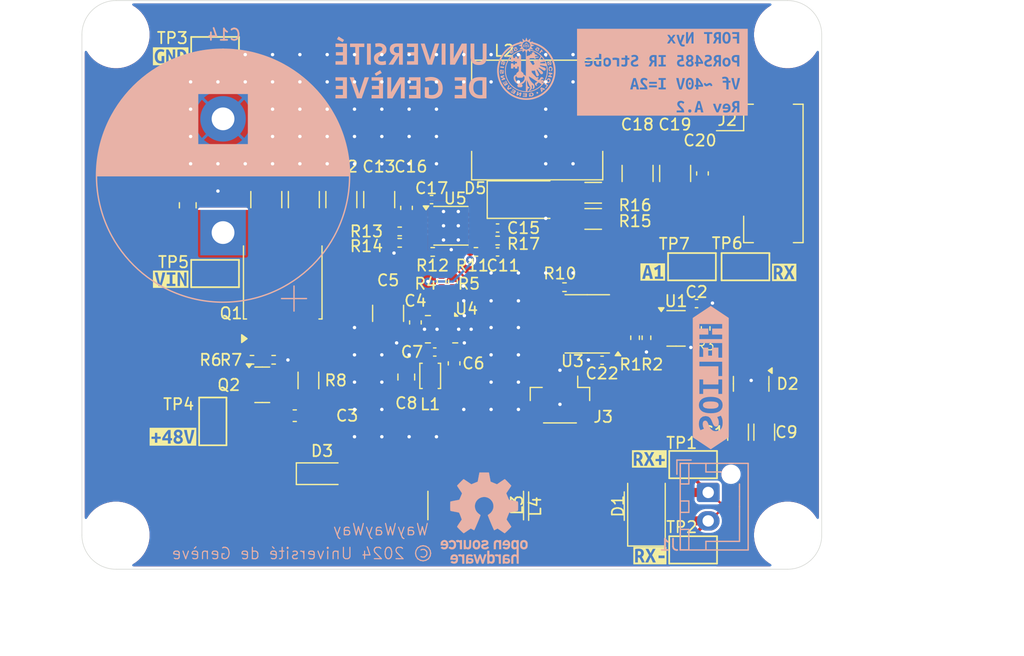
<source format=kicad_pcb>
(kicad_pcb (version 20241229) (generator "pcbnew") (generator_version "9.0")
  (layers (0 "F.Cu" signal) (2 "B.Cu" signal) (13 "F.Paste" user) (15 "B.Paste" user) (5 "F.SilkS" user "F.Silkscreen") (7 "B.SilkS" user "B.Silkscreen") (1 "F.Mask" user) (3 "B.Mask" user) (25 "Edge.Cuts" user))
  (net 0 "")
  (net 1 "GND")
  (net 2 "+3V3")
  (net 3 "+48V")
  (net 4 "/RX_DCP+")
  (net 5 "/RX+")
  (net 6 "/RX_DCP-")
  (net 7 "/RX-")
  (net 9 "/RG_VCC")
  (net 10 "/LED+")
  (net 11 "/LED-")
  (net 12 "/LED_SW")
  (net 13 "Net-(U5-IADJ)")
  (net 14 "/LED_BOOT")
  (net 15 "/CLK")
  (net 16 "/LED_SENSE_PRT")
  (net 17 "/IR_ON")
  (net 18 "/LED_CMP")
  (net 19 "/LED_UVLO")
  (net 20 "/I_IN_MS")
  (net 21 "/I_LIM_G")
  (net 22 "/RG_SW")
  (net 23 "/RG_BOOT")
  (net 24 "Net-(U1-~{RE}{slash}DE)")
  (net 25 "Net-(U1-F_SET)")
  (net 26 "/RX")
  (net 28 "/RG_UVLO")
  (net 29 "/UDPI{slash}~{RST}")
  (net 30 "VIN")
  (net 31 "/DC+")
  (net 32 "/A1")
  (net 33 "/PG")
  (footprint "Capacitor_SMD:C_0805_2012Metric" (layer "F.Cu") (at 195.5 92.1 90)
    (property "Reference" "C8")
    (property "Value" "10u")
  )
  (footprint "kibuzzard-67D98064" (layer "F.Cu") (at 175 97.35)
    (property "Reference" "kibuzzard-67D98064" (hide yes))
    (property "Value" "G***" (hide yes))
  )
  (footprint "Capacitor_SMD:C_1210_3225Metric" (layer "F.Cu") (at 186.5 76.5 90)
    (property "Reference" "C21")
    (property "Value" "4.7u")
  )
  (footprint "Package_TO_SOT_SMD:SOT-23" (layer "F.Cu") (at 182.845 92.785)
    (property "Reference" "Q2")
    (property "Value" "MMBTA56")
  )
  (footprint "Capacitor_SMD:C_0402_1005Metric" (layer "F.Cu") (at 197.72 76.5)
    (property "Reference" "C17")
    (property "Value" "100n")
  )
  (footprint "fort:Nexperia_CFP3-HP_SOD-123HP" (layer "F.Cu") (at 188.1 100.6)
    (property "Reference" "D3")
    (property "Value" "PMEG6010EXE")
  )
  (footprint "Resistor_SMD:R_1206_3216Metric" (layer "F.Cu") (at 211.92 78.2 180)
    (property "Reference" "R15")
    (property "Value" "300m")
  )
  (footprint "Capacitor_SMD:C_1210_3225Metric" (layer "F.Cu") (at 219.12 74.2 -90)
    (property "Reference" "C19")
    (property "Value" "4.7u")
  )
  (footprint "Capacitor_SMD:C_0402_1005Metric" (layer "F.Cu") (at 203.52 81.1)
    (property "Reference" "C11")
    (property "Value" "100n")
  )
  (footprint "Resistor_SMD:R_0402_1005Metric" (layer "F.Cu") (at 198.6 83.7 -90)
    (property "Reference" "R4")
    (property "Value" "510k")
  )
  (footprint "kibuzzard-67D980C8" (layer "F.Cu") (at 217.15 82.867044)
    (property "Reference" "kibuzzard-67D980C8" (hide yes))
    (property "Value" "G***" (hide yes))
  )
  (footprint "Capacitor_SMD:C_0402_1005Metric" (layer "F.Cu") (at 203.52 79)
    (property "Reference" "C15")
    (property "Value" "100n")
  )
  (footprint "fort:L_Bourns-SRN8040_8x8.15mm" (layer "F.Cu") (at 210.45 103.45 90)
    (property "Reference" "L3")
    (property "Value" "330u")
  )
  (footprint "Capacitor_SMD:C_1210_3225Metric" (layer "F.Cu") (at 189.795 76.5 90)
    (property "Reference" "C12")
    (property "Value" "4.7u")
  )
  (footprint "fort:Texas_VQFN-HR-9_2.1x2.1mm_P0.5mm" (layer "F.Cu") (at 198.6 87.9 -90)
    (property "Reference" "U4")
    (property "Value" "LMR36500P3RPE")
  )
  (footprint "MountingHole:MountingHole_2.7mm_M2.5" (layer "F.Cu") (at 170 62)
    (property "Reference" "REF**" (hide yes))
    (property "Value" "MountingHole_2.7mm_M2.5")
  )
  (footprint "Connector_JST:JST_SH_BM03B-SRSS-TB_1x03-1MP_P1.00mm_Vertical" (layer "F.Cu") (at 209 94.125 180)
    (property "Reference" "J3")
    (property "Value" "JST SH")
  )
  (footprint "Capacitor_SMD:C_0603_1608Metric" (layer "F.Cu") (at 185.7 95.5 180)
    (property "Reference" "C3")
    (property "Value" "100n")
  )
  (footprint "Resistor_SMD:R_0402_1005Metric" (layer "F.Cu") (at 181.945 90.585)
    (property "Reference" "R6")
    (property "Value" "33k")
  )
  (footprint "Package_TO_SOT_SMD:SOT-23" (layer "F.Cu") (at 225.8 92.7 -90)
    (property "Reference" "D2")
    (property "Value" "CDSOT23-SM712")
  )
  (footprint "fort:TestPoint_Keystone_5019_Minature" (layer "F.Cu") (at 220.7 107.3)
    (property "Reference" "TP2")
    (property "Value" "5019")
  )
  (footprint "fort:Texas_SOT-23-8-THIN_1.6x2.9m" (layer "F.Cu") (at 219.2 87.825)
    (property "Reference" "U1")
    (property "Value" "THVD8010")
  )
  (footprint "Resistor_SMD:R_0402_1005Metric" (layer "F.Cu") (at 194.92 79.3)
    (property "Reference" "R13")
    (property "Value" "240k")
  )
  (footprint "Capacitor_SMD:C_1210_3225Metric" (layer "F.Cu") (at 193.9 86.5 -90)
    (property "Reference" "C5")
    (property "Value" "2.2u")
  )
  (footprint "Diode_SMD:D_SMA" (layer "F.Cu") (at 216.6 103.45 90)
    (property "Reference" "D1")
    (property "Value" "SMAJ51CA")
  )
  (footprint "Capacitor_SMD:C_1210_3225Metric" (layer "F.Cu") (at 215.82 74.2 -90)
    (property "Reference" "C18")
    (property "Value" "4.7u")
  )
  (footprint "MountingHole:MountingHole_2.7mm_M2.5" (layer "F.Cu") (at 170 106)
    (property "Reference" "REF**" (hide yes))
    (property "Value" "MountingHole_2.7mm_M2.5")
  )
  (footprint "Capacitor_SMD:C_0603_1608Metric" (layer "F.Cu") (at 196.3 87.3 -90)
    (property "Reference" "C4")
    (property "Value" "100n")
  )
  (footprint "Resistor_SMD:R_0402_1005Metric" (layer "F.Cu") (at 221.8 87.825 90)
    (property "Reference" "R3")
    (property "Value" "120")
  )
  (footprint "fort:TestPoint_Keystone_5019_Minature" (layer "F.Cu") (at 178.7 83)
    (property "Reference" "TP5")
    (property "Value" "5019")
  )
  (footprint "Resistor_SMD:R_0402_1005Metric" (layer "F.Cu") (at 194.92 80.3 180)
    (property "Reference" "R14")
    (property "Value" "6.8k")
  )
  (footprint "Resistor_SMD:R_0805_2012Metric" (layer "F.Cu") (at 176.3 77 90)
    (property "Reference" "R19")
    (property "Value" "33k")
  )
  (footprint "Package_TO_SOT_SMD:TO-252-2" (layer "F.Cu") (at 184.645 83.685 90)
    (property "Reference" "Q1")
    (property "Value" "RD3P01BAT")
  )
  (footprint "Capacitor_SMD:C_1210_3225Metric" (layer "F.Cu") (at 183.2 76.5 90)
    (property "Reference" "C10")
    (property "Value" "4.7u")
  )
  (footprint "Resistor_SMD:R_0402_1005Metric" (layer "F.Cu") (at 215.6 88.645 -90)
    (property "Reference" "R1")
    (property "Value" "15k")
  )
  (footprint "Resistor_SMD:R_0402_1005Metric" (layer "F.Cu") (at 201.62 81.1)
    (property "Reference" "R11")
    (property "Value" "10M")
  )
  (footprint "fort:Texas_HVSSOP-10-1EP_3x3mm_P0.5mm_EP2.2x3.1mm_ThermalVias" (layer "F.Cu") (at 199.42 78.8)
    (property "Reference" "U5")
    (property "Value" "TPS92512HV")
  )
  (footprint "fort:L_Bourns-SRN8040_8x8.15mm" (layer "F.Cu") (at 201.6 103.4 -90)
    (property "Reference" "L4")
    (property "Value" "330u")
  )
  (footprint "Resistor_SMD:R_0402_1005Metric" (layer "F.Cu") (at 203.52 80.1)
    (property "Reference" "R17")
    (property "Value" "1k")
  )
  (footprint "kibuzzard-67D9807D" (layer "F.Cu") (at 174.8 83.5)
    (property "Reference" "kibuzzard-67D9807D" (hide yes))
    (property "Value" "G***" (hide yes))
  )
  (footprint "Inductor_SMD:L_Murata_LQH2MCNxxxx02_2.0x1.6mm" (layer "F.Cu") (at 197.6 92 -90)
    (property "Reference" "L1")
    (property "Value" "68u")
  )
  (footprint "kibuzzard-67D97FF3" (layer "F.Cu") (at 216.85 99.3)
    (property "Reference" "kibuzzard-67D97FF3" (hide yes))
    (property "Value" "G***" (hide yes))
  )
  (footprint "fort:TestPoint_Keystone_5019_Minature" (layer "F.Cu") (at 178.5 96 90)
    (property "Reference" "TP4")
    (property "Value" "5019")
  )
  (footprint "Resistor_SMD:R_1206_3216Metric" (layer "F.Cu") (at 211.92 75.9 180)
    (property "Reference" "R16")
    (property "Value" "300m")
  )
  (footprint "Capacitor_SMD:C_0402_1005Metric" (layer "F.Cu") (at 221 85.645)
    (property "Reference" "C2")
    (property "Value" "100n")
  )
  (footprint "Diode_SMD:D_SMA" (layer "F.Cu") (at 206.12 76.5)
    (property "Reference" "D5")
    (property "Value" "SK3BA")
  )
  (footprint "Capacitor_SMD:C_0603_1608Metric" (layer "F.Cu") (at 195.52 77.225 90)
    (property "Reference" "C16")
    (property "Value" "100n")
  )
  (footprint "Resistor_SMD:R_0402_1005Metric" (layer "F.Cu") (at 209.4 84.2)
    (property "Reference" "R10")
    (property "Value" "15k")
  )
  (footprint "Capacitor_SMD:C_0603_1608Metric" (layer "F.Cu") (at 221.52 74.2 -90)
    (property "Reference" "C20")
    (property "Value" "100n")
  )
  (footprint "Package_SO:SOIC-8_3.9x4.9mm_P1.27mm" (layer "F.Cu") (at 211.4 87.425 180)
    (property "Reference" "U3")
    (property "Value" "ATtiny202-SS")
  )
  (footprint "MountingHole:MountingHole_2.7mm_M2.5" (layer "F.Cu") (at 229 106)
    (property "Reference" "REF**" (hide yes))
    (property "Value" "MountingHole_2.7mm_M2.5")
  )
  (footprint "kibuzzard-67D9801F" (layer "F.Cu") (at 216.9 107.8)
    (property "Reference" "kibuzzard-67D9801F" (hide yes))
    (property "Value" "G***" (hide yes))
  )
  (footprint "MountingHole:MountingHole_2.7mm_M2.5" (layer "F.Cu") (at 229 62)
    (property "Reference" "REF**" (hide yes))
    (property "Value" "MountingHole_2.7mm_M2.5")
  )
  (footprint "Capacitor_SMD:C_1206_3216Metric" (layer "F.Cu") (at 226.95 96.95 90)
    (property "Reference" "C9")
    (property "Value" "180n")
  )
  (footprint "Resistor_SMD:R_0402_1005Metric" (layer "F.Cu") (at 197.82 81.1)
    (property "Reference" "R12")
    (property "Value" "270k")
  )
  (footprint "Capacitor_SMD:C_0603_1608Metric" (layer "F.Cu") (at 199.7 90.9 -90)
    (property "Reference" "C6")
    (property "Value" "1u")
  )
  (footprint "fort:TestPoint_Keystone_5019_Minature" (layer "F.Cu") (at 225.3 82.4 180)
    (property "Reference" "TP6")
    (property "Value" "5019")
  )
  (footprint "fort:TestPoint_Keystone_5019_Minature" (layer "F.Cu") (at 220.6 82.4 180)
    (property "Reference" "TP7")
    (property "Value" "5019")
  )
  (footprint "Resistor_SMD:R_1206_3216Metric" (layer "F.Cu") (at 186.9 92.4 90)
    (property "Reference" "R8")
    (property "Value" "2.05")
  )
  (footprint "kibuzzard-67D980BD" (layer "F.Cu") (at 228.7 82.9)
    (property "Reference" "kibuzzard-67D980BD" (hide yes))
    (property "Value" "G***" (hide yes))
  )
  (footprint "Inductor_SMD:L_Bourns_SRP1050WA" (layer "F.Cu") (at 207 69.5)
    (property "Reference" "L2")
    (property "Value" "100u")
  )
  (footprint "Capacitor_SMD:C_1206_3216Metric" (layer "F.Cu") (at 224.65 96.95 90)
    (property "Reference" "C1")
    (property "Value" "180n")
  )
  (footprint "Capacitor_SMD:C_1210_3225Metric" (layer "F.Cu") (at 193.12 76.5 90)
    (property "Reference" "C13")
    (property "Value" "4.7u")
  )
  (footprint "Capacitor_SMD:C_0402_1005Metric" (layer "F.Cu") (at 198 89.9 180)
    (property "Reference" "C7")
    (property "Value" "100n")
  )
  (footprint "Capacitor_SMD:C_0402_1005Metric" (layer "F.Cu") (at 212.7 90.625 180)
    (property "Reference" "C22")
    (property "Value" "100n")
  )
  (footprint "Resistor_SMD:R_0402_1005Metric" (layer "F.Cu") (at 183.845 90.585)
    (property "Reference" "R7")
    (property "Value" "68k")
  )
  (footprint "Connector_JST:JST_PH_B4B-PH-SM4-TB_1x04-1MP_P2.00mm_Vertical" (layer "F.Cu") (at 226 74.2 -90)
    (property "Reference" "J2")
    (property "Value" "JST PH")
  )
  (footprint "Resistor_SMD:R_0402_1005Metric" (layer "F.Cu") (at 216.6 88.645 -90)
    (property "Reference" "R2")
    (property "Value" "47k")
  )
  (footprint "fort:TestPoint_Keystone_5019_Minature" (layer "F.Cu") (at 220.7 99.8)
    (property "Reference" "TP1")
    (property "Value" "5019")
  )
  (footprint "kibuzzard-67D9809B" (layer "F.Cu") (at 174.8 63.9)
    (property "Reference" "kibuzzard-67D9809B" (hide yes))
    (property "Value" "G***" (hide yes))
  )
  (footprint "Resistor_SMD:R_0402_1005Metric" (layer "F.Cu") (at 199.6 83.7 90)
    (property "Reference" "R5")
    (property "Value" "15k")
  )
  (footprint "fort:TestPoint_Keystone_5019_Minature" (layer "F.Cu") (at 178.7 63.4 180)
    (property "Reference" "TP3")
    (property "Value" "5019")
  )
  (footprint "Symbol:OSHW-Logo_7.5x8mm_SilkScreen" (layer "B.Cu") (at 202.35 104.5 180)
    (property "Reference" "REF**" (hide yes))
    (property "Value" "OSHW-Logo_7.5x8mm_SilkScreen" (hide yes))
  )
  (footprint "kibuzzard-67D982C4" (layer "B.Cu") (at 218 65.3 180)
    (property "Reference" "kibuzzard-67D982C4" (hide yes))
    (property "Value" "G***" (hide yes))
  )
  (footprint "kibuzzard-67D980FD" (layer "B.Cu") (at 222.25 92.15 -90)
    (property "Reference" "kibuzzard-67D980FD" (hide yes))
    (property "Value" "G***" (hide yes))
  )
  (footprint "Connector_JST:JST_XH_B2B-XH-AM_1x02_P2.50mm_Vertical" (layer "B.Cu") (at 222.025 102.25 -90)
    (property "Reference" "J1")
    (property "Value" "JST XH")
  )
  (footprint "Capacitor_THT:CP_Radial_D22.0mm_P10.00mm_SnapIn" (layer "B.Cu") (at 179.4 79.4 90)
    (property "Reference" "C14")
    (property "Value" "3.3m")
  )
  (gr_poly (pts (xy 206.484066 67.092118) (xy 206.46062 67.09435) (xy 206.436379 67.098479) (xy 206.419555 67.102407) (xy 206.402899 67.107183) (xy 206.386548 67.112795) (xy 206.370639 67.119228) (xy 206.355309 67.126467) (xy 206.340696 67.1345) (xy 206.333702 67.138809) (xy 206.326937 67.143311) (xy 206.320421 67.148005) (xy 206.31417 67.152888) (xy 206.3082 67.157958) (xy 206.30253 67.163215) (xy 206.297177 67.168656) (xy 206.292157 67.174279) (xy 206.287487 67.180083) (xy 206.283186 67.186066) (xy 206.27927 67.192227) (xy 206.275756 67.198562) (xy 206.272661 67.205072) (xy 206.270003 67.211753) (xy 206.267798 67.218605) (xy 206.266064 67.225625) (xy 206.264819 67.232812) (xy 206.264078 67.240164) (xy 206.26386 67.247679) (xy 206.264181 67.255355) (xy 206.377211 67.231929) (xy 206.377119 67.229292) (xy 206.377229 67.226682) (xy 206.377536 67.2241) (xy 206.378037 67.221547) (xy 206.378727 67.219026) (xy 206.379602 67.216539) (xy 206.380658 67.214087) (xy 206.38189 67.211672) (xy 206.383295 67.209298) (xy 206.384869 67.206964) (xy 206.388505 67.20243) (xy 206.392766 67.198084) (xy 206.397617 67.193943) (xy 206.403027 67.190023) (xy 206.408962 67.186338) (xy 206.415388 67.182904) (xy 206.422274 67.179738) (xy 206.429585 67.176854) (xy 206.437289 67.174269) (xy 206.445353 67.171997) (xy 206.453742 67.170055) (xy 206.453743 67.170055) (xy 206.460479 67.1688) (xy 206.467012 67.16787) (xy 206.473341 67.167256) (xy 206.479468 67.166948) (xy 206.485394 67.166938) (xy 206.491121 67.167215) (xy 206.496651 67.16777) (xy 206.501983 67.168595) (xy 206.507121 67.169679) (xy 206.512064 67.171012) (xy 206.516815 67.172587) (xy 206.521375 67.174392) (xy 206.525744 67.17642) (xy 206.529925 67.17866) (xy 206.533919 67.181102) (xy 206.537727 67.183738) (xy 206.54135 67.186559) (xy 206.544789 67.189554) (xy 206.548047 67.192714) (xy 206.551124 67.19603) (xy 206.554021 67.199492) (xy 206.556741 67.203092) (xy 206.559284 67.206819) (xy 206.561651 67.210664) (xy 206.563844 67.214618) (xy 206.565865 67.218672) (xy 206.567714 67.222815) (xy 206.569393 67.227039) (xy 206.572246 67.23569) (xy 206.574435 67.244551) (xy 206.575955 67.253549) (xy 206.576781 67.26262) (xy 206.576921 67.267162) (xy 206.576872 67.271698) (xy 206.57663 67.27622) (xy 206.57619 67.280719) (xy 206.575547 67.285188) (xy 206.574695 67.289618) (xy 206.573631 67.294001) (xy 206.572348 67.29833) (xy 206.570843 67.302595) (xy 206.569109 67.306789) (xy 206.567144 67.310904) (xy 206.56494 67.314931) (xy 206.562494 67.318863) (xy 206.5598 67.322691) (xy 206.556854 67.326408) (xy 206.553651 67.330005) (xy 206.550185 67.333473) (xy 206.546453 67.336806) (xy 206.542448 67.339994) (xy 206.538167 67.34303) (xy 206.533603 67.345905) (xy 206.528753 67.348612) (xy 206.523611 67.351142) (xy 206.518172 67.353487) (xy 206.512432 67.35564) (xy 206.506385 67.357591) (xy 206.500027 67.359333) (xy 206.493352 67.360858) (xy 206.488152 67.36188) (xy 206.483037 67.362768) (xy 206.478011 67.363523) (xy 206.473077 67.364145) (xy 206.468237 67.364636) (xy 206.463495 67.364998) (xy 206.458852 67.36523) (xy 206.454313 67.365336) (xy 206.449879 67.365316) (xy 206.445553 67.365171) (xy 206.441339 67.364902) (xy 206.437239 67.364511) (xy 206.433256 67.363999) (xy 206.429393 67.363368) (xy 206.425653 67.362618) (xy 206.422037 67.36175) (xy 206.418551 67.360767) (xy 206.415195 67.359668) (xy 206.411973 67.358457) (xy 206.408887 67.357133) (xy 206.405941 67.355697) (xy 206.403138 67.354152) (xy 206.400479 67.352499) (xy 206.397968 67.350738) (xy 206.395609 67.348871) (xy 206.393402 67.3469) (xy 206.391352 67.344824) (xy 206.389462 67.342647) (xy 206.387733 67.340368) (xy 206.386169 67.33799) (xy 206.384773 67.335513) (xy 206.383547 67.332939) (xy 206.462562 67.31654) (xy 206.449693 67.254473) (xy 206.267377 67.292232) (xy 206.303897 67.468262) (xy 206.376795 67.453131) (xy 206.376216 67.416669) (xy 206.383199 67.421045) (xy 206.390538 67.424867) (xy 206.398188 67.428159) (xy 206.406105 67.430945) (xy 206.414245 67.433247) (xy 206.422563 67.43509) (xy 206.431016 67.436496) (xy 206.439559 67.437491) (xy 206.448148 67.438096) (xy 206.456738 67.438336) (xy 206.465286 67.438234) (xy 206.473746 67.437815) (xy 206.482076 67.4371) (xy 206.490229 67.436115) (xy 206.498164 67.434882) (xy 206.505834 67.433425) (xy 206.51796 67.430685) (xy 206.529719 67.427577) (xy 206.541108 67.424114) (xy 206.552121 67.420306) (xy 206.562753 67.416166) (xy 206.572999 67.411704) (xy 206.582853 67.406934) (xy 206.592312 67.401866) (xy 206.60137 67.396511) (xy 206.610021 67.390883) (xy 206.618262 67.384991) (xy 206.626086 67.378848) (xy 206.633489 67.372466) (xy 206.640466 67.365855) (xy 206.647012 67.359029) (xy 206.653121 67.351997) (xy 206.65879 67.344772) (xy 206.664012 67.337366) (xy 206.668783 67.32979) (xy 206.673097 67.322056) (xy 206.67695 67.314175) (xy 206.680338 67.306158) (xy 206.683253 67.298019) (xy 206.685693 67.289767) (xy 206.687651 67.281416) (xy 206.689122 67.272976) (xy 206.690103 67.264458) (xy 206.690587 67.255876) (xy 206.690569 67.24724) (xy 206.690045 67.238561) (xy 206.68901 67.229852) (xy 206.687458 67.221125) (xy 206.685411 67.2125) (xy 206.682897 67.204097) (xy 206.679926 67.195925) (xy 206.676507 67.187993) (xy 206.67265 67.18031) (xy 206.668363 67.172883) (xy 206.663656 67.165722) (xy 206.658538 67.158836) (xy 206.653018 67.152233) (xy 206.647105 67.145922) (xy 206.640809 67.139911) (xy 206.634139 67.134209) (xy 206.627104 67.128825) (xy 206.619714 67.123768) (xy 206.611977 67.119046) (xy 206.603902 67.114668) (xy 206.586779 67.106978) (xy 206.568418 67.100768) (xy 206.548892 67.096108) (xy 206.528275 67.093067) (xy 206.506642 67.091713)) (stroke (width -0.000001)) (fill yes) (layer "B.SilkS"))
  (gr_poly (pts (xy 207.773724 63.8086) (xy 207.769956 63.808827) (xy 207.766195 63.809236) (xy 207.762448 63.809829) (xy 207.75872 63.810607) (xy 207.75502 63.81157) (xy 207.751353 63.81272) (xy 207.747727 63.814057) (xy 207.744148 63.815584) (xy 207.740624 63.8173) (xy 207.737161 63.819208) (xy 207.733766 63.821308) (xy 207.730445 63.8236) (xy 207.727248 63.826058) (xy 207.724213 63.828646) (xy 207.72134 63.831359) (xy 207.71863 63.834188) (xy 207.716084 63.837128) (xy 207.713704 63.840172) (xy 207.71149 63.843311) (xy 207.709443 63.846541) (xy 207.707566 63.849853) (xy 207.705858 63.853242) (xy 207.70432 63.856699) (xy 207.702955 63.860218) (xy 207.701762 63.863793) (xy 207.700743 63.867417) (xy 207.699899 63.871082) (xy 207.699231 63.874781) (xy 207.698741 63.878509) (xy 207.698428 63.882257) (xy 207.698295 63.88602) (xy 207.698342 63.88979) (xy 207.69857 63.89356) (xy 207.698981 63.897324) (xy 207.699575 63.901075) (xy 207.700354 63.904805) (xy 207.701318 63.908508) (xy 207.70247 63.912177) (xy 207.703809 63.915806) (xy 207.705336 63.919387) (xy 207.707054 63.922913) (xy 207.708962 63.926378) (xy 207.711063 63.929774) (xy 207.713357 63.933096) (xy 207.715814 63.936288) (xy 207.718402 63.939319) (xy 207.721114 63.942188) (xy 207.723943 63.944895) (xy 207.726883 63.947438) (xy 207.729925 63.949816) (xy 207.733064 63.952028) (xy 207.736293 63.954073) (xy 207.739604 63.955949) (xy 207.742991 63.957656) (xy 207.746447 63.959193) (xy 207.749966 63.960558) (xy 207.753539 63.96175) (xy 207.757161 63.962768) (xy 207.760825 63.963611) (xy 207.764523 63.964279) (xy 207.76825 63.964769) (xy 207.771997 63.965081) (xy 207.775758 63.965213) (xy 207.779527 63.965165) (xy 207.783296 63.964936) (xy 207.787059 63.964523) (xy 207.790808 63.963927) (xy 207.794537 63.963146) (xy 207.79824 63.962179) (xy 207.801908 63.961025) (xy 207.805536 63.959682) (xy 207.809116 63.95815) (xy 207.812641 63.956428) (xy 207.816106 63.954514) (xy 207.819502 63.952407) (xy 207.822823 63.950107) (xy 207.826019 63.947656) (xy 207.829054 63.945074) (xy 207.831927 63.942368) (xy 207.834637 63.939544) (xy 207.837182 63.93661) (xy 207.839562 63.933571) (xy 207.841775 63.930436) (xy 207.843821 63.927211) (xy 207.845699 63.923903) (xy 207.847406 63.920519) (xy 207.848944 63.917065) (xy 207.850309 63.913549) (xy 207.851502 63.909977) (xy 207.85252 63.906356) (xy 207.853364 63.902694) (xy 207.854032 63.898997) (xy 207.854523 63.895272) (xy 207.854835 63.891526) (xy 207.854969 63.887765) (xy 207.854922 63.883997) (xy 207.854694 63.880229) (xy 207.854283 63.876467) (xy 207.853689 63.872719) (xy 207.852911 63.86899) (xy 207.851946 63.865289) (xy 207.850796 63.861622) (xy 207.849457 63.857995) (xy 207.84793 63.854417) (xy 207.846213 63.850893) (xy 207.844305 63.84743) (xy 207.842205 63.844036) (xy 207.839912 63.840717) (xy 207.83745 63.837521) (xy 207.834857 63.834486) (xy 207.832141 63.831613) (xy 207.829309 63.828903) (xy 207.826367 63.826357) (xy 207.823322 63.823977) (xy 207.820181 63.821762) (xy 207.816951 63.819715) (xy 207.813639 63.817837) (xy 207.810251 63.816128) (xy 207.806794 63.81459) (xy 207.803276 63.813223) (xy 207.799703 63.812029) (xy 207.796081 63.811009) (xy 207.792419 63.810164) (xy 207.788721 63.809495) (xy 207.784996 63.809003) (xy 207.781251 63.808689) (xy 207.777491 63.808554)) (stroke (width -0.000001)) (fill yes) (layer "B.SilkS"))
  (gr_poly (pts (xy 195.738153 66.043341) (xy 196.390299 66.043341) (xy 196.390299 66.500132) (xy 195.771175 66.500132) (xy 195.771175 66.791781) (xy 196.390299 66.791781) (xy 196.390299 67.295319) (xy 195.738153 67.295319) (xy 195.738153 67.600774) (xy 196.747945 67.600774) (xy 196.747945 65.743424) (xy 195.738153 65.743424)) (stroke (width -0.000001)) (fill yes) (layer "B.SilkS"))
  (gr_poly (pts (xy 194.617747 62.770798) (xy 194.549773 62.775987) (xy 194.485375 62.784804) (xy 194.424719 62.797385) (xy 194.36797 62.813868) (xy 194.341111 62.823616) (xy 194.315291 62.83439) (xy 194.29053 62.846208) (xy 194.266848 62.859087) (xy 194.244267 62.873044) (xy 194.222806 62.888097) (xy 194.202486 62.904262) (xy 194.183328 62.921557) (xy 194.165352 62.939999) (xy 194.148579 62.959604) (xy 194.13303 62.980391) (xy 194.118725 63.002376) (xy 194.105685 63.025576) (xy 194.09393 63.050008) (xy 194.083481 63.07569) (xy 194.074358 63.102639) (xy 194.066582 63.130872) (xy 194.060174 63.160406) (xy 194.055154 63.191258) (xy 194.051543 63.223445) (xy 194.049362 63.256984) (xy 194.04863 63.291894) (xy 194.049163 63.31746) (xy 194.050749 63.342562) (xy 194.053372 63.367184) (xy 194.057012 63.391313) (xy 194.061651 63.414934) (xy 194.067271 63.438033) (xy 194.073854 63.460596) (xy 194.081382 63.482609) (xy 194.089837 63.504058) (xy 194.099199 63.524928) (xy 194.109453 63.545206) (xy 194.120578 63.564878) (xy 194.132557 63.583929) (xy 194.145371 63.602346) (xy 194.159003 63.620113) (xy 194.173435 63.637218) (xy 194.188647 63.653646) (xy 194.204623 63.669382) (xy 194.221343 63.684413) (xy 194.23879 63.698725) (xy 194.256945 63.712303) (xy 194.275791 63.725133) (xy 194.295308 63.737202) (xy 194.31548 63.748495) (xy 194.336287 63.758998) (xy 194.357712 63.768697) (xy 194.379736 63.777578) (xy 194.402341 63.785626) (xy 194.425509 63.792828) (xy 194.449222 63.799169) (xy 194.473462 63.804636) (xy 194.49821 63.809214) (xy 194.46105 63.861148) (xy 194.424392 63.913077) (xy 194.354488 64.012802) (xy 193.930945 64.637444) (xy 194.351878 64.637444) (xy 194.843297 63.869737) (xy 194.856421 63.869737) (xy 194.856421 64.637444) (xy 195.196217 64.637444) (xy 195.196217 63.60557) (xy 194.856421 63.60557) (xy 194.846542 63.606597) (xy 194.834667 63.607592) (xy 194.821012 63.608523) (xy 194.805789 63.609357) (xy 194.789214 63.610062) (xy 194.7715 63.610606) (xy 194.752861 63.610956) (xy 194.733513 63.61108) (xy 194.696222 63.609802) (xy 194.678287 63.608216) (xy 194.660835 63.606012) (xy 194.643877 63.603196) (xy 194.62742 63.599779) (xy 194.611475 63.595768) (xy 194.596048 63.591172) (xy 194.581149 63.585999) (xy 194.566786 63.580259) (xy 194.552969 63.573959) (xy 194.539705 63.567108) (xy 194.527004 63.559716) (xy 194.514875 63.551789) (xy 194.503325 63.543338) (xy 194.492363 63.534371) (xy 194.481999 63.524895) (xy 194.47224 63.51492) (xy 194.463096 63.504455) (xy 194.454576 63.493507) (xy 194.446687 63.482085) (xy 194.439438 63.470199) (xy 194.432839 63.457856) (xy 194.426898 63.445065) (xy 194.421623 63.431835) (xy 194.417023 63.418175) (xy 194.413107 63.404092) (xy 194.409884 63.389595) (xy 194.407362 63.374694) (xy 194.40555 63.359396) (xy 194.404456 63.34371) (xy 194.404089 63.327644) (xy 194.404396 63.311144) (xy 194.405317 63.295175) (xy 194.406852 63.279737) (xy 194.409004 63.26483) (xy 194.411772 63.250452) (xy 194.415158 63.236605) (xy 194.419163 63.223286) (xy 194.423788 63.210496) (xy 194.429032 63.198234) (xy 194.434899 63.1865) (xy 194.441388 63.175293) (xy 194.4485 63.164612) (xy 194.456236 63.154457) (xy 194.464597 63.144828) (xy 194.473585 63.135723) (xy 194.4832 63.127144) (xy 194.493442 63.119088) (xy 194.504314 63.111555) (xy 194.515815 63.104546) (xy 194.527947 63.098058) (xy 194.540711 63.092093) (xy 194.554107 63.086649) (xy 194.568137 63.081727) (xy 194.582802 63.077324) (xy 194.598102 63.073441) (xy 194.614038 63.070078) (xy 194.630611 63.067233) (xy 194.647823 63.064907) (xy 194.665673 63.063099) (xy 194.684164 63.061808) (xy 194.72307 63.060776) (xy 194.72307 63.060775) (xy 194.741667 63.060903) (xy 194.76008 63.061286) (xy 194.778125 63.061926) (xy 194.79562 63.062823) (xy 194.812381 63.063977) (xy 194.828223 63.065389) (xy 194.842965 63.067059) (xy 194.856421 63.068988) (xy 194.856421 63.60557) (xy 195.196217 63.60557) (xy 195.196217 62.780091) (xy 195.143004 62.777246) (xy 195.08719 62.774887) (xy 194.96715 62.771496) (xy 194.834873 62.769654) (xy 194.689134 62.769098)) (stroke (width -0.000001)) (fill yes) (layer "B.SilkS"))
  (gr_poly (pts (xy 204.808451 66.815621) (xy 205.010719 66.940554) (xy 204.980514 66.989477) (xy 204.795659 66.87529) (xy 204.76091 66.9316) (xy 204.945674 67.045756) (xy 204.912796 67.098948) (xy 204.70532 66.970787) (xy 204.666677 67.033353) (xy 204.972351 67.222227) (xy 205.144881 66.942953) (xy 204.844441 66.757335)) (stroke (width -0.000001)) (fill yes) (layer "B.SilkS"))
  (gr_poly (pts (xy 202.215421 63.971549) (xy 202.214528 64.014571) (xy 202.211705 64.05584) (xy 202.206738 64.095214) (xy 202.199413 64.132554) (xy 202.189514 64.167716) (xy 202.183533 64.184437) (xy 202.176828 64.200561) (xy 202.169372 64.21607) (xy 202.16114 64.230947) (xy 202.152102 64.245175) (xy 202.142234 64.258734) (xy 202.131508 64.271609) (xy 202.119898 64.28378) (xy 202.107375 64.295231) (xy 202.093915 64.305944) (xy 202.07949 64.315901) (xy 202.064072 64.325085) (xy 202.047636 64.333478) (xy 202.030154 64.341063) (xy 202.0116 64.347821) (xy 201.991947 64.353735) (xy 201.971168 64.358788) (xy 201.949236 64.362961) (xy 201.926124 64.366238) (xy 201.901806 64.368601) (xy 201.876255 64.370031) (xy 201.849443 64.370512) (xy 201.802195 64.369137) (xy 201.779884 64.367395) (xy 201.758439 64.364928) (xy 201.737852 64.361723) (xy 201.718116 64.357762) (xy 201.699222 64.35303) (xy 201.681163 64.347512) (xy 201.663931 64.341192) (xy 201.647519 64.334054) (xy 201.631918 64.326083) (xy 201.617122 64.317263) (xy 201.603122 64.307578) (xy 201.589912 64.297013) (xy 201.577482 64.285552) (xy 201.565826 64.27318) (xy 201.554936 64.259881) (xy 201.544804 64.24564) (xy 201.535423 64.23044) (xy 201.526784 64.214266) (xy 201.518881 64.197102) (xy 201.511705 64.178934) (xy 201.505249 64.159744) (xy 201.499505 64.139519) (xy 201.494466 64.118241) (xy 201.490123 64.095896) (xy 201.48647 64.072467) (xy 201.483498 64.04794) (xy 201.4812 64.022298) (xy 201.479568 63.995526) (xy 201.478271 63.938529) (xy 201.478271 62.780091) (xy 201.141016 62.780091) (xy 201.141016 63.916536) (xy 201.141795 63.963233) (xy 201.144124 64.008402) (xy 201.147992 64.052046) (xy 201.153384 64.094167) (xy 201.160289 64.134769) (xy 201.168695 64.173855) (xy 201.178589 64.211428) (xy 201.189957 64.24749) (xy 201.202789 64.282045) (xy 201.217071 64.315096) (xy 201.232791 64.346646) (xy 201.249937 64.376697) (xy 201.268495 64.405253) (xy 201.288454 64.432317) (xy 201.309801 64.457892) (xy 201.332524 64.481981) (xy 201.35661 64.504586) (xy 201.382046 64.525711) (xy 201.40882 64.545359) (xy 201.43692 64.563533) (xy 201.466334 64.580236) (xy 201.497048 64.59547) (xy 201.52905 64.60924) (xy 201.562328 64.621547) (xy 201.596869 64.632395) (xy 201.632661 64.641787) (xy 201.669691 64.649725) (xy 201.707947 64.656214) (xy 201.747417 64.661255) (xy 201.788087 64.664853) (xy 201.87298 64.667727) (xy 201.923926 64.6668) (xy 201.972402 64.664055) (xy 202.018462 64.659544) (xy 202.062162 64.653318) (xy 202.10356 64.645429) (xy 202.14271 64.635929) (xy 202.179669 64.62487) (xy 202.214492 64.612305) (xy 202.247237 64.598284) (xy 202.277958 64.58286) (xy 202.306711 64.566084) (xy 202.333554 64.54801) (xy 202.358541 64.528687) (xy 202.381729 64.508169) (xy 202.403173 64.486508) (xy 202.42293 64.463754) (xy 202.441056 64.439961) (xy 202.457607 64.41518) (xy 202.472638 64.389463) (xy 202.486206 64.362861) (xy 202.498367 64.335427) (xy 202.509177 64.307213) (xy 202.518691 64.27827) (xy 202.526966 64.248651) (xy 202.540022 64.18759) (xy 202.548794 64.124446) (xy 202.553728 64.059634) (xy 202.555273 63.993569) (xy 202.555273 62.780091) (xy 202.215421 62.780091)) (stroke (width -0.000001)) (fill yes) (layer "B.SilkS"))
  (gr_poly (pts (xy 204.31609 63.8086) (xy 204.312322 63.808827) (xy 204.308561 63.809237) (xy 204.304813 63.809829) (xy 204.301086 63.810607) (xy 204.297385 63.81157) (xy 204.293718 63.81272) (xy 204.290091 63.814058) (xy 204.286512 63.815584) (xy 204.282988 63.817301) (xy 204.279524 63.819208) (xy 204.276128 63.821308) (xy 204.272807 63.823601) (xy 204.269613 63.826058) (xy 204.266581 63.828647) (xy 204.26371 63.831359) (xy 204.261002 63.834189) (xy 204.258458 63.837129) (xy 204.256079 63.840172) (xy 204.253866 63.843312) (xy 204.251821 63.846541) (xy 204.249944 63.849854) (xy 204.248236 63.853242) (xy 204.246699 63.856699) (xy 204.245334 63.860219) (xy 204.244141 63.863794) (xy 204.243122 63.867417) (xy 204.242278 63.871082) (xy 204.241609 63.874782) (xy 204.241118 63.878509) (xy 204.240804 63.882258) (xy 204.24067 63.88602) (xy 204.240716 63.88979) (xy 204.240943 63.893561) (xy 204.241353 63.897325) (xy 204.241946 63.901075) (xy 204.242724 63.904805) (xy 204.243687 63.908509) (xy 204.244837 63.912178) (xy 204.246175 63.915806) (xy 204.247702 63.919387) (xy 204.249418 63.922913) (xy 204.251326 63.926378) (xy 204.253426 63.929775) (xy 204.255719 63.933096) (xy 204.258176 63.936288) (xy 204.260765 63.939319) (xy 204.263477 63.942188) (xy 204.266307 63.944895) (xy 204.269247 63.947438) (xy 204.27229 63.949816) (xy 204.27543 63.952028) (xy 204.278659 63.954073) (xy 204.281971 63.955949) (xy 204.285359 63.957656) (xy 204.288816 63.959193) (xy 204.292334 63.960558) (xy 204.295908 63.96175) (xy 204.299531 63.962768) (xy 204.303194 63.963611) (xy 204.306892 63.964279) (xy 204.310618 63.964769) (xy 204.314365 63.965081) (xy 204.318125 63.965213) (xy 204.321892 63.965165) (xy 204.32566 63.964936) (xy 204.32942 63.964523) (xy 204.333167 63.963927) (xy 204.336893 63.963146) (xy 204.340592 63.962179) (xy 204.344256 63.961025) (xy 204.34788 63.959682) (xy 204.351455 63.95815) (xy 204.354975 63.956428) (xy 204.358433 63.954514) (xy 204.361822 63.952407) (xy 204.365136 63.950107) (xy 204.368337 63.947656) (xy 204.371377 63.945074) (xy 204.374255 63.942368) (xy 204.376969 63.939544) (xy 204.379519 63.93661) (xy 204.381903 63.933571) (xy 204.384121 63.930436) (xy 204.386171 63.927211) (xy 204.388052 63.923903) (xy 204.389763 63.920519) (xy 204.391304 63.917065) (xy 204.392673 63.913549) (xy 204.393868 63.909977) (xy 204.39489 63.906356) (xy 204.395737 63.902694) (xy 204.396407 63.898997) (xy 204.3969 63.895272) (xy 204.397215 63.891526) (xy 204.39735 63.887765) (xy 204.397305 63.883997) (xy 204.397079 63.880229) (xy 204.39667 63.876467) (xy 204.396077 63.872719) (xy 204.395299 63.86899) (xy 204.394336 63.865289) (xy 204.393186 63.861622) (xy 204.391848 63.857995) (xy 204.390321 63.854417) (xy 204.388604 63.850893) (xy 204.386696 63.84743) (xy 204.384595 63.844036) (xy 204.382302 63.840717) (xy 204.382302 63.840718) (xy 204.379837 63.837522) (xy 204.377242 63.834487) (xy 204.374524 63.831614) (xy 204.371689 63.828904) (xy 204.368746 63.826358) (xy 204.365699 63.823977) (xy 204.362557 63.821763) (xy 204.359325 63.819716) (xy 204.356012 63.817837) (xy 204.352623 63.816128) (xy 204.349166 63.81459) (xy 204.345647 63.813223) (xy 204.342073 63.81203) (xy 204.33845 63.81101) (xy 204.334787 63.810164) (xy 204.331089 63.809495) (xy 204.327364 63.809003) (xy 204.323618 63.808689) (xy 204.319857 63.808555)) (stroke (width -0.000001)) (fill yes) (layer "B.SilkS"))
  (gr_poly (pts (xy 204.761831 63.300696) (xy 204.748066 63.302233) (xy 204.734051 63.305024) (xy 204.719881 63.309043) (xy 204.705648 63.314264) (xy 204.691448 63.320662) (xy 204.677373 63.328211) (xy 204.663518 63.336885) (xy 204.649976 63.346659) (xy 204.640925 63.353917) (xy 204.632453 63.36124) (xy 204.62455 63.36862) (xy 204.617207 63.376053) (xy 204.610417 63.383531) (xy 204.604169 63.39105) (xy 204.598456 63.398602) (xy 204.593268 63.406182) (xy 204.588596 63.413784) (xy 204.584433 63.421402) (xy 204.580768 63.429029) (xy 204.577593 63.436661) (xy 204.5749 63.44429) (xy 204.572679 63.451911) (xy 204.570921 63.459517) (xy 204.569619 63.467103) (xy 204.568762 63.474663) (xy 204.568343 63.48219) (xy 204.568351 63.489679) (xy 204.56878 63.497123) (xy 204.569618 63.504517) (xy 204.570859 63.511854) (xy 204.572493 63.519129) (xy 204.574511 63.526335) (xy 204.576904 63.533466) (xy 204.579663 63.540517) (xy 204.582781 63.547481) (xy 204.586247 63.554353) (xy 204.590053 63.561125) (xy 204.594191 63.567793) (xy 204.59865 63.57435) (xy 204.603424 63.58079) (xy 204.614405 63.593993) (xy 204.626136 63.60611) (xy 204.638599 63.617033) (xy 204.651774 63.626654) (xy 204.658622 63.630942) (xy 204.665641 63.634865) (xy 204.672828 63.638407) (xy 204.680182 63.641556) (xy 204.687698 63.644298) (xy 204.695376 63.64662) (xy 204.703213 63.648508) (xy 204.711205 63.649949) (xy 204.719352 63.650929) (xy 204.72765 63.651434) (xy 204.736096 63.651451) (xy 204.74469 63.650967) (xy 204.753427 63.649967) (xy 204.762307 63.648439) (xy 204.771325 63.646369) (xy 204.780481 63.643743) (xy 204.78977 63.640547) (xy 204.799192 63.636769) (xy 204.808744 63.632395) (xy 204.818423 63.62741) (xy 204.828227 63.621803) (xy 204.838153 63.615558) (xy 204.848199 63.608663) (xy 204.858362 63.601103) (xy 204.86965 63.591963) (xy 204.880106 63.582628) (xy 204.889704 63.573113) (xy 204.898418 63.563432) (xy 204.90622 63.553601) (xy 204.913084 63.543634) (xy 204.918984 63.533545) (xy 204.921564 63.52846) (xy 204.923893 63.52335) (xy 204.925967 63.518217) (xy 204.927784 63.513063) (xy 204.92934 63.507889) (xy 204.930631 63.502698) (xy 204.931654 63.497492) (xy 204.932406 63.492271) (xy 204.932884 63.487039) (xy 204.933084 63.481796) (xy 204.933004 63.476545) (xy 204.932638 63.471287) (xy 204.931986 63.466025) (xy 204.931042 63.46076) (xy 204.929803 63.455494) (xy 204.928267 63.450228) (xy 204.92643 63.444966) (xy 204.924289 63.439708) (xy 204.846205 63.500061) (xy 204.846924 63.501867) (xy 204.84751 63.503706) (xy 204.847967 63.505575) (xy 204.848297 63.507469) (xy 204.848502 63.509385) (xy 204.848585 63.511318) (xy 204.848549 63.513266) (xy 204.848396 63.515225) (xy 204.848129 63.51719) (xy 204.84775 63.519158) (xy 204.847263 63.521126) (xy 204.846669 63.523089) (xy 204.845972 63.525044) (xy 204.845174 63.526987) (xy 204.844277 63.528915) (xy 204.843284 63.530823) (xy 204.842245 63.532773) (xy 204.841115 63.534714) (xy 204.839898 63.536645) (xy 204.838599 63.538562) (xy 204.837223 63.540462) (xy 204.835775 63.542343) (xy 204.834258 63.5442) (xy 204.832677 63.546032) (xy 204.831037 63.547835) (xy 204.829343 63.549607) (xy 204.827599 63.551344) (xy 204.825809 63.553043) (xy 204.823978 63.554702) (xy 204.822111 63.556317) (xy 204.820212 63.557886) (xy 204.818286 63.559405) (xy 204.814069 63.562526) (xy 204.809883 63.565342) (xy 204.805729 63.56786) (xy 204.801608 63.570086) (xy 204.797523 63.57203) (xy 204.793473 63.573697) (xy 204.789461 63.575095) (xy 204.785488 63.576232) (xy 204.781554 63.577114) (xy 204.777663 63.577749) (xy 204.773814 63.578144) (xy 204.770009 63.578307) (xy 204.766249 63.578245) (xy 204.762536 63.577964) (xy 204.758872 63.577474) (xy 204.755256 63.576779) (xy 204.751692 63.575889) (xy 204.748179 63.57481) (xy 204.74472 63.57355) (xy 204.741315 63.572115) (xy 204.737967 63.570514) (xy 204.734675 63.568753) (xy 204.731443 63.566839) (xy 204.72827 63.564781) (xy 204.725159 63.562585) (xy 204.72211 63.560258) (xy 204.716206 63.555243) (xy 204.710568 63.549793) (xy 204.705207 63.543968) (xy 204.706202 63.543198) (xy 204.70907 63.543868) (xy 204.711979 63.544394) (xy 204.714926 63.544781) (xy 204.717909 63.545033) (xy 204.723967 63.545144) (xy 204.730131 63.544754) (xy 204.736378 63.543893) (xy 204.742683 63.542587) (xy 204.749024 63.540866) (xy 204.755378 63.538757) (xy 204.761721 63.536289) (xy 204.76803 63.533489) (xy 204.774282 63.530386) (xy 204.780454 63.527008) (xy 204.786522 63.523383) (xy 204.792463 63.519539) (xy 204.798254 63.515504) (xy 204.803872 63.511307) (xy 204.810078 63.506337) (xy 204.815993 63.501255) (xy 204.821616 63.49607) (xy 204.826944 63.490789) (xy 204.831978 63.485421) (xy 204.836716 63.479973) (xy 204.841156 63.474454) (xy 204.845297 63.468871) (xy 204.849138 63.463232) (xy 204.852677 63.457547) (xy 204.855914 63.451821) (xy 204.858847 63.446064) (xy 204.861475 63.440284) (xy 204.863796 63.434488) (xy 204.865809 63.428685) (xy 204.866678 63.425727) (xy 204.782466 63.425727) (xy 204.78233 63.428469) (xy 204.782042 63.43123) (xy 204.781601 63.434007) (xy 204.781006 63.436795) (xy 204.780258 63.439593) (xy 204.779354 63.442395) (xy 204.778294 63.4452) (xy 204.777079 63.448002) (xy 204.775706 63.4508) (xy 204.774176 63.453589) (xy 204.772488 63.456366) (xy 204.770642 63.459127) (xy 204.768635 63.46187) (xy 204.766469 63.46459) (xy 204.764142 63.467285) (xy 204.761654 63.46995) (xy 204.759003 63.472582) (xy 204.75619 63.475178) (xy 204.753214 63.477735) (xy 204.750073 63.480249) (xy 204.746758 63.482727) (xy 204.743442 63.485035) (xy 204.74013 63.487175) (xy 204.736824 63.489148) (xy 204.733529 63.490956) (xy 204.730248 63.4926) (xy 204.726984 63.494082) (xy 204.723741 63.495404) (xy 204.720521 63.496566) (xy 204.71733 63.497571) (xy 204.714169 63.498419) (xy 204.711043 63.499113) (xy 204.707955 63.499653) (xy 204.704908 63.500042) (xy 204.701905 63.50028) (xy 204.698951 63.50037) (xy 204.696049 63.500313) (xy 204.693202 63.50011) (xy 204.690413 63.499763) (xy 204.687686 63.499273) (xy 204.685025 63.498642) (xy 204.682433 63.497871) (xy 204.679912 63.496962) (xy 204.677468 63.495916) (xy 204.675103 63.494735) (xy 204.67282 63.493421) (xy 204.670624 63.491974) (xy 204.668517 63.490397) (xy 204.666503 63.48869) (xy 204.664585 63.486856) (xy 204.662768 63.484895) (xy 204.661053 63.48281) (xy 204.659495 63.480662) (xy 204.658085 63.478447) (xy 204.656824 63.476169) (xy 204.655712 63.473831) (xy 204.65475 63.471436) (xy 204.653939 63.468989) (xy 204.653278 63.466492) (xy 204.652769 63.463948) (xy 204.652412 63.461362) (xy 204.652208 63.458737) (xy 204.652156 63.456076) (xy 204.652258 63.453383) (xy 204.652514 63.45066) (xy 204.652925 63.447912) (xy 204.65349 63.445143) (xy 204.654211 63.442354) (xy 204.655088 63.439551) (xy 204.656122 63.436736) (xy 204.657313 63.433912) (xy 204.658661 63.431084) (xy 204.660168 63.428255) (xy 204.661833 63.425428) (xy 204.663657 63.422606) (xy 204.665641 63.419793) (xy 204.667785 63.416993) (xy 204.67009 63.414209) (xy 204.672556 63.411444) (xy 204.675184 63.408702) (xy 204.677973 63.405986) (xy 204.680926 63.4033) (xy 204.684042 63.400647) (xy 204.687321 63.398031) (xy 204.690283 63.395823) (xy 204.693276 63.393761) (xy 204.696294 63.391844) (xy 204.699332 63.390072) (xy 204.702385 63.388443) (xy 204.705449 63.386957) (xy 204.708518 63.385612) (xy 204.711588 63.384409) (xy 204.714653 63.383345) (xy 204.717708 63.382421) (xy 204.720749 63.381635) (xy 204.723771 63.380987) (xy 204.726768 63.380475) (xy 204.729735 63.380099) (xy 204.732669 63.379858) (xy 204.735563 63.37975) (xy 204.738412 63.379776) (xy 204.741212 63.379934) (xy 204.743958 63.380224) (xy 204.746645 63.380644) (xy 204.749267 63.381194) (xy 204.751821 63.381873) (xy 204.7543 63.382679) (xy 204.7567 63.383613) (xy 204.759016 63.384673) (xy 204.761242 63.385858) (xy 204.763375 63.387168) (xy 204.765409 63.388601) (xy 204.767338 63.390157) (xy 204.769159 63.391835) (xy 204.770866 63.393634) (xy 204.772453 63.395554) (xy 204.774094 63.3978) (xy 204.775591 63.400106) (xy 204.776943 63.402469) (xy 204.778148 63.404885) (xy 204.779207 63.407352) (xy 204.780119 63.409865) (xy 204.780884 63.412421) (xy 204.7815 63.415016) (xy 204.781967 63.417648) (xy 204.782284 63.420313) (xy 204.78245 63.423007) (xy 204.782466 63.425727) (xy 204.866678 63.425727) (xy 204.867513 63.422882) (xy 204.868907 63.417087) (xy 204.869989 63.41131) (xy 204.870758 63.405556) (xy 204.871213 63.399835) (xy 204.871352 63.394154) (xy 204.871175 63.388522) (xy 204.870679 63.382947) (xy 204.869864 63.377436) (xy 204.868729 63.371997) (xy 204.867271 63.366638) (xy 204.865491 63.361369) (xy 204.863386 63.356195) (xy 204.860955 63.351126) (xy 204.858197 63.34617) (xy 204.85511 63.341334) (xy 204.851694 63.336626) (xy 204.847632 63.331732) (xy 204.843307 63.327206) (xy 204.838732 63.323045) (xy 204.833919 63.319245) (xy 204.828879 63.315804) (xy 204.823624 63.312719) (xy 204.818166 63.309985) (xy 204.812516 63.3076) (xy 204.806687 63.305561) (xy 204.800689 63.303865) (xy 204.794535 63.302507) (xy 204.788237 63.301486) (xy 204.781805 63.300797) (xy 204.775253 63.300438) (xy 204.768591 63.300405)) (stroke (width -0.000001)) (fill yes) (layer "B.SilkS"))
  (gr_poly (pts (xy 189.405159 62.397602) (xy 189.911536 62.659018) (xy 190.03261 62.458132) (xy 189.550998 62.155456)) (stroke (width -0.000001)) (fill yes) (layer "B.SilkS"))
  (gr_poly (pts (xy 204.883113 63.188573) (xy 204.912958 63.247663) (xy 205.084111 63.161176) (xy 205.124878 63.205993) (xy 205.12377 63.206571) (xy 205.11877 63.205924) (xy 205.113695 63.205529) (xy 205.108551 63.205383) (xy 205.103343 63.205481) (xy 205.098079 63.205819) (xy 205.092763 63.206392) (xy 205.087401 63.207197) (xy 205.082 63.208228) (xy 205.076564 63.209482) (xy 205.071101 63.210954) (xy 205.065616 63.21264) (xy 205.060114 63.214535) (xy 205.054601 63.216636) (xy 205.049084 63.218937) (xy 205.043568 63.221435) (xy 205.03806 63.224125) (xy 205.03806 63.224126) (xy 205.023744 63.231854) (xy 205.010529 63.240001) (xy 205.004343 63.244224) (xy 204.998441 63.248541) (xy 204.992827 63.252949) (xy 204.987504 63.257445) (xy 204.982476 63.262025) (xy 204.977745 63.266686) (xy 204.973316 63.271425) (xy 204.96919 63.276238) (xy 204.965372 63.281121) (xy 204.961864 63.286072) (xy 204.95867 63.291086) (xy 204.955793 63.296161) (xy 204.953237 63.301292) (xy 204.951003 63.306477) (xy 204.949096 63.311712) (xy 204.947519 63.316994) (xy 204.946275 63.322319) (xy 204.945368 63.327683) (xy 204.944799 63.333084) (xy 204.944574 63.338518) (xy 204.944694 63.343982) (xy 204.945163 63.349471) (xy 204.945985 63.354983) (xy 204.947162 63.360514) (xy 204.948697 63.366061) (xy 204.950595 63.371621) (xy 204.952858 63.377189) (xy 204.955489 63.382763) (xy 204.958982 63.389173) (xy 204.962765 63.395178) (xy 204.966827 63.400782) (xy 204.971161 63.405988) (xy 204.975759 63.410802) (xy 204.98061 63.415229) (xy 204.985707 63.419271) (xy 204.991041 63.422935) (xy 204.996603 63.426224) (xy 205.002384 63.429142) (xy 205.008376 63.431695) (xy 205.01457 63.433886) (xy 205.020957 63.435719) (xy 205.027528 63.4372) (xy 205.034276 63.438333) (xy 205.04119 63.439122) (xy 205.055485 63.439685) (xy 205.070344 63.438926) (xy 205.085697 63.436879) (xy 205.101474 63.43358) (xy 205.117606 63.429064) (xy 205.134023 63.423366) (xy 205.150654 63.416521) (xy 205.167431 63.408565) (xy 205.182855 63.400417) (xy 205.197504 63.391921) (xy 205.211297 63.383079) (xy 205.224156 63.373893) (xy 205.236003 63.364365) (xy 205.246759 63.354495) (xy 205.251704 63.349432) (xy 205.256345 63.344284) (xy 205.260675 63.339052) (xy 205.264683 63.333736) (xy 205.268359 63.328335) (xy 205.271693 63.32285) (xy 205.274675 63.317281) (xy 205.277297 63.311628) (xy 205.279547 63.305892) (xy 205.281416 63.300072) (xy 205.282894 63.294169) (xy 205.283971 63.288183) (xy 205.284638 63.282114) (xy 205.284884 63.275962) (xy 205.2847 63.269728) (xy 205.284076 63.263412) (xy 205.283002 63.257013) (xy 205.281469 63.250533) (xy 205.279465 63.243971) (xy 205.276982 63.237327) (xy 205.182833 63.284895) (xy 205.183742 63.287058) (xy 205.184438 63.289257) (xy 205.184928 63.29149) (xy 205.185217 63.293752) (xy 205.185313 63.296039) (xy 205.185222 63.298346) (xy 205.18495 63.30067) (xy 205.184505 63.303006) (xy 205.183893 63.30535) (xy 205.18312 63.307699) (xy 205.182193 63.310047) (xy 205.181119 63.31239) (xy 205.179904 63.314725) (xy 205.178554 63.317047) (xy 205.177077 63.319353) (xy 205.175479 63.321637) (xy 205.171945 63.326126) (xy 205.168005 63.330481) (xy 205.163712 63.334668) (xy 205.159119 63.338654) (xy 205.154278 63.342406) (xy 205.149241 63.34589) (xy 205.144062 63.349074) (xy 205.138792 63.351923) (xy 205.135367 63.353588) (xy 205.131943 63.355121) (xy 205.128527 63.356522) (xy 205.125121 63.35779) (xy 205.121731 63.358926) (xy 205.11836 63.359929) (xy 205.115013 63.360798) (xy 205.111694 63.361534) (xy 205.108406 63.362136) (xy 205.105155 63.362603) (xy 205.101945 63.362937) (xy 205.098779 63.363136) (xy 205.095662 63.363201) (xy 205.092598 63.36313) (xy 205.089592 63.362924) (xy 205.086647 63.362582) (xy 205.083768 63.362105) (xy 205.080959 63.361491) (xy 205.078225 63.360742) (xy 205.075568 63.359855) (xy 205.072995 63.358832) (xy 205.070508 63.357672) (xy 205.068112 63.356374) (xy 205.065812 63.354939) (xy 205.063611 63.353366) (xy 205.061514 63.351655) (xy 205.059525 63.349806) (xy 205.057648 63.347818) (xy 205.055887 63.345691) (xy 205.054247 63.343425) (xy 205.052732 63.34102) (xy 205.051346 63.338475) (xy 205.050101 63.335851) (xy 205.049011 63.333214) (xy 205.048076 63.330566) (xy 205.047296 63.327912) (xy 205.046672 63.325252) (xy 205.046203 63.322589) (xy 205.04589 63.319926) (xy 205.045731 63.317266) (xy 205.045728 63.31461) (xy 205.045879 63.311961) (xy 205.046186 63.309322) (xy 205.046648 63.306695) (xy 205.047266 63.304082) (xy 205.048038 63.301487) (xy 205.048965 63.29891) (xy 205.050047 63.296356) (xy 205.051285 63.293826) (xy 205.052677 63.291323) (xy 205.054225 63.288849) (xy 205.055927 63.286407) (xy 205.057784 63.284) (xy 205.059796 63.281629) (xy 205.061964 63.279297) (xy 205.064286 63.277006) (xy 205.066763 63.27476) (xy 205.069394 63.27256) (xy 205.072181 63.270409) (xy 205.075123 63.26831) (xy 205.078219 63.266264) (xy 205.08147 63.264275) (xy 205.084876 63.262345) (xy 205.088436 63.260476) (xy 205.093365 63.258049) (xy 205.098201 63.255818) (xy 205.102953 63.253794) (xy 205.10763 63.251987) (xy 205.11224 63.250409) (xy 205.11679 63.249069) (xy 205.12129 63.247979) (xy 205.125748 63.247149) (xy 205.130171 63.24659) (xy 205.134569 63.246313) (xy 205.138948 63.246328) (xy 205.143318 63.246646) (xy 205.147687 63.247278) (xy 205.152063 63.248234) (xy 205.156454 63.249525) (xy 205.160869 63.251163) (xy 205.246227 63.208032) (xy 205.126861 63.065404)) (stroke (width -0.000001)) (fill yes) (layer "B.SilkS"))
  (gr_poly (pts (xy 207.184133 63.556153) (xy 207.27249 63.6245) (xy 207.392851 63.468868) (xy 207.392851 63.468869) (xy 207.474843 63.532284) (xy 207.510008 63.486832) (xy 207.501005 63.479825) (xy 207.492303 63.472501) (xy 207.483986 63.464895) (xy 207.476139 63.457042) (xy 207.468846 63.448977) (xy 207.462192 63.440735) (xy 207.456262 63.43235) (xy 207.453595 63.428116) (xy 207.45114 63.423858) (xy 207.448909 63.419583) (xy 207.446911 63.415294) (xy 207.445157 63.410996) (xy 207.443659 63.406693) (xy 207.442426 63.402389) (xy 207.441468 63.398089) (xy 207.440798 63.393797) (xy 207.440424 63.389517) (xy 207.440358 63.385255) (xy 207.440611 63.381013) (xy 207.441192 63.376797) (xy 207.442113 63.372612) (xy 207.443384 63.36846) (xy 207.445015 63.364347) (xy 207.447017 63.360277) (xy 207.449401 63.356255) (xy 207.380172 63.302703)) (stroke (width -0.000001)) (fill yes) (layer "B.SilkS"))
  (gr_poly (pts (xy 203.772137 65.65154) (xy 203.806314 65.765035) (xy 204.046584 65.85342) (xy 204.046972 65.854577) (xy 203.851068 65.913639) (xy 203.882409 66.017631) (xy 204.196741 65.922875) (xy 204.162535 65.809379) (xy 203.92441 65.720388) (xy 203.924079 65.719203) (xy 204.117775 65.660825) (xy 204.117775 65.660824) (xy 204.086441 65.556868)) (stroke (width -0.000001)) (fill yes) (layer "B.SilkS"))
  (gr_poly (pts (xy 199.752764 66.043341) (xy 200.404839 66.043341) (xy 200.404839 66.500132) (xy 199.785714 66.500132) (xy 199.785714 66.791781) (xy 200.404839 66.791781) (xy 200.404839 67.295319) (xy 199.752764 67.295319) (xy 199.752764 67.600774) (xy 200.762626 67.600774) (xy 200.762626 65.743424) (xy 199.752764 65.743424)) (stroke (width -0.000001)) (fill yes) (layer "B.SilkS"))
  (gr_poly (pts (xy 192.044205 64.637444) (xy 192.384085 64.637444) (xy 192.384085 62.780098) (xy 192.044205 62.780098)) (stroke (width -0.000001)) (fill yes) (layer "B.SilkS"))
  (gr_poly (pts (xy 189.27449 66.043341) (xy 189.926704 66.043341) (xy 189.926704 66.500132) (xy 189.307581 66.500132) (xy 189.307581 66.791781) (xy 189.926704 66.791781) (xy 189.926704 67.295319) (xy 189.27449 67.295319) (xy 189.27449 67.600774) (xy 190.284422 67.600774) (xy 190.284422 65.743424) (xy 189.27449 65.743424)) (stroke (width -0.000001)) (fill yes) (layer "B.SilkS"))
  (gr_poly (pts (xy 205.749923 67.202714) (xy 205.987279 67.214841) (xy 205.984414 67.27225) (xy 205.767456 67.26117) (xy 205.76409 67.327317) (xy 205.98102 67.338313) (xy 205.977852 67.400766) (xy 205.734245 67.388419) (xy 205.73052 67.461868) (xy 206.089422 67.480059) (xy 206.106094 67.152223) (xy 205.753401 67.134308)) (stroke (width -0.000001)) (fill yes) (layer "B.SilkS"))
  (gr_poly (pts (xy 204.352895 66.746251) (xy 204.446437 66.840513) (xy 204.77783 66.708497) (xy 204.693029 66.622977) (xy 204.458538 66.733297) (xy 204.457656 66.732387) (xy 204.569775 66.498756) (xy 204.484911 66.413321)) (stroke (width -0.000001)) (fill yes) (layer "B.SilkS"))
  (gr_poly (pts (xy 206.930324 63.120084) (xy 207.100956 63.207643) (xy 207.088637 63.26698) (xy 207.087508 63.26643) (xy 207.085096 63.262003) (xy 207.082435 63.257666) (xy 207.079532 63.253419) (xy 207.076393 63.249265) (xy 207.073026 63.245206) (xy 207.069438 63.241244) (xy 207.065636 63.237381) (xy 207.061626 63.23362) (xy 207.057416 63.229962) (xy 207.053013 63.226409) (xy 207.048424 63.222964) (xy 207.043655 63.219628) (xy 207.038714 63.216405) (xy 207.033608 63.213295) (xy 207.028344 63.2103) (xy 207.022928 63.207424) (xy 207.01556 63.203765) (xy 207.008264 63.200389) (xy 207.001045 63.197298) (xy 206.993907 63.194491) (xy 206.986855 63.191969) (xy 206.979894 63.189733) (xy 206.973028 63.187784) (xy 206.966262 63.186122) (xy 206.959601 63.184748) (xy 206.953049 63.183661) (xy 206.946611 63.182864) (xy 206.940292 63.182356) (xy 206.934096 63.182138) (xy 206.928029 63.182211) (xy 206.922094 63.182576) (xy 206.916297 63.183232) (xy 206.910641 63.18418) (xy 206.905133 63.185422) (xy 206.899776 63.186957) (xy 206.894575 63.188786) (xy 206.889535 63.190911) (xy 206.88466 63.193331) (xy 206.879956 63.196047) (xy 206.875426 63.199059) (xy 206.871076 63.202369) (xy 206.866911 63.205977) (xy 206.862934 63.209883) (xy 206.85915 63.214088) (xy 206.855565 63.218593) (xy 206.852183 63.223398) (xy 206.849008 63.228504) (xy 206.846045 63.233911) (xy 206.842913 63.240504) (xy 206.840278 63.247092) (xy 206.838133 63.253671) (xy 206.836469 63.260237) (xy 206.835277 63.266785) (xy 206.834548 63.273311) (xy 206.834274 63.27981) (xy 206.834446 63.286278) (xy 206.835056 63.29271) (xy 206.836094 63.299102) (xy 206.837552 63.305449) (xy 206.839421 63.311747) (xy 206.841693 63.317991) (xy 206.844359 63.324177) (xy 206.84741 63.330301) (xy 206.850837 63.336358) (xy 206.854632 63.342343) (xy 206.858786 63.348252) (xy 206.863291 63.35408) (xy 206.868137 63.359824) (xy 206.873317 63.365478) (xy 206.878821 63.371039) (xy 206.88464 63.376501) (xy 206.890766 63.38186) (xy 206.903905 63.392252) (xy 206.918167 63.402179) (xy 206.933483 63.411605) (xy 206.949783 63.420495) (xy 206.965447 63.428182) (xy 206.980935 63.435036) (xy 206.996199 63.440996) (xy 207.011193 63.445997) (xy 207.025868 63.449978) (xy 207.033072 63.451566) (xy 207.040178 63.452875) (xy 207.047181 63.453898) (xy 207.054075 63.454626) (xy 207.060854 63.455052) (xy 207.067511 63.455168) (xy 207.074042 63.454966) (xy 207.08044 63.454437) (xy 207.086699 63.453575) (xy 207.092814 63.452372) (xy 207.098777 63.450819) (xy 207.104585 63.448908) (xy 207.110229 63.446633) (xy 207.115706 63.443984) (xy 207.121008 63.440955) (xy 207.12613 63.437536) (xy 207.131065 63.433722) (xy 207.135809 63.429502) (xy 207.140354 63.424871) (xy 207.144696 63.419819) (xy 207.148827 63.414339) (xy 207.152743 63.408423) (xy 207.058897 63.360248) (xy 207.05768 63.362254) (xy 207.056308 63.36411) (xy 207.054789 63.365819) (xy 207.053128 63.367383) (xy 207.051334 63.368805) (xy 207.049414 63.370089) (xy 207.047374 63.371237) (xy 207.045223 63.372252) (xy 207.042967 63.373136) (xy 207.040614 63.373893) (xy 207.03817 63.374526) (xy 207.035643 63.375036) (xy 207.030369 63.375704) (xy 207.024849 63.375919) (xy 207.019141 63.375704) (xy 207.013302 63.375083) (xy 207.007389 63.374076) (xy 207.001462 63.372709) (xy 206.995576 63.371002) (xy 206.98979 63.36898) (xy 206.984161 63.366665) (xy 206.978746 63.364079) (xy 206.972135 63.360417) (xy 206.965969 63.356465) (xy 206.963059 63.354389) (xy 206.960268 63.35225) (xy 206.957599 63.350051) (xy 206.955054 63.347797) (xy 206.952636 63.345489) (xy 206.950348 63.343132) (xy 206.948193 63.340729) (xy 206.946173 63.338283) (xy 206.94429 63.335797) (xy 206.942548 63.333275) (xy 206.940949 63.330719) (xy 206.939495 63.328134) (xy 206.93819 63.325521) (xy 206.937036 63.322886) (xy 206.936036 63.32023) (xy 206.935192 63.317558) (xy 206.934508 63.314872) (xy 206.933985 63.312175) (xy 206.933626 63.309472) (xy 206.933434 63.306765) (xy 206.933412 63.304058) (xy 206.933563 63.301353) (xy 206.933888 63.298654) (xy 206.934391 63.295965) (xy 206.935074 63.293288) (xy 206.935941 63.290628) (xy 206.936993 63.287986) (xy 206.938233 63.285367) (xy 206.939626 63.282821) (xy 206.94112 63.280392) (xy 206.942714 63.278083) (xy 206.944404 63.275895) (xy 206.94619 63.273829) (xy 206.948069 63.271886) (xy 206.95004 63.270069) (xy 206.9521 63.268378) (xy 206.954247 63.266816) (xy 206.95648 63.265382) (xy 206.958795 63.26408) (xy 206.961193 63.26291) (xy 206.963669 63.261874) (xy 206.966223 63.260973) (xy 206.968852 63.260208) (xy 206.971554 63.259582) (xy 206.974328 63.259095) (xy 206.97717 63.258749) (xy 206.980081 63.258546) (xy 206.983056 63.258487) (xy 206.986095 63.258573) (xy 206.989195 63.258805) (xy 206.995571 63.259716) (xy 207.002168 63.261232) (xy 207.00897 63.263364) (xy 207.015961 63.266123) (xy 207.023126 63.269521) (xy 207.027986 63.272088) (xy 207.032634 63.274694) (xy 207.037065 63.277352) (xy 207.041278 63.280076) (xy 207.045266 63.282879) (xy 207.049027 63.285773) (xy 207.052557 63.288772) (xy 207.055851 63.291889) (xy 207.058907 63.295138) (xy 207.061719 63.298531) (xy 207.064286 63.302081) (xy 207.066601 63.305802) (xy 207.068663 63.309707) (xy 207.069597 63.311732) (xy 207.070466 63.313809) (xy 207.07127 63.315938) (xy 207.072008 63.318121) (xy 207.072679 63.32036) (xy 207.073284 63.322656) (xy 207.15831 63.366337) (xy 207.203508 63.185926) (xy 206.960557 63.061156)) (stroke (width -0.000001)) (fill yes) (layer "B.SilkS"))
  (gr_poly (pts (xy 206.040285 63.133113) (xy 206.038473 63.133251) (xy 206.036688 63.133478) (xy 206.034931 63.133792) (xy 206.033206 63.13419) (xy 206.031513 63.134671) (xy 206.029856 63.135232) (xy 206.028236 63.135871) (xy 206.026657 63.136586) (xy 206.025119 63.137374) (xy 206.023626 63.138234) (xy 206.022179 63.139162) (xy 206.020781 63.140157) (xy 206.019434 63.141217) (xy 206.01814 63.142338) (xy 206.016902 63.14352) (xy 206.015722 63.14476) (xy 206.014602 63.146055) (xy 206.013543 63.147403) (xy 206.012549 63.148802) (xy 206.011622 63.15025) (xy 206.010764 63.151744) (xy 206.009977 63.153283) (xy 206.009263 63.154864) (xy 206.008625 63.156484) (xy 206.008065 63.158142) (xy 206.007585 63.159836) (xy 206.007187 63.161562) (xy 206.006873 63.163319) (xy 206.006647 63.165105) (xy 206.006509 63.166917) (xy 206.006463 63.168754) (xy 206.006509 63.170587) (xy 206.006647 63.172397) (xy 206.006873 63.17418) (xy 206.007187 63.175936) (xy 206.007585 63.17766) (xy 206.008065 63.179352) (xy 206.008625 63.181009) (xy 206.009263 63.182628) (xy 206.009977 63.184207) (xy 206.010764 63.185745) (xy 206.011622 63.187239) (xy 206.012549 63.188686) (xy 206.013543 63.190084) (xy 206.014602 63.191432) (xy 206.015722 63.192726) (xy 206.016902 63.193966) (xy 206.01814 63.195147) (xy 206.019434 63.196268) (xy 206.020781 63.197328) (xy 206.022179 63.198323) (xy 206.023626 63.199251) (xy 206.025119 63.200111) (xy 206.026657 63.200899) (xy 206.028236 63.201614) (xy 206.029856 63.202253) (xy 206.031513 63.202814) (xy 206.033206 63.203295) (xy 206.034931 63.203694) (xy 206.036688 63.204008) (xy 206.038473 63.204235) (xy 206.040285 63.204373) (xy 206.042121 63.204419) (xy 206.043953 63.204373) (xy 206.045761 63.204235) (xy 206.047543 63.204008) (xy 206.049296 63.203694) (xy 206.051019 63.203295) (xy 206.05271 63.202814) (xy 206.054365 63.202253) (xy 206.055982 63.201614) (xy 206.057561 63.200899) (xy 206.059097 63.200111) (xy 206.06059 63.199251) (xy 206.062036 63.198323) (xy 206.063433 63.197328) (xy 206.06478 63.196268) (xy 206.066073 63.195147) (xy 206.067312 63.193966) (xy 206.068492 63.192726) (xy 206.069613 63.191432) (xy 206.070672 63.190084) (xy 206.071666 63.188686) (xy 206.072594 63.187239) (xy 206.073453 63.185745) (xy 206.074241 63.184207) (xy 206.074955 63.182628) (xy 206.075594 63.181009) (xy 206.076155 63.179352) (xy 206.076636 63.17766) (xy 206.077034 63.175936) (xy 206.077348 63.17418) (xy 206.077575 63.172397) (xy 206.077713 63.170587) (xy 206.077759 63.168754) (xy 206.077713 63.166917) (xy 206.077575 63.165105) (xy 206.077348 63.16332) (xy 206.077034 63.161562) (xy 206.076636 63.159836) (xy 206.076155 63.158143) (xy 206.075594 63.156484) (xy 206.074955 63.154864) (xy 206.074241 63.153283) (xy 206.073453 63.151744) (xy 206.072594 63.15025) (xy 206.071666 63.148802) (xy 206.070672 63.147403) (xy 206.069613 63.146055) (xy 206.068492 63.14476) (xy 206.067312 63.14352) (xy 206.066073 63.142339) (xy 206.06478 63.141217) (xy 206.063433 63.140157) (xy 206.062036 63.139162) (xy 206.06059 63.138234) (xy 206.059097 63.137374) (xy 206.057561 63.136586) (xy 206.055983 63.135871) (xy 206.054365 63.135232) (xy 206.05271 63.134671) (xy 206.051019 63.13419) (xy 206.049296 63.133792) (xy 206.047543 63.133478) (xy 206.045761 63.133251) (xy 206.043953 63.133113) (xy 206.042121 63.133067)) (stroke (width -0.000001)) (fill yes) (layer "B.SilkS"))
  (gr_poly (pts (xy 190.556836 63.085519) (xy 191.014317 63.085519) (xy 191.014317 64.637444) (xy 191.354184 64.637444) (xy 191.354184 63.085519) (xy 191.811597 63.085519) (xy 191.811597 62.780091) (xy 190.556836 62.780091)) (stroke (width -0.000001)) (fill yes) (layer "B.SilkS"))
  (gr_poly (pts (xy 198.605377 64.637444) (xy 198.945256 64.637444) (xy 198.945256 62.780098) (xy 198.605377 62.780098)) (stroke (width -0.000001)) (fill yes) (layer "B.SilkS"))
  (gr_poly (pts (xy 207.632267 66.338299) (xy 207.834867 66.492554) (xy 207.709744 66.657041) (xy 207.768228 66.701519) (xy 207.96333 66.445205) (xy 207.702194 66.246358)) (stroke (width -0.000001)) (fill yes) (layer "B.SilkS"))
  (gr_poly (pts (xy 192.719646 65.421465) (xy 192.843401 65.625109) (xy 193.349707 65.363694) (xy 193.198366 65.118789)) (stroke (width -0.000001)) (fill yes) (layer "B.SilkS"))
  (gr_poly (pts (xy 207.998388 65.433756) (xy 208.116237 65.454012) (xy 208.090413 65.603773) (xy 207.972563 65.583602) (xy 207.952995 65.697344) (xy 208.276448 65.753104) (xy 208.296099 65.639333) (xy 208.16287 65.616347) (xy 208.188667 65.466473) (xy 208.321896 65.48948) (xy 208.341491 65.375653) (xy 208.01801 65.319928)) (stroke (width -0.000001)) (fill yes) (layer "B.SilkS"))
  (gr_poly (pts (xy 193.05189 62.750431) (xy 193.012774 62.752256) (xy 192.972806 62.755179) (xy 192.932291 62.759102) (xy 192.891535 62.763928) (xy 192.850843 62.76956) (xy 192.810519 62.775899) (xy 192.770869 62.78285) (xy 192.789214 63.096518) (xy 192.826931 63.085709) (xy 192.865475 63.076022) (xy 192.904691 63.067554) (xy 192.944428 63.060405) (xy 192.984531 63.054674) (xy 193.024849 63.050458) (xy 193.065228 63.047856) (xy 193.085393 63.047191) (xy 193.105516 63.046967) (xy 193.141145 63.04805) (xy 193.174504 63.051245) (xy 193.205588 63.056472) (xy 193.220275 63.059823) (xy 193.234393 63.06365) (xy 193.24794 63.067946) (xy 193.260916 63.072699) (xy 193.27332 63.0779) (xy 193.285152 63.083537) (xy 193.296412 63.089603) (xy 193.307099 63.096085) (xy 193.317212 63.102975) (xy 193.326751 63.110262) (xy 193.335716 63.117935) (xy 193.344106 63.125986) (xy 193.351921 63.134403) (xy 193.35916 63.143178) (xy 193.365822 63.152299) (xy 193.371907 63.161757) (xy 193.377416 63.171541) (xy 193.382346 63.181642) (xy 193.386698 63.192049) (xy 193.390472 63.202752) (xy 193.393666 63.213742) (xy 193.396281 63.225008) (xy 193.398315 63.23654) (xy 193.399769 63.248328) (xy 193.400641 63.260362) (xy 193.400932 63.272632) (xy 193.398802 63.302542) (xy 193.392594 63.329989) (xy 193.382579 63.355184) (xy 193.36903 63.378342) (xy 193.352218 63.399673) (xy 193.332415 63.419391) (xy 193.309893 63.437709) (xy 193.284924 63.454839) (xy 193.257779 63.470993) (xy 193.228732 63.486385) (xy 193.166015 63.515731) (xy 193.029704 63.574625) (xy 192.960462 63.607575) (xy 192.92652 63.625669) (xy 192.893394 63.645127) (xy 192.861356 63.666162) (xy 192.830677 63.688984) (xy 192.801629 63.713808) (xy 192.774485 63.740846) (xy 192.749516 63.77031) (xy 192.726994 63.802414) (xy 192.707191 63.837369) (xy 192.690379 63.875388) (xy 192.676829 63.916684) (xy 192.666814 63.96147) (xy 192.660606 64.009958) (xy 192.658476 64.06236) (xy 192.659247 64.094844) (xy 192.661547 64.126749) (xy 192.66536 64.158047) (xy 192.670668 64.188708) (xy 192.677455 64.218701) (xy 192.685702 64.247997) (xy 192.695393 64.276567) (xy 192.70651 64.304381) (xy 192.719037 64.331408) (xy 192.732955 64.35762) (xy 192.748248 64.382986) (xy 192.764899 64.407477) (xy 192.78289 64.431063) (xy 192.802205 64.453714) (xy 192.822825 64.475401) (xy 192.844734 64.496094) (xy 192.867914 64.515763) (xy 192.892349 64.534379) (xy 192.91802 64.551911) (xy 192.944911 64.56833) (xy 192.973005 64.583606) (xy 193.002285 64.59771) (xy 193.032732 64.610612) (xy 193.06433 64.622282) (xy 193.097062 64.63269) (xy 193.13091 64.641807) (xy 193.165858 64.649603) (xy 193.201888 64.656048) (xy 193.238982 64.661113) (xy 193.277124 64.664767) (xy 193.316296 64.666982) (xy 193.356482 64.667727) (xy 193.35648 64.667727) (xy 193.403496 64.667076) (xy 193.450333 64.665101) (xy 193.496806 64.661771) (xy 193.54273 64.657055) (xy 193.587919 64.65092) (xy 193.632189 64.643334) (xy 193.675354 64.634267) (xy 193.717229 64.623686) (xy 193.696274 64.290728) (xy 193.65717 64.303843) (xy 193.614793 64.316148) (xy 193.569784 64.327353) (xy 193.522787 64.337169) (xy 193.498744 64.341466) (xy 193.474444 64.345307) (xy 193.449969 64.348656) (xy 193.425398 64.351477) (xy 193.400811 64.353734) (xy 193.37629 64.355392) (xy 193.351914 64.356412) (xy 193.327763 64.356761) (xy 193.295888 64.355885) (xy 193.265072 64.353236) (xy 193.235452 64.348782) (xy 193.207167 64.34249) (xy 193.180353 64.334328) (xy 193.155148 64.324263) (xy 193.143192 64.318508) (xy 193.13169 64.312264) (xy 193.12066 64.305529) (xy 193.110118 64.298298) (xy 193.100081 64.290568) (xy 193.090567 64.282333) (xy 193.081593 64.273591) (xy 193.073177 64.264336) (xy 193.065335 64.254566) (xy 193.058084 64.244276) (xy 193.051443 64.233461) (xy 193.045427 64.222119) (xy 193.040055 64.210244) (xy 193.035343 64.197833) (xy 193.031309 64.184883) (xy 193.027969 64.171387) (xy 193.025342 64.157344) (xy 193.023444 64.142748) (xy 193.022293 64.127596) (xy 193.021905 64.111883) (xy 193.024028 64.08008) (xy 193.030214 64.051072) (xy 193.040192 64.024623) (xy 193.053693 64.000496) (xy 193.070444 63.978455) (xy 193.090176 63.958263) (xy 193.112616 63.939685) (xy 193.137495 63.922484) (xy 193.164542 63.906424) (xy 193.193484 63.891268) (xy 193.255975 63.862725) (xy 193.391793 63.806094) (xy 193.460786 63.774225) (xy 193.494605 63.756576) (xy 193.527611 63.737467) (xy 193.559534 63.716664) (xy 193.590102 63.69393) (xy 193.619045 63.669027) (xy 193.646091 63.641721) (xy 193.67097 63.611775) (xy 193.69341 63.578952) (xy 193.713142 63.543017) (xy 193.729893 63.503732) (xy 193.743394 63.460862) (xy 193.753373 63.41417) (xy 193.759558 63.36342) (xy 193.761681 63.308376) (xy 193.760955 63.277724) (xy 193.758788 63.247692) (xy 193.755193 63.218302) (xy 193.750182 63.189579) (xy 193.74377 63.161544) (xy 193.73597 63.134222) (xy 193.726795 63.107635) (xy 193.716258 63.081807) (xy 193.704374 63.056761) (xy 193.691155 63.032519) (xy 193.676615 63.009106) (xy 193.660768 62.986544) (xy 193.643626 62.964857) (xy 193.625203 62.944067) (xy 193.605513 62.924199) (xy 193.584569 62.905274) (xy 193.562384 62.887317) (xy 193.538971 62.87035) (xy 193.514345 62.854397) (xy 193.488519 62.839481) (xy 193.461506 62.825625) (xy 193.433318 62.812852) (xy 193.403971 62.801185) (xy 193.373477 62.790648) (xy 193.34185 62.781264) (xy 193.309102 62.773056) (xy 193.275248 62.766047) (xy 193.240301 62.76026) (xy 193.204275 62.755719) (xy 193.167181 62.752447) (xy 193.129035 62.750467) (xy 193.08985 62.749801)) (stroke (width -0.000001)) (fill yes) (layer "B.SilkS"))
  (gr_poly (pts (xy 200.039944 63.389238) (xy 199.796057 63.837622) (xy 199.705872 64.006461) (xy 199.656245 64.103615) (xy 199.660798 64.027228) (xy 199.664637 63.940292) (xy 199.670304 63.746257) (xy 199.673509 63.544481) (xy 199.674519 63.357934) (xy 199.674519 62.780091) (xy 199.345165 62.780091) (xy 199.345165 64.637444) (xy 199.774355 64.637444) (xy 200.113948 64.014198) (xy 200.358446 63.560182) (xy 200.446872 63.39238) (xy 200.492751 63.300163) (xy 200.48908 63.365806) (xy 200.485898 63.441478) (xy 200.481003 63.613493) (xy 200.478066 63.797378) (xy 200.477087 63.9743) (xy 200.477087 64.637445) (xy 200.806441 64.637445) (xy 200.806441 62.780091) (xy 200.374642 62.780091)) (stroke (width -0.000001)) (fill yes) (layer "B.SilkS"))
  (gr_poly (pts (xy 206.038089 62.688002) (xy 206.033807 62.688297) (xy 206.02969 62.688783) (xy 206.025735 62.689456) (xy 206.021942 62.690309) (xy 206.018308 62.69134) (xy 206.014832 62.692542) (xy 206.011512 62.693912) (xy 206.008346 62.695445) (xy 206.005333 62.697135) (xy 206.00247 62.698978) (xy 205.999757 62.70097) (xy 205.997191 62.703105) (xy 205.994771 62.705379) (xy 205.992494 62.707787) (xy 205.99036 62.710325) (xy 205.988366 62.712987) (xy 205.986511 62.715769) (xy 205.984793 62.718666) (xy 205.98321 62.721674) (xy 205.981761 62.724788) (xy 205.980443 62.728002) (xy 205.978196 62.734715) (xy 205.976456 62.741776) (xy 205.975208 62.749145) (xy 205.974439 62.756786) (xy 205.974134 62.76466) (xy 205.973859 62.779738) (xy 205.905999 62.779738) (xy 205.905999 62.839075) (xy 206.016714 62.839075) (xy 206.017455 62.768463) (xy 206.017486 62.767186) (xy 206.017577 62.765926) (xy 206.017728 62.764687) (xy 206.017936 62.763468) (xy 206.018201 62.762273) (xy 206.018522 62.761102) (xy 206.018897 62.759956) (xy 206.019325 62.758838) (xy 206.019804 62.757748) (xy 206.020334 62.756688) (xy 206.020912 62.755659) (xy 206.021539 62.754664) (xy 206.022212 62.753703) (xy 206.02293 62.752778) (xy 206.023692 62.75189) (xy 206.024497 62.751041) (xy 206.025342 62.750232) (xy 206.026228 62.749464) (xy 206.027153 62.74874) (xy 206.028116 62.748061) (xy 206.029114 62.747427) (xy 206.030148 62.746841) (xy 206.031215 62.746304) (xy 206.032314 62.745817) (xy 206.033445 62.745382) (xy 206.034605 62.745) (xy 206.035794 62.744673) (xy 206.03701 62.744402) (xy 206.038252 62.744189) (xy 206.039519 62.744035) (xy 206.040809 62.743942) (xy 206.042121 62.74391) (xy 206.04358 62.743938) (xy 206.045009 62.744022) (xy 206.046407 62.74416) (xy 206.047773 62.744352) (xy 206.049106 62.744597) (xy 206.050406 62.744894) (xy 206.05167 62.745243) (xy 206.052897 62.745642) (xy 206.054088 62.746092) (xy 206.05524 62.746591) (xy 206.056353 62.747138) (xy 206.057425 62.747733) (xy 206.058455 62.748375) (xy 206.059443 62.749063) (xy 206.060386 62.749797) (xy 206.061285 62.750575) (xy 206.062138 62.751397) (xy 206.062944 62.752262) (xy 206.063701 62.753169) (xy 206.064409 62.754118) (xy 206.065067 62.755108) (xy 206.065673 62.756138) (xy 206.066227 62.757206) (xy 206.066727 62.758314) (xy 206.067172 62.759459) (xy 206.067561 62.760641) (xy 206.067894 62.761859) (xy 206.068168 62.763112) (xy 206.068384 62.7644) (xy 206.068539 62.765722) (xy 206.068633 62.767076) (xy 206.068665 62.768463) (xy 206.068805 62.839075) (xy 206.178633 62.839075) (xy 206.178548 62.779738) (xy 206.110751 62.779738) (xy 206.110751 62.767722) (xy 206.110738 62.761875) (xy 206.110651 62.755989) (xy 206.110556 62.753048) (xy 206.110415 62.750119) (xy 206.110217 62.747207) (xy 206.109954 62.744319) (xy 206.109463 62.741019) (xy 206.10885 62.737808) (xy 206.108117 62.734686) (xy 206.107266 62.731655) (xy 206.106298 62.728715) (xy 206.105216 62.725869) (xy 206.10402 62.723116) (xy 206.102713 62.720457) (xy 206.101296 62.717895) (xy 206.099772 62.71543) (xy 206.098142 62.713063) (xy 206.096407 62.710795) (xy 206.09457 62.708627) (xy 206.092632 62.706561) (xy 206.090596 62.704597) (xy 206.088462 62.702736) (xy 206.086232 62.70098) (xy 206.083909 62.699329) (xy 206.081494 62.697785) (xy 206.078989 62.696349) (xy 206.076395 62.695022) (xy 206.073715 62.693804) (xy 206.07095 62.692697) (xy 206.068102 62.691702) (xy 206.065173 62.69082) (xy 206.062164 62.690053) (xy 206.059077 62.6894) (xy 206.055914 62.688864) (xy 206.049367 62.688144) (xy 206.042538 62.687903)) (stroke (width -0.000001)) (fill yes) (layer "B.SilkS"))
  (gr_poly (pts (xy 195.564093 63.080008) (xy 196.190202 63.080008) (xy 196.190202 63.536799) (xy 195.595772 63.536799) (xy 195.595772 63.828447) (xy 196.190202 63.828447) (xy 196.190202 64.331988) (xy 195.564093 64.331988) (xy 195.564093 64.637444) (xy 196.533597 64.637444) (xy 196.533597 62.780091) (xy 195.564093 62.780091)) (stroke (width -0.000001)) (fill yes) (layer "B.SilkS"))
  (gr_poly (pts (xy 191.475891 66.830311) (xy 191.448245 66.912221) (xy 191.419818 67.000581) (xy 191.405713 67.046938) (xy 191.391894 67.094619) (xy 191.378521 67.143527) (xy 191.365755 67.193564) (xy 191.360251 67.193564) (xy 191.349768 67.147083) (xy 191.338806 67.101996) (xy 191.327137 67.057366) (xy 191.314531 67.012256) (xy 191.300761 66.965731) (xy 191.285598 66.916853) (xy 191.250183 66.80829) (xy 190.884282 65.743424) (xy 190.51824 65.743424) (xy 191.167635 67.600774) (xy 191.580386 67.600774) (xy 192.227026 65.743424) (xy 191.836291 65.743424)) (stroke (width -0.000001)) (fill yes) (layer "B.SilkS"))
  (gr_poly (pts (xy 205.167345 67.313646) (xy 205.280566 67.348924) (xy 205.488345 67.199352) (xy 205.48953 67.199765) (xy 205.428704 67.395088) (xy 205.532386 67.427417) (xy 205.630006 67.113968) (xy 205.516786 67.078691) (xy 205.309726 67.226086) (xy 205.308541 67.225727) (xy 205.368676 67.032609) (xy 205.264994 67.00028)) (stroke (width -0.000001)) (fill yes) (layer "B.SilkS"))
  (gr_poly (pts (xy 208.15609 64.793845) (xy 208.147272 64.794779) (xy 208.138615 64.796203) (xy 208.13013 64.79811) (xy 208.121826 64.800492) (xy 208.113713 64.80334) (xy 208.105801 64.806647) (xy 208.098099 64.810405) (xy 208.090618 64.814605) (xy 208.083367 64.819239) (xy 208.076356 64.8243) (xy 208.069595 64.829779) (xy 208.063093 64.835668) (xy 208.056861 64.841959) (xy 208.050907 64.848644) (xy 208.045243 64.855715) (xy 208.039877 64.863164) (xy 208.034819 64.870983) (xy 208.030079 64.879163) (xy 208.025668 64.887698) (xy 208.021594 64.896577) (xy 208.014498 64.915341) (xy 208.00887 64.935391) (xy 208.004789 64.956661) (xy 208.002332 64.979087) (xy 208.001577 65.002606) (xy 208.002604 65.027151) (xy 208.004498 65.045067) (xy 208.007434 65.062932) (xy 208.011382 65.080586) (xy 208.016315 65.097874) (xy 208.019141 65.106331) (xy 208.022203 65.114637) (xy 208.025496 65.122772) (xy 208.029018 65.130718) (xy 208.032765 65.138454) (xy 208.036732 65.14596) (xy 208.040917 65.153217) (xy 208.045316 65.160205) (xy 208.049926 65.166904) (xy 208.054742 65.173296) (xy 208.059762 65.179359) (xy 208.064981 65.185075) (xy 208.070397 65.190423) (xy 208.076005 65.195385) (xy 208.081802 65.19994) (xy 208.087785 65.204068) (xy 208.09395 65.207751) (xy 208.100292 65.210967) (xy 208.10681 65.213699) (xy 208.113499 65.215925) (xy 208.120356 65.217627) (xy 208.127377 65.218784) (xy 208.134558 65.219377) (xy 208.141896 65.219387) (xy 208.132994 65.104318) (xy 208.129894 65.103896) (xy 208.126873 65.103302) (xy 208.123931 65.102539) (xy 208.121069 65.10161) (xy 208.118288 65.100517) (xy 208.115588 65.099263) (xy 208.11297 65.097851) (xy 208.110434 65.096284) (xy 208.107981 65.094563) (xy 208.105611 65.092693) (xy 208.103325 65.090676) (xy 208.101124 65.088513) (xy 208.096977 65.083766) (xy 208.093176 65.078472) (xy 208.089724 65.072655) (xy 208.086625 65.066334) (xy 208.083886 65.059533) (xy 208.081509 65.052273) (xy 208.0795 65.044575) (xy 208.077863 65.036461) (xy 208.076602 65.027953) (xy 208.075723 65.019072) (xy 208.075336 65.01224) (xy 208.075246 65.005651) (xy 208.075443 64.999303) (xy 208.075918 64.993193) (xy 208.076662 64.98732) (xy 208.077666 64.981681) (xy 208.07892 64.976272) (xy 208.080415 64.971092) (xy 208.082142 64.966139) (xy 208.084093 64.961409) (xy 208.086258 64.9569) (xy 208.088627 64.95261) (xy 208.091192 64.948537) (xy 208.093943 64.944677) (xy 208.096872 64.941028) (xy 208.099969 64.937588) (xy 208.103225 64.934354) (xy 208.106631 64.931324) (xy 208.110178 64.928496) (xy 208.113857 64.925866) (xy 208.117658 64.923433) (xy 208.121572 64.921193) (xy 208.12559 64.919145) (xy 208.129704 64.917286) (xy 208.133903 64.915613) (xy 208.13818 64.914124) (xy 208.146926 64.911688) (xy 208.15587 64.909958) (xy 208.164937 64.908914) (xy 208.174067 64.908545) (xy 208.183177 64.908875) (xy 208.1922 64.909935) (xy 208.196658 64.910747) (xy 208.201067 64.911754) (xy 208.20542 64.912958) (xy 208.209707 64.914364) (xy 208.213921 64.915975) (xy 208.218053 64.917796) (xy 208.222094 64.919829) (xy 208.226035 64.92208) (xy 208.229868 64.924551) (xy 208.233584 64.927246) (xy 208.237175 64.93017) (xy 208.240631 64.933327) (xy 208.243945 64.936719) (xy 208.247107 64.940351) (xy 208.25011 64.944228) (xy 208.252944 64.948351) (xy 208.2556 64.952726) (xy 208.258071 64.957357) (xy 208.260347 64.962246) (xy 208.26242 64.967399) (xy 208.264281 64.972818) (xy 208.265922 64.978508) (xy 208.267334 64.984473) (xy 208.268508 64.990716) (xy 208.269436 64.997241) (xy 208.270109 65.004051) (xy 208.270424 65.009041) (xy 208.270597 65.013906) (xy 208.270628 65.018645) (xy 208.270518 65.023258) (xy 208.27027 65.027744) (xy 208.269885 65.032102) (xy 208.269364 65.036332) (xy 208.268708 65.040432) (xy 208.267919 65.044402) (xy 208.266999 65.04824) (xy 208.265949 65.051947) (xy 208.26477 65.055521) (xy 208.263465 65.058961) (xy 208.262033 65.062268) (xy 208.260477 65.065439) (xy 208.258799 65.068474) (xy 208.256999 65.071372) (xy 208.255079 65.074133) (xy 208.25304 65.076756) (xy 208.250885 65.079239) (xy 208.248614 65.081583) (xy 208.246229 65.083786) (xy 208.243731 65.085847) (xy 208.241122 65.087766) (xy 208.238404 65.089542) (xy 208.235576 65.091174) (xy 208.232643 65.092661) (xy 208.229603 65.094003) (xy 208.22646 65.095198) (xy 208.223214 65.096246) (xy 208.219867 65.097146) (xy 208.21642 65.097897) (xy 208.22524 65.212994) (xy 208.232985 65.211598) (xy 208.240489 65.209772) (xy 208.24775 65.207526) (xy 208.254766 65.204869) (xy 208.261535 65.201811) (xy 208.268055 65.198359) (xy 208.274323 65.194525) (xy 208.280339 65.190316) (xy 208.286099 65.185742) (xy 208.291603 65.180813) (xy 208.296847 65.175537) (xy 208.301831 65.169923) (xy 208.306551 65.163982) (xy 208.311007 65.157721) (xy 208.319115 65.144279) (xy 208.32614 65.129672) (xy 208.332066 65.113974) (xy 208.336876 65.097256) (xy 208.340555 65.079594) (xy 208.343087 65.06106) (xy 208.344455 65.041729) (xy 208.344646 65.021674) (xy 208.343641 65.000968) (xy 208.342463 64.988593) (xy 208.340874 64.976534) (xy 208.338884 64.964798) (xy 208.336506 64.953392) (xy 208.333749 64.942321) (xy 208.330624 64.931592) (xy 208.327143 64.921212) (xy 208.323316 64.911187) (xy 208.319155 64.901524) (xy 208.314669 64.892228) (xy 208.309871 64.883307) (xy 208.30477 64.874767) (xy 208.299378 64.866614) (xy 208.293706 64.858855) (xy 208.287764 64.851495) (xy 208.281564 64.844543) (xy 208.275116 64.838003) (xy 208.268432 64.831883) (xy 208.261521 64.826189) (xy 208.254396 64.820927) (xy 208.247066 64.816103) (xy 208.239544 64.811725) (xy 208.231839 64.807799) (xy 208.223963 64.80433) (xy 208.215926 64.801326) (xy 208.20774 64.798793) (xy 208.199415 64.796738) (xy 208.190962 64.795166) (xy 208.182392 64.794084) (xy 208.173716 64.793499) (xy 208.164946 64.793418)) (stroke (width -0.000001)) (fill yes) (layer "B.SilkS"))
  (gr_poly (pts (xy 205.757091 62.934876) (xy 205.81731 62.935236) (xy 205.783359 62.987546) (xy 205.81731 63.038338) (xy 205.75599 63.037978) (xy 205.75599 63.086295) (xy 205.911622 63.086295) (xy 205.848044 62.986664) (xy 205.848044 62.986663) (xy 205.911622 62.887307) (xy 205.757091 62.887307)) (stroke (width -0.000001)) (fill yes) (layer "B.SilkS"))
  (gr_poly (pts (xy 197.626967 65.716276) (xy 197.592529 65.717404) (xy 197.524044 65.721788) (xy 197.456268 65.728816) (xy 197.389427 65.738264) (xy 197.323747 65.749903) (xy 197.259453 65.763509) (xy 197.196772 65.778854) (xy 197.135929 65.795713) (xy 197.191033 66.128643) (xy 197.219135 66.118073) (xy 197.247726 66.108038) (xy 197.276778 66.098558) (xy 197.306262 66.089653) (xy 197.336151 66.081345) (xy 197.366415 66.073652) (xy 197.397028 66.066596) (xy 197.427959 66.060196) (xy 197.459182 66.054473) (xy 197.490668 66.049448) (xy 197.522388 66.04514) (xy 197.554313 66.04157) (xy 197.586417 66.038757) (xy 197.61867 66.036724) (xy 197.651045 66.035488) (xy 197.683512 66.035072) (xy 197.717519 66.035748) (xy 197.750899 66.037769) (xy 197.783623 66.041128) (xy 197.815662 66.045815) (xy 197.846985 66.051822) (xy 197.877563 66.059141) (xy 197.907366 66.067762) (xy 197.936364 66.077678) (xy 197.964528 66.08888) (xy 197.991828 66.101359) (xy 198.018234 66.115107) (xy 198.043716 66.130115) (xy 198.068246 66.146375) (xy 198.091792 66.163877) (xy 198.114325 66.182614) (xy 198.135816 66.202577) (xy 198.156235 66.223758) (xy 198.175552 66.246147) (xy 198.193738 66.269737) (xy 198.210762 66.294518) (xy 198.226595 66.320482) (xy 198.241207 66.347622) (xy 198.254568 66.375927) (xy 198.26665 66.405389) (xy 198.277421 66.436001) (xy 198.286852 66.467753) (xy 198.294915 66.500637) (xy 198.301577 66.534644) (xy 198.306811 66.569766) (xy 198.310587 66.605994) (xy 198.312874 66.64332) (xy 198.313643 66.681735) (xy 198.313016 66.718144) (xy 198.31114 66.753589) (xy 198.308027 66.788058) (xy 198.303684 66.821538) (xy 198.298122 66.854017) (xy 198.291351 66.885482) (xy 198.283379 66.91592) (xy 198.274217 66.945319) (xy 198.263873 66.973666) (xy 198.252358 67.000949) (xy 198.239682 67.027154) (xy 198.225853 67.05227) (xy 198.210881 67.076284) (xy 198.194776 67.099182) (xy 198.177548 67.120954) (xy 198.159206 67.141585) (xy 198.139759 67.161063) (xy 198.119217 67.179376) (xy 198.09759 67.196512) (xy 198.074887 67.212456) (xy 198.051119 67.227198) (xy 198.026293 67.240724) (xy 198.000421 67.253021) (xy 197.973511 67.264078) (xy 197.945573 67.273881) (xy 197.916617 67.282417) (xy 197.886653 67.289675) (xy 197.855689 67.295642) (xy 197.823736 67.300305) (xy 197.790803 67.303651) (xy 197.756899 67.305668) (xy 197.722034 67.306343) (xy 197.68952 67.305826) (xy 197.657973 67.304277) (xy 197.627328 67.301697) (xy 197.597522 67.298085) (xy 197.56849 67.293444) (xy 197.540167 67.287774) (xy 197.512489 67.281077) (xy 197.485391 67.273353) (xy 197.485391 66.626723) (xy 197.127675 66.626723) (xy 197.127675 67.512718) (xy 197.162747 67.526256) (xy 197.19878 67.539007) (xy 197.235701 67.550961) (xy 197.273437 67.562105) (xy 197.311915 67.572427) (xy 197.351062 67.581915) (xy 197.390806 67.590556) (xy 197.431073 67.598339) (xy 197.47179 67.605251) (xy 197.512885 67.611281) (xy 197.554286 67.616417) (xy 197.595918 67.620645) (xy 197.637709 67.623955) (xy 197.679587 67.626335) (xy 197.721478 67.627771) (xy 197.763309 67.628253) (xy 197.81781 67.627241) (xy 197.870888 67.624221) (xy 197.922522 67.619215) (xy 197.972694 67.612248) (xy 198.021382 67.603342) (xy 198.068567 67.59252) (xy 198.114228 67.579806) (xy 198.158345 67.565222) (xy 198.200899 67.548793) (xy 198.241868 67.530541) (xy 198.281233 67.510489) (xy 198.318974 67.488661) (xy 198.35507 67.465079) (xy 198.389501 67.439767) (xy 198.422248 67.412749) (xy 198.453289 67.384046) (xy 198.482606 67.353684) (xy 198.510177 67.321684) (xy 198.535982 67.288069) (xy 198.560002 67.252864) (xy 198.582217 67.216091) (xy 198.602605 67.177774) (xy 198.621147 67.137935) (xy 198.637823 67.096598) (xy 198.652613 67.053785) (xy 198.665496 67.009522) (xy 198.676452 66.963829) (xy 198.685461 66.916731) (xy 198.692504 66.868251) (xy 198.697559 66.818411) (xy 198.700607 66.767236) (xy 198.701627 66.714748) (xy 198.700471 66.660559) (xy 198.69702 66.607398) (xy 198.691302 66.555312) (xy 198.683344 66.504345) (xy 198.673173 66.454542) (xy 198.660816 66.40595) (xy 198.646301 66.358614) (xy 198.629654 66.312578) (xy 198.610904 66.267889) (xy 198.590076 66.224591) (xy 198.567199 66.18273) (xy 198.5423 66.142351) (xy 198.515405 66.1035) (xy 198.486542 66.066222) (xy 198.455739 66.030562) (xy 198.423021 65.996566) (xy 198.388418 65.964279) (xy 198.351955 65.933746) (xy 198.31366 65.905013) (xy 198.273561 65.878125) (xy 198.231684 65.853128) (xy 198.188056 65.830066) (xy 198.142706 65.808985) (xy 198.095659 65.789931) (xy 198.046944 65.772949) (xy 197.996587 65.758084) (xy 197.944616 65.745381) (xy 197.891058 65.734886) (xy 197.83594 65.726645) (xy 197.779289 65.720702) (xy 197.721133 65.717103) (xy 197.661498 65.715893)) (stroke (width -0.000001)) (fill yes) (layer "B.SilkS"))
  (gr_poly (pts (xy 208.082877 64.292471) (xy 208.075671 64.293455) (xy 208.068344 64.295) (xy 208.060895 64.29712) (xy 208.097248 64.406756) (xy 208.100709 64.405945) (xy 208.104082 64.405345) (xy 208.107368 64.404953) (xy 208.110568 64.404766) (xy 208.113684 64.40478) (xy 208.116718 64.404993) (xy 208.119671 64.405402) (xy 208.122546 64.406002) (xy 208.125342 64.406793) (xy 208.128063 64.407769) (xy 208.13071 64.408929) (xy 208.133284 64.410269) (xy 208.135787 64.411786) (xy 208.13822 64.413477) (xy 208.140586 64.415339) (xy 208.142885 64.417369) (xy 208.14512 64.419563) (xy 208.147291 64.421919) (xy 208.151451 64.427104) (xy 208.155379 64.432898) (xy 208.159085 64.439277) (xy 208.162585 64.446217) (xy 208.165889 64.453692) (xy 208.169012 64.461678) (xy 208.171965 64.47015) (xy 208.17392 64.476375) (xy 208.175653 64.482646) (xy 208.17714 64.488914) (xy 208.178354 64.495132) (xy 208.179271 64.501248) (xy 208.179865 64.507215) (xy 208.18011 64.512984) (xy 208.180094 64.515778) (xy 208.179982 64.518505) (xy 208.179769 64.521157) (xy 208.179453 64.523729) (xy 208.179031 64.526214) (xy 208.1785 64.528607) (xy 208.177856 64.530901) (xy 208.177096 64.53309) (xy 208.176218 64.535169) (xy 208.175217 64.53713) (xy 208.17409 64.538968) (xy 208.172836 64.540676) (xy 208.171449 64.542249) (xy 208.169928 64.543681) (xy 208.168268 64.544964) (xy 208.166467 64.546094) (xy 208.164522 64.547064) (xy 208.162429 64.547867) (xy 208.159852 64.548537) (xy 208.157288 64.548823) (xy 208.154735 64.548738) (xy 208.152191 64.548295) (xy 208.149654 64.547506) (xy 208.147123 64.546385) (xy 208.144595 64.544943) (xy 208.142068 64.543195) (xy 208.137013 64.538826) (xy 208.131941 64.533382) (xy 208.126837 64.526963) (xy 208.121687 64.519672) (xy 208.116476 64.511611) (xy 208.111189 64.502881) (xy 208.100324 64.483825) (xy 208.077018 64.442175) (xy 208.070814 64.431723) (xy 208.0644 64.421369) (xy 208.057766 64.411224) (xy 208.050899 64.401399) (xy 208.043789 64.392006) (xy 208.036424 64.383156) (xy 208.028792 64.37496) (xy 208.024873 64.371142) (xy 208.020884 64.367529) (xy 208.016822 64.364135) (xy 208.012686 64.360974) (xy 208.008476 64.35806) (xy 208.004189 64.355407) (xy 207.999824 64.353028) (xy 207.99538 64.350938) (xy 207.990855 64.34915) (xy 207.986249 64.347679) (xy 207.981558 64.346538) (xy 207.976783 64.345741) (xy 207.971922 64.345302) (xy 207.966972 64.345235) (xy 207.961934 64.345554) (xy 207.956805 64.346272) (xy 207.951584 64.347404) (xy 207.94627 64.348964) (xy 207.940103 64.351302) (xy 207.934348 64.354083) (xy 207.928997 64.357289) (xy 207.92404 64.3609) (xy 207.919469 64.364898) (xy 207.915274 64.369265) (xy 207.911446 64.373983) (xy 207.907977 64.379032) (xy 207.904856 64.384395) (xy 207.902075 64.390053) (xy 207.899625 64.395987) (xy 207.897496 64.402179) (xy 207.894168 64.415263) (xy 207.892017 64.429158) (xy 207.89097 64.443714) (xy 207.890956 64.458784) (xy 207.8919 64.474221) (xy 207.89373 64.489877) (xy 207.896374 64.505603) (xy 207.899758 64.521252) (xy 207.90381 64.536676) (xy 207.908457 64.551727) (xy 207.914001 64.567288) (xy 207.92023 64.582499) (xy 207.927117 64.597232) (xy 207.934636 64.611358) (xy 207.942761 64.62475) (xy 207.951466 64.637278) (xy 207.956027 64.643179) (xy 207.960724 64.648816) (xy 207.965553 64.654173) (xy 207.97051 64.659234) (xy 207.975592 64.663983) (xy 207.980797 64.668405) (xy 207.98612 64.672483) (xy 207.991559 64.676201) (xy 207.99711 64.679542) (xy 208.00277 64.682492) (xy 208.008535 64.685034) (xy 208.014404 64.687152) (xy 208.020371 64.68883) (xy 208.026434 64.690052) (xy 208.03259 64.690802) (xy 208.038835 64.691064) (xy 208.045166 64.690822) (xy 208.05158 64.69006) (xy 208.058074 64.688762) (xy 208.064643 64.686911) (xy 208.028346 64.577359) (xy 208.025761 64.578286) (xy 208.023216 64.578961) (xy 208.020712 64.579393) (xy 208.018248 64.579591) (xy 208.015826 64.579561) (xy 208.013447 64.579312) (xy 208.01111 64.578852) (xy 208.008816 64.578189) (xy 208.006566 64.577331) (xy 208.004361 64.576286) (xy 208.002201 64.575061) (xy 208.000086 64.573665) (xy 207.998018 64.572105) (xy 207.995997 64.57039) (xy 207.992097 64.566526) (xy 207.988391 64.562135) (xy 207.984885 64.557282) (xy 207.981583 64.55203) (xy 207.978489 64.546443) (xy 207.975608 64.540584) (xy 207.972945 64.534518) (xy 207.970504 64.528307) (xy 207.968291 64.522016) (xy 207.966887 64.517512) (xy 207.965609 64.512868) (xy 207.964487 64.508134) (xy 207.963549 64.503356) (xy 207.962826 64.498584) (xy 207.962345 64.493864) (xy 207.962137 64.489245) (xy 207.962145 64.486989) (xy 207.962231 64.484776) (xy 207.9624 64.482612) (xy 207.962656 64.480503) (xy 207.963002 64.478455) (xy 207.963441 64.476475) (xy 207.963978 64.474568) (xy 207.964616 64.472741) (xy 207.965359 64.470998) (xy 207.96621 64.469347) (xy 207.967173 64.467794) (xy 207.968252 64.466343) (xy 207.96945 64.465002) (xy 207.970771 64.463776) (xy 207.972219 64.462671) (xy 207.973797 64.461694) (xy 207.975509 64.46085) (xy 207.977358 64.460145) (xy 207.979611 64.459599) (xy 207.981867 64.459433) (xy 207.98413 64.459635) (xy 207.986399 64.460192) (xy 207.988678 64.461092) (xy 207.990966 64.462323) (xy 207.993267 64.46387) (xy 207.99558 64.465723) (xy 208.000252 64.47029) (xy 208.004994 64.475924) (xy 208.009818 64.482522) (xy 208.014734 64.489983) (xy 208.019756 64.498205) (xy 208.024895 64.507087) (xy 208.035568 64.526423) (xy 208.046848 64.547178) (xy 208.058828 64.56854) (xy 208.065074 64.5791) (xy 208.071529 64.589503) (xy 208.078202 64.599644) (xy 208.085103 64.609421) (xy 208.092242 64.61873) (xy 208.099627 64.627469) (xy 208.107269 64.635533) (xy 208.111189 64.63928) (xy 208.115176 64.64282) (xy 208.119232 64.64614) (xy 208.123359 64.649226) (xy 208.127556 64.652066) (xy 208.131826 64.654648) (xy 208.136169 64.656958) (xy 208.140587 64.658982) (xy 208.145081 64.66071) (xy 208.149652 64.662126) (xy 208.154301 64.663219) (xy 208.15903 64.663976) (xy 208.163839 64.664383) (xy 208.16873 64.664428) (xy 208.173704 64.664098) (xy 208.178762 64.66338) (xy 208.183905 64.662261) (xy 208.189135 64.660728) (xy 208.196297 64.658062) (xy 208.202978 64.654982) (xy 208.20919 64.651504) (xy 208.214942 64.647642) (xy 208.220246 64.64341) (xy 208.225112 64.638823) (xy 208.229551 64.633896) (xy 208.233574 64.628644) (xy 208.23719 64.62308) (xy 208.240411 64.61722) (xy 208.243247 64.611078) (xy 208.24571 64.604669) (xy 208.247808 64.598007) (xy 208.249554 64.591107) (xy 208.252029 64.576651) (xy 208.25322 64.561419) (xy 208.253212 64.545527) (xy 208.25209 64.529092) (xy 208.249938 64.51223) (xy 208.246842 64.49506) (xy 208.242886 64.477696) (xy 208.238156 64.460257) (xy 208.232736 64.44286) (xy 208.2264 64.425035) (xy 208.219427 64.407832) (xy 208.211829 64.391365) (xy 208.203615 64.375752) (xy 208.194797 64.361107) (xy 208.190165 64.354184) (xy 208.185385 64.347547) (xy 208.180459 64.34121) (xy 208.175389 64.335188) (xy 208.170175 64.329495) (xy 208.16482 64.324145) (xy 208.159324 64.319154) (xy 208.153688 64.314535) (xy 208.147915 64.310304) (xy 208.142005 64.306474) (xy 208.135959 64.30306) (xy 208.129779 64.300077) (xy 208.123467 64.297539) (xy 208.117023 64.295461) (xy 208.110449 64.293857) (xy 208.103746 64.292741) (xy 208.096915 64.292129) (xy 208.089958 64.292034)) (stroke (width -0.000001)) (fill yes) (layer "B.SilkS"))
  (gr_poly (pts (xy 208.00598 65.832019) (xy 207.997512 65.83287) (xy 207.989065 65.8342) (xy 207.980652 65.836012) (xy 207.972283 65.838306) (xy 207.963969 65.841084) (xy 207.95572 65.844347) (xy 207.947548 65.848095) (xy 207.939463 65.852331) (xy 207.931475 65.857055) (xy 207.923597 65.862269) (xy 207.915838 65.867973) (xy 207.908209 65.87417) (xy 207.900721 65.88086) (xy 207.893385 65.888044) (xy 207.886212 65.895724) (xy 207.879212 65.903901) (xy 207.872396 65.912577) (xy 207.865776 65.921751) (xy 207.859361 65.931426) (xy 207.853163 65.941603) (xy 207.847192 65.952283) (xy 207.841459 65.963467) (xy 207.835975 65.975157) (xy 207.830898 65.987034) (xy 207.826363 65.998761) (xy 207.822363 66.010329) (xy 207.81889 66.021732) (xy 207.815934 66.032962) (xy 207.81349 66.044012) (xy 207.811547 66.054875) (xy 207.810099 66.065544) (xy 207.809138 66.076011) (xy 207.808654 66.086269) (xy 207.808641 66.096312) (xy 207.809089 66.106131) (xy 207.809992 66.115719) (xy 207.811341 66.12507) (xy 207.813127 66.134176) (xy 207.815344 66.14303) (xy 207.817982 66.151625) (xy 207.821034 66.159953) (xy 207.824492 66.168007) (xy 207.828347 66.17578) (xy 207.832592 66.183265) (xy 207.837219 66.190455) (xy 207.842219 66.197341) (xy 207.847584 66.203918) (xy 207.853307 66.210178) (xy 207.85938 66.216113) (xy 207.865793 66.221717) (xy 207.87254 66.226982) (xy 207.879612 66.231901) (xy 207.887002 66.236467) (xy 207.8947 66.240672) (xy 207.902699 66.244509) (xy 207.910881 66.247919) (xy 207.919138 66.250861) (xy 207.927459 66.253334) (xy 207.935832 66.255336) (xy 207.944248 66.256866) (xy 207.952695 66.257923) (xy 207.961163 66.258506) (xy 207.96964 66.258613) (xy 207.978117 66.258243) (xy 207.986582 66.257396) (xy 207.995025 66.256068) (xy 208.003434 66.25426) (xy 208.0118 66.25197) (xy 208.020111 66.249197) (xy 208.028356 66.24594) (xy 208.036525 66.242196) (xy 208.044607 66.237966) (xy 208.052591 66.233247) (xy 208.060467 66.228038) (xy 208.068223 66.222339) (xy 208.075849 66.216148) (xy 208.083335 66.209463) (xy 208.090668 66.202283) (xy 208.09784 66.194608) (xy 208.104838 66.186435) (xy 208.111652 66.177763) (xy 208.118271 66.168592) (xy 208.124685 66.15892) (xy 208.130882 66.148746) (xy 208.136853 66.138067) (xy 208.142585 66.126884) (xy 208.14807 66.115195) (xy 208.153149 66.103316) (xy 208.157686 66.091588) (xy 208.161688 66.080018) (xy 208.165163 66.068613) (xy 208.168119 66.057381) (xy 208.170565 66.046329) (xy 208.172508 66.035464) (xy 208.172848 66.032961) (xy 208.092843 66.032961) (xy 208.092797 66.038211) (xy 208.092457 66.043595) (xy 208.091812 66.049114) (xy 208.090852 66.054765) (xy 208.08957 66.060549) (xy 208.087954 66.066464) (xy 208.085996 66.07251) (xy 208.083686 66.078686) (xy 208.081014 66.084991) (xy 208.07808 66.091187) (xy 208.075003 66.097026) (xy 208.071789 66.102516) (xy 208.068446 66.107663) (xy 208.06498 66.112473) (xy 208.061398 66.116953) (xy 208.057707 66.121109) (xy 208.053914 66.124949) (xy 208.050025 66.128478) (xy 208.046048 66.131703) (xy 208.041988 66.134632) (xy 208.037854 66.137269) (xy 208.033652 66.139623) (xy 208.029389 66.1417) (xy 208.02507 66.143505) (xy 208.020705 66.145046) (xy 208.016298 66.14633) (xy 208.011857 66.147363) (xy 208.00739 66.148151) (xy 208.002901 66.148701) (xy 207.9984 66.14902) (xy 207.993891 66.149114) (xy 207.989383 66.14899) (xy 207.984881 66.148654) (xy 207.975926 66.147374) (xy 207.96708 66.145327) (xy 207.958399 66.142566) (xy 207.949936 66.139142) (xy 207.94173 66.135106) (xy 207.933877 66.130464) (xy 207.926452 66.125222) (xy 207.91953 66.119386) (xy 207.913186 66.112963) (xy 207.907496 66.105958) (xy 207.90492 66.102239) (xy 207.902535 66.098378) (xy 207.900352 66.094374) (xy 207.898379 66.090228) (xy 207.896625 66.085942) (xy 207.895101 66.081516) (xy 207.893816 66.07695) (xy 207.892779 66.072247) (xy 207.891999 66.067405) (xy 207.891486 66.062427) (xy 207.89125 66.057312) (xy 207.891299 66.052062) (xy 207.891643 66.046678) (xy 207.892292 66.04116) (xy 207.893255 66.035509) (xy 207.894541 66.029725) (xy 207.896161 66.02381) (xy 207.898122 66.017764) (xy 207.900435 66.011589) (xy 207.903109 66.005284) (xy 207.90604 65.999095) (xy 207.909116 65.993262) (xy 207.912328 65.987778) (xy 207.91567 65.982637) (xy 207.919134 65.977832) (xy 207.922715 65.973357) (xy 207.926406 65.969205) (xy 207.930199 65.965369) (xy 207.934087 65.961843) (xy 207.938064 65.958621) (xy 207.942123 65.955695) (xy 207.946258 65.953059) (xy 207.95046 65.950707) (xy 207.954724 65.948631) (xy 207.959043 65.946826) (xy 207.963409 65.945285) (xy 207.967816 65.944001) (xy 207.972258 65.942968) (xy 207.976727 65.942178) (xy 207.981216 65.941626) (xy 207.985718 65.941305) (xy 207.990228 65.941208) (xy 207.994737 65.941329) (xy 207.99924 65.941661) (xy 208.008196 65.942932) (xy 208.017043 65.944968) (xy 208.025726 65.947717) (xy 208.034189 65.951126) (xy 208.042375 65.955161) (xy 208.050214 65.959804) (xy 208.057628 65.965046) (xy 208.064543 65.970882) (xy 208.070882 65.977306) (xy 208.076571 65.984312) (xy 208.079147 65.98803) (xy 208.081533 65.991892) (xy 208.083718 65.995897) (xy 208.085693 66.000043) (xy 208.087448 66.004329) (xy 208.088975 66.008756) (xy 208.090263 66.013321) (xy 208.091304 66.018025) (xy 208.092087 66.022867) (xy 208.092603 66.027846) (xy 208.092843 66.032961) (xy 208.172848 66.032961) (xy 208.173957 66.024794) (xy 208.17492 66.014325) (xy 208.175404 66.004065) (xy 208.175418 65.994021) (xy 208.17497 65.9842) (xy 208.174068 65.97461) (xy 208.172721 65.965257) (xy 208.170935 65.956149) (xy 208.16872 65.947293) (xy 208.166083 65.938696) (xy 208.163032 65.930365) (xy 208.159576 65.922309) (xy 208.155723 65.914533) (xy 208.15148 65.907045) (xy 208.146856 65.899853) (xy 208.141859 65.892963) (xy 208.136497 65.886383) (xy 208.130778 65.88012) (xy 208.12471 65.874181) (xy 208.118301 65.868573) (xy 208.111559 65.863304) (xy 208.104493 65.858381) (xy 208.097111 65.853811) (xy 208.089419 65.849601) (xy 208.081428 65.845758) (xy 208.073243 65.842344) (xy 208.064983 65.839399) (xy 208.056659 65.836925) (xy 208.048283 65.834921) (xy 208.039864 65.833391) (xy 208.031413 65.832334) (xy 208.022942 65.831752) (xy 208.014461 65.831647)) (stroke (width -0.000001)) (fill yes) (layer "B.SilkS"))
  (gr_poly (pts (xy 203.825993 65.073866) (xy 203.818375 65.074484) (xy 203.811106 65.075629) (xy 203.804181 65.077285) (xy 203.797593 65.079434) (xy 203.791336 65.082061) (xy 203.785403 65.085147) (xy 203.77979 65.088677) (xy 203.774488 65.092632) (xy 203.769493 65.096997) (xy 203.764798 65.101755) (xy 203.760396 65.106888) (xy 203.756281 65.11238) (xy 203.752448 65.118214) (xy 203.74889 65.124373) (xy 203.742573 65.1376) (xy 203.737282 65.151924) (xy 203.732966 65.167211) (xy 203.729575 65.183327) (xy 203.72706 65.200137) (xy 203.725371 65.217505) (xy 203.724458 65.235297) (xy 203.724271 65.253377) (xy 203.72476 65.271612) (xy 203.725993 65.290493) (xy 203.72801 65.308951) (xy 203.730832 65.326872) (xy 203.73448 65.344141) (xy 203.736621 65.352494) (xy 203.738976 65.360642) (xy 203.741548 65.368568) (xy 203.744341 65.37626) (xy 203.747355 65.383702) (xy 203.750595 65.390881) (xy 203.754062 65.397781) (xy 203.75776 65.404389) (xy 203.761691 65.410691) (xy 203.765857 65.416671) (xy 203.770262 65.422315) (xy 203.774907 65.427609) (xy 203.779797 65.432539) (xy 203.784932 65.437091) (xy 203.790317 65.441249) (xy 203.795953 65.445) (xy 203.801843 65.448329) (xy 203.80799 65.451221) (xy 203.814396 65.453663) (xy 203.821064 65.455641) (xy 203.827998 65.457138) (xy 203.835198 65.458143) (xy 203.842669 65.458639) (xy 203.850412 65.458612) (xy 203.845311 65.343275) (xy 203.841756 65.343112) (xy 203.838344 65.342771) (xy 203.835073 65.342254) (xy 203.831941 65.341563) (xy 203.828944 65.340701) (xy 203.826081 65.33967) (xy 203.823349 65.338474) (xy 203.820746 65.337113) (xy 203.818269 65.335592) (xy 203.815916 65.333912) (xy 203.813685 65.332075) (xy 203.811572 65.330085) (xy 203.809576 65.327944) (xy 203.807695 65.325654) (xy 203.805925 65.323218) (xy 203.804265 65.320638) (xy 203.801262 65.315057) (xy 203.798669 65.308931) (xy 203.796464 65.302279) (xy 203.794629 65.295121) (xy 203.793145 65.287478) (xy 203.791992 65.279369) (xy 203.791151 65.270814) (xy 203.790602 65.261833) (xy 203.790426 65.255311) (xy 203.790474 65.248805) (xy 203.790757 65.242367) (xy 203.791286 65.236054) (xy 203.792073 65.229918) (xy 203.792567 65.226933) (xy 203.79313 65.224013) (xy 203.793762 65.221165) (xy 203.794467 65.218395) (xy 203.795244 65.21571) (xy 203.796095 65.213116) (xy 203.797022 65.210621) (xy 203.798026 65.208232) (xy 203.799109 65.205954) (xy 203.800272 65.203795) (xy 203.801516 65.201762) (xy 203.802843 65.199861) (xy 203.804254 65.1981) (xy 203.805751 65.196484) (xy 203.807335 65.19502) (xy 203.809007 65.193717) (xy 203.810769 65.192579) (xy 203.812622 65.191614) (xy 203.814568 65.190829) (xy 203.816608 65.19023) (xy 203.818744 65.189825) (xy 203.820976 65.18962) (xy 203.823629 65.189689) (xy 203.826167 65.190124) (xy 203.828594 65.190911) (xy 203.830915 65.192039) (xy 203.833137 65.193497) (xy 203.835263 65.195273) (xy 203.837301 65.197355) (xy 203.839253 65.199731) (xy 203.842927 65.205321) (xy 203.846325 65.211947) (xy 203.849491 65.219518) (xy 203.852465 65.227939) (xy 203.85529 65.237117) (xy 203.858007 65.246958) (xy 203.863285 65.268255) (xy 203.874387 65.314693) (xy 203.877514 65.326449) (xy 203.880868 65.338166) (xy 203.884489 65.349739) (xy 203.888419 65.361067) (xy 203.8927 65.372043) (xy 203.897372 65.382566) (xy 203.899868 65.387625) (xy 203.902478 65.392531) (xy 203.905206 65.397273) (xy 203.908059 65.401835) (xy 203.91104 65.406207) (xy 203.914155 65.410374) (xy 203.91741 65.414324) (xy 203.92081 65.418044) (xy 203.924359 65.421521) (xy 203.928063 65.424742) (xy 203.931927 65.427693) (xy 203.935957 65.430363) (xy 203.940157 65.432738) (xy 203.944533 65.434805) (xy 203.949089 65.436551) (xy 203.953832 65.437963) (xy 203.958766 65.439028) (xy 203.963896 65.439734) (xy 203.969228 65.440067) (xy 203.974766 65.440014) (xy 203.981342 65.43944) (xy 203.98764 65.438328) (xy 203.993665 65.436698) (xy 203.999421 65.43457) (xy 204.004912 65.431964) (xy 204.01014 65.428901) (xy 204.01511 65.425401) (xy 204.019826 65.421485) (xy 204.024292 65.417172) (xy 204.02851 65.412482) (xy 204.032485 65.407437) (xy 204.036221 65.402057) (xy 204.04299 65.39037) (xy 204.048847 65.377584) (xy 204.053821 65.363862) (xy 204.057943 65.349365) (xy 204.061243 65.334256) (xy 204.06375 65.318698) (xy 204.065496 65.302853) (xy 204.066509 65.286882) (xy 204.066821 65.270949) (xy 204.06646 65.255215) (xy 204.065343 65.238735) (xy 204.063474 65.222404) (xy 204.060844 65.206352) (xy 204.057443 65.190709) (xy 204.05545 65.183082) (xy 204.053261 65.175606) (xy 204.050874 65.168299) (xy 204.048288 65.161175) (xy 204.045502 65.154252) (xy 204.042514 65.147546) (xy 204.039324 65.141073) (xy 204.035929 65.134849) (xy 204.03233 65.128891) (xy 204.028524 65.123216) (xy 204.024511 65.117839) (xy 204.020289 65.112777) (xy 204.015856 65.108046) (xy 204.011212 65.103663) (xy 204.006356 65.099644) (xy 204.001286 65.096005) (xy 203.996001 65.092762) (xy 203.990499 65.089933) (xy 203.98478 65.087533) (xy 203.978843 65.085578) (xy 203.972685 65.084086) (xy 203.966306 65.083072) (xy 203.959705 65.082553) (xy 203.95288 65.082544) (xy 203.958037 65.197888) (xy 203.960776 65.197701) (xy 203.963408 65.197745) (xy 203.965935 65.198011) (xy 203.968359 65.198492) (xy 203.97068 65.19918) (xy 203.972901 65.200068) (xy 203.975024 65.201146) (xy 203.977049 65.202409) (xy 203.978979 65.203847) (xy 203.980815 65.205452) (xy 203.982558 65.207218) (xy 203.984211 65.209136) (xy 203.985775 65.211199) (xy 203.987251 65.213398) (xy 203.989947 65.218174) (xy 203.992312 65.223403) (xy 203.994359 65.229021) (xy 203.9961 65.234966) (xy 203.997549 65.241175) (xy 203.998718 65.247585) (xy 203.99962 65.254135) (xy 204.000268 65.26076) (xy 204.000674 65.2674) (xy 204.000807 65.272117) (xy 204.00078 65.276933) (xy 204.000579 65.281794) (xy 204.000189 65.286645) (xy 203.999594 65.291432) (xy 203.998779 65.296102) (xy 203.998284 65.298376) (xy 203.997729 65.300601) (xy 203.997111 65.302769) (xy 203.996428 65.304874) (xy 203.995678 65.306909) (xy 203.99486 65.308867) (xy 203.993972 65.310742) (xy 203.993011 65.312526) (xy 203.991977 65.314214) (xy 203.990866 65.315798) (xy 203.989677 65.317272) (xy 203.988408 65.318628) (xy 203.987057 65.319861) (xy 203.985622 65.320963) (xy 203.984102 65.321927) (xy 203.982494 65.322747) (xy 203.980796 65.323417) (xy 203.979007 65.323928) (xy 203.977125 65.324275) (xy 203.975147 65.324451) (xy 203.972827 65.324369) (xy 203.970607 65.323919) (xy 203.968482 65.323112) (xy 203.966447 65.321962) (xy 203.964498 65.320479) (xy 203.962629 65.318675) (xy 203.959114 65.314153) (xy 203.955863 65.308491) (xy 203.952836 65.301783) (xy 203.949995 65.294124) (xy 203.9473 65.285608) (xy 203.942192 65.266388) (xy 203.937201 65.24488) (xy 203.932013 65.221841) (xy 203.926316 65.19803) (xy 203.923174 65.186173) (xy 203.919789 65.17441) (xy 203.916125 65.162838) (xy 203.912143 65.151552) (xy 203.907807 65.140651) (xy 203.903079 65.130232) (xy 203.900556 65.125233) (xy 203.897921 65.120391) (xy 203.89517 65.115717) (xy 203.892296 65.111225) (xy 203.889297 65.106926) (xy 203.886167 65.102832) (xy 203.882902 65.098956) (xy 203.879496 65.095309) (xy 203.875946 65.091904) (xy 203.872246 65.088752) (xy 203.868391 65.085867) (xy 203.864378 65.083259) (xy 203.860202 65.080942) (xy 203.855857 65.078927) (xy 203.851339 65.077227) (xy 203.846644 65.075853) (xy 203.841766 65.074818) (xy 203.836701 65.074133) (xy 203.831445 65.073812)) (stroke (width -0.000001)) (fill yes) (layer "B.SilkS"))
  (gr_poly (pts (xy 207.279412 66.707721) (xy 207.36755 67.064718) (xy 207.458856 66.986253) (xy 207.441245 66.923882) (xy 207.558487 66.823149) (xy 207.617994 66.849608) (xy 207.684608 66.792416) (xy 207.496892 66.792416) (xy 207.420657 66.857926) (xy 207.382931 66.738758) (xy 207.38389 66.737982) (xy 207.496892 66.792416) (xy 207.684608 66.792416) (xy 207.70798 66.772349) (xy 207.368347 66.631324)) (stroke (width -0.000001)) (fill yes) (layer "B.SilkS"))
  (gr_poly (pts (xy 204.190814 66.073165) (xy 204.31404 66.276344) (xy 204.264926 66.306161) (xy 204.152312 66.120487) (xy 204.09567 66.154798) (xy 204.208312 66.340479) (xy 204.154846 66.372941) (xy 204.028368 66.164366) (xy 203.965474 66.20248) (xy 204.151811 66.509784) (xy 204.432495 66.339597) (xy 204.249382 66.037612)) (stroke (width -0.000001)) (fill yes) (layer "B.SilkS"))
  (gr_poly (pts (xy 192.44716 66.043341) (xy 193.099303 66.043341) (xy 193.099303 66.500132) (xy 192.480179 66.500132) (xy 192.480179 66.791781) (xy 193.099303 66.791781) (xy 193.099303 67.295319) (xy 192.44716 67.295319) (xy 192.44716 67.600774) (xy 193.457022 67.600774) (xy 193.457022 65.743424) (xy 192.44716 65.743424)) (stroke (width -0.000001)) (fill yes) (layer "B.SilkS"))
  (gr_poly (pts (xy 207.00589 67.029531) (xy 207.002124 67.029818) (xy 206.998368 67.030287) (xy 206.994627 67.030939) (xy 206.99091 67.031775) (xy 206.987222 67.032796) (xy 206.983571 67.034003) (xy 206.979964 67.035397) (xy 206.976407 67.036979) (xy 206.972908 67.03875) (xy 206.969472 67.04071) (xy 206.966108 67.042862) (xy 206.962822 67.045204) (xy 206.959665 67.047715) (xy 206.956671 67.050353) (xy 206.953842 67.053113) (xy 206.951177 67.055986) (xy 206.948678 67.058967) (xy 206.946346 67.062048) (xy 206.944182 67.065222) (xy 206.942187 67.068483) (xy 206.940362 67.071824) (xy 206.938708 67.075238) (xy 206.937225 67.078718) (xy 206.935916 67.082257) (xy 206.93478 67.085848) (xy 206.933819 67.089485) (xy 206.933033 67.09316) (xy 206.932425 67.096867) (xy 206.931994 67.100599) (xy 206.931742 67.104349) (xy 206.931669 67.10811) (xy 206.931777 67.111876) (xy 206.932067 67.115639) (xy 206.93254 67.119392) (xy 206.933196 67.123129) (xy 206.934036 67.126843) (xy 206.935063 67.130527) (xy 206.936276 67.134174) (xy 206.937676 67.137777) (xy 206.939265 67.141329) (xy 206.941043 67.144824) (xy 206.943012 67.148255) (xy 206.945173 67.151615) (xy 206.947525 67.154896) (xy 206.950026 67.158053) (xy 206.952654 67.161046) (xy 206.955405 67.163877) (xy 206.95827 67.166542) (xy 206.961243 67.169042) (xy 206.964318 67.171376) (xy 206.967486 67.173541) (xy 206.970742 67.175538) (xy 206.974078 67.177366) (xy 206.977487 67.179022) (xy 206.980963 67.180507) (xy 206.984499 67.18182) (xy 206.988088 67.182959) (xy 206.991722 67.183923) (xy 206.995396 67.184711) (xy 206.999101 67.185323) (xy 207.002832 67.185757) (xy 207.006581 67.186013) (xy 207.010342 67.186089) (xy 207.014107 67.185984) (xy 207.01787 67.185698) (xy 207.021623 67.185229) (xy 207.025361 67.184576) (xy 207.029075 67.183739) (xy 207.03276 67.182716) (xy 207.036407 67.181507) (xy 207.040011 67.18011) (xy 207.043564 67.178524) (xy 207.04706 67.176749) (xy 207.050491 67.174783) (xy 207.053851 67.172625) (xy 207.057133 67.170275) (xy 207.060287 67.167767) (xy 207.063279 67.16513) (xy 207.066107 67.162372) (xy 207.068771 67.159499) (xy 207.071269 67.156519) (xy 207.073601 67.153438) (xy 207.075766 67.150263) (xy 207.077763 67.147001) (xy 207.07959 67.143658) (xy 207.081247 67.140243) (xy 207.082733 67.136762) (xy 207.084046 67.133221) (xy 207.085186 67.129628) (xy 207.086151 67.125989) (xy 207.086941 67.122311) (xy 207.087555 67.118602) (xy 207.087992 67.114869) (xy 207.088249 67.111117) (xy 207.088328 67.107354) (xy 207.088226 67.103587) (xy 207.087943 67.099823) (xy 207.087477 67.096069) (xy 207.086828 67.092332) (xy 207.085994 67.088618) (xy 207.084975 67.084934) (xy 207.083769 67.081288) (xy 207.082376 67.077686) (xy 207.080795 67.074136) (xy 207.079024 67.070643) (xy 207.077062 67.067216) (xy 207.074909 67.06386) (xy 207.072564 67.060583) (xy 207.070056 67.057427) (xy 207.06742 67.054433) (xy 207.064663 67.051604) (xy 207.061791 67.04894) (xy 207.058812 67.046441) (xy 207.055732 67.04411) (xy 207.052558 67.041946) (xy 207.049298 67.039952) (xy 207.045957 67.038127) (xy 207.042543 67.036472) (xy 207.039063 67.03499) (xy 207.035523 67.03368) (xy 207.031931 67.032544) (xy 207.028293 67.031582) (xy 207.024616 67.030796) (xy 207.020908 67.030186) (xy 207.017174 67.029754) (xy 207.013421 67.0295) (xy 207.009658 67.029425)) (stroke (width -0.000001)) (fill yes) (layer "B.SilkS"))
  (gr_poly (pts (xy 206.084236 62.957446) (xy 206.00321 62.957446) (xy 206.00321 62.886531) (xy 205.94395 62.886531) (xy 205.94395 63.086294) (xy 206.00321 63.086294) (xy 206.00321 63.006919) (xy 206.084236 63.006919) (xy 206.083876 63.086294) (xy 206.14327 63.086294) (xy 206.14327 62.886531) (xy 206.083876 62.886531)) (stroke (width -0.000001)) (fill yes) (layer "B.SilkS"))
  (gr_poly (pts (xy 201.840431 65.735465) (xy 201.74022 65.744701) (xy 201.64537 65.760346) (xy 201.600027 65.770636) (xy 201.556111 65.782605) (xy 201.513649 65.796279) (xy 201.472672 65.811684) (xy 201.433207 65.828845) (xy 201.395283 65.847788) (xy 201.358929 65.868539) (xy 201.324174 65.891123) (xy 201.291047 65.915567) (xy 201.259575 65.941895) (xy 201.229789 65.970134) (xy 201.201716 66.000309) (xy 201.175385 66.032446) (xy 201.150825 66.06657) (xy 201.128065 66.102708) (xy 201.107134 66.140884) (xy 201.088059 66.181126) (xy 201.070871 66.223457) (xy 201.055597 66.267905) (xy 201.042267 66.314494) (xy 201.030908 66.363251) (xy 201.021551 66.414201) (xy 201.014222 66.46737) (xy 201.008952 66.522783) (xy 201.005769 66.580467) (xy 201.004702 66.640446) (xy 201.00592 66.699402) (xy 201.009547 66.756563) (xy 201.01554 66.811924) (xy 201.023856 66.86548) (xy 201.034454 66.917226) (xy 201.047291 66.967156) (xy 201.062325 67.015267) (xy 201.079513 67.061553) (xy 201.098814 67.106008) (xy 201.120184 67.148628) (xy 201.143582 67.189408) (xy 201.168965 67.228343) (xy 201.196291 67.265427) (xy 201.225517 67.300657) (xy 201.256602 67.334026) (xy 201.289503 67.365529) (xy 201.324177 67.395162) (xy 201.360582 67.42292) (xy 201.398677 67.448797) (xy 201.438418 67.472789) (xy 201.479763 67.494891) (xy 201.52267 67.515097) (xy 201.567097 67.533402) (xy 201.613002 67.549802) (xy 201.660341 67.564291) (xy 201.709074 67.576865) (xy 201.759156 67.587518) (xy 201.810547 67.596246) (xy 201.863203 67.603042) (xy 201.917083 67.607904) (xy 201.972144 67.610824) (xy 202.028344 67.611798) (xy 202.168364 67.61042) (xy 202.300392 67.606976) (xy 202.545628 67.598018) (xy 202.545628 67.292589) (xy 202.187947 67.292589) (xy 202.168258 67.295554) (xy 202.146573 67.298227) (xy 202.123214 67.300575) (xy 202.098503 67.302567) (xy 202.07276 67.304172) (xy 202.046309 67.305357) (xy 202.01947 67.306091) (xy 201.992564 67.306343) (xy 201.928206 67.304011) (xy 201.896945 67.301084) (xy 201.866335 67.296972) (xy 201.836403 67.291667) (xy 201.80718 67.285161) (xy 201.778693 67.277446) (xy 201.750972 67.268514) (xy 201.724044 67.258356) (xy 201.69794 67.246965) (xy 201.672687 67.234333) (xy 201.648314 67.220451) (xy 201.62485 67.205312) (xy 201.602324 67.188907) (xy 201.580764 67.171228) (xy 201.560199 67.152267) (xy 201.540658 67.132017) (xy 201.52217 67.110468) (xy 201.504763 67.087614) (xy 201.488466 67.063445) (xy 201.473308 67.037954) (xy 201.459317 67.011133) (xy 201.446522 66.982974) (xy 201.434952 66.953467) (xy 201.424636 66.922607) (xy 201.415602 66.890384) (xy 201.407879 66.85679) (xy 201.401496 66.821817) (xy 201.396481 66.785458) (xy 201.392864 66.747703) (xy 201.390672 66.708546) (xy 201.389935 66.667977) (xy 201.3918 66.595087) (xy 201.397502 66.526109) (xy 201.407203 66.461155) (xy 201.421064 66.400331) (xy 201.429604 66.371503) (xy 201.439245 66.343748) (xy 201.450007 66.31708) (xy 201.461909 66.291513) (xy 201.474972 66.267061) (xy 201.489216 66.243737) (xy 201.504662 66.221554) (xy 201.521328 66.200527) (xy 201.539237 66.180669) (xy 201.558406 66.161993) (xy 201.578858 66.144513) (xy 201.600612 66.128243) (xy 201.623687 66.113197) (xy 201.648105 66.099387) (xy 201.673886 66.086828) (xy 201.701049 66.075534) (xy 201.729615 66.065517) (xy 201.759603 66.056791) (xy 201.791035 66.049371) (xy 201.82393 66.043269) (xy 201.858308 66.0385) (xy 201.89419 66.035076) (xy 201.931595 66.033012) (xy 201.970544 66.032321) (xy 202.031208 66.032837) (xy 202.088524 66.034386) (xy 202.115523 66.035549) (xy 202.141201 66.03697) (xy 202.165396 66.03865) (xy 202.187947 66.040589) (xy 202.187947 67.292589) (xy 202.545628 67.292589) (xy 202.545628 65.746183) (xy 202.422499 65.741709) (xy 202.276664 65.737241) (xy 202.115347 65.733805) (xy 201.945773 65.732432)) (stroke (width -0.000001)) (fill yes) (layer "B.SilkS"))
  (gr_poly (pts (xy 203.978228 64.26509) (xy 203.97158 64.265792) (xy 203.965067 64.267023) (xy 203.958687 64.268765) (xy 203.952443 64.271) (xy 203.946333 64.273709) (xy 203.940359 64.276875) (xy 203.934521 64.28048) (xy 203.928819 64.284506) (xy 203.923254 64.288935) (xy 203.917827 64.293748) (xy 203.912537 64.298928) (xy 203.902371 64.310316) (xy 203.89276 64.322956) (xy 203.883708 64.336703) (xy 203.875218 64.351413) (xy 203.867293 64.366943) (xy 203.859936 64.383148) (xy 203.853151 64.399884) (xy 203.846941 64.417008) (xy 203.841157 64.435048) (xy 203.836261 64.452977) (xy 203.832315 64.470699) (xy 203.829379 64.488112) (xy 203.828309 64.496673) (xy 203.827515 64.505119) (xy 203.827005 64.51344) (xy 203.826785 64.521621) (xy 203.826865 64.529652) (xy 203.82725 64.537519) (xy 203.82795 64.545211) (xy 203.828972 64.552714) (xy 203.830324 64.560017) (xy 203.832012 64.567108) (xy 203.834046 64.573973) (xy 203.836432 64.580601) (xy 203.839178 64.586979) (xy 203.842293 64.593094) (xy 203.845782 64.598935) (xy 203.849656 64.60449) (xy 203.85392 64.609745) (xy 203.858583 64.614688) (xy 203.863652 64.619308) (xy 203.869136 64.623591) (xy 203.875041 64.627525) (xy 203.881375 64.631099) (xy 203.888147 64.634299) (xy 203.895363 64.637113) (xy 203.932814 64.527886) (xy 203.929568 64.526434) (xy 203.926521 64.524868) (xy 203.923669 64.523189) (xy 203.92101 64.5214) (xy 203.918539 64.519501) (xy 203.916254 64.517494) (xy 203.914151 64.51538) (xy 203.912228 64.513161) (xy 203.910482 64.510839) (xy 203.908909 64.508414) (xy 203.907505 64.505888) (xy 203.906269 64.503262) (xy 203.905196 64.500538) (xy 203.904285 64.497718) (xy 203.90353 64.494802) (xy 203.90293 64.491792) (xy 203.902181 64.485497) (xy 203.902011 64.478843) (xy 203.902396 64.471843) (xy 203.90331 64.464506) (xy 203.904729 64.456845) (xy 203.906627 64.448871) (xy 203.908979 64.440595) (xy 203.91176 64.432029) (xy 203.913979 64.4259) (xy 203.916403 64.419867) (xy 203.919021 64.413985) (xy 203.921824 64.408308) (xy 203.924803 64.402891) (xy 203.927948 64.397789) (xy 203.929579 64.395372) (xy 203.931249 64.393055) (xy 203.932956 64.390843) (xy 203.934698 64.388744) (xy 203.936474 64.386765) (xy 203.938284 64.384911) (xy 203.940126 64.383191) (xy 203.941998 64.38161) (xy 203.9439 64.380177) (xy 203.945831 64.378896) (xy 203.947789 64.377776) (xy 203.949773 64.376823) (xy 203.951782 64.376044) (xy 203.953814 64.375445) (xy 203.955869 64.375034) (xy 203.957946 64.374817) (xy 203.960042 64.374801) (xy 203.962158 64.374994) (xy 203.964291 64.375401) (xy 203.966441 64.376029) (xy 203.968888 64.377064) (xy 203.971094 64.378397) (xy 203.973068 64.380018) (xy 203.974818 64.381917) (xy 203.976355 64.384087) (xy 203.977687 64.386518) (xy 203.978823 64.389202) (xy 203.979773 64.392128) (xy 203.98115 64.398675) (xy 203.981889 64.406086) (xy 203.982066 64.414289) (xy 203.981752 64.423213) (xy 203.981021 64.432786) (xy 203.979945 64.442935) (xy 203.977054 64.464675) (xy 203.970356 64.511905) (xy 203.968965 64.523995) (xy 203.967799 64.536131) (xy 203.966933 64.548232) (xy 203.966444 64.560216) (xy 203.966409 64.572002) (xy 203.966904 64.583509) (xy 203.968006 64.594656) (xy 203.968808 64.600068) (xy 203.969791 64.60536) (xy 203.970964 64.610522) (xy 203.972336 64.615542) (xy 203.973917 64.620411) (xy 203.975716 64.625119) (xy 203.977744 64.629655) (xy 203.98001 64.63401) (xy 203.982522 64.638173) (xy 203.985292 64.642135) (xy 203.988328 64.645884) (xy 203.991639 64.649411) (xy 203.995237 64.652705) (xy 203.999129 64.655757) (xy 204.003326 64.658556) (xy 204.007837 64.661092) (xy 204.012672 64.663355) (xy 204.01784 64.665335) (xy 204.017841 64.665335) (xy 204.024173 64.66721) (xy 204.030445 64.668481) (xy 204.036651 64.669171) (xy 204.04279 64.669297) (xy 204.048855 64.668882) (xy 204.054844 64.667945) (xy 204.060753 64.666507) (xy 204.066578 64.664587) (xy 204.072314 64.662207) (xy 204.077958 64.659386) (xy 204.083506 64.656144) (xy 204.088953 64.652502) (xy 204.094297 64.648481) (xy 204.099533 64.6441) (xy 204.109665 64.63434) (xy 204.119318 64.623385) (xy 204.12846 64.611398) (xy 204.137061 64.59854) (xy 204.145088 64.584974) (xy 204.152511 64.570861) (xy 204.159297 64.556365) (xy 204.165415 64.541647) (xy 204.170834 64.52687) (xy 204.175838 64.511124) (xy 204.180087 64.495243) (xy 204.183524 64.479344) (xy 204.186091 64.463544) (xy 204.187733 64.447963) (xy 204.18819 64.44029) (xy 204.188393 64.432716) (xy 204.188337 64.425256) (xy 204.188014 64.417923) (xy 204.187417 64.410734) (xy 204.186538 64.403702) (xy 204.185372 64.396842) (xy 204.18391 64.390169) (xy 204.182146 64.383698) (xy 204.180073 64.377443) (xy 204.177683 64.371419) (xy 204.174969 64.365642) (xy 204.171925 64.360125) (xy 204.168543 64.354883) (xy 204.164816 64.349931) (xy 204.160736 64.345284) (xy 204.156298 64.340957) (xy 204.151494 64.336964) (xy 204.146316 64.33332) (xy 204.140758 64.33004) (xy 204.134812 64.327138) (xy 204.128472 64.324629) (xy 204.090936 64.433821) (xy 204.093553 64.434663) (xy 204.095986 64.435678) (xy 204.09824 64.436862) (xy 204.100319 64.438206) (xy 204.102228 64.439705) (xy 204.10397 64.441352) (xy 204.105551 64.44314) (xy 204.106974 64.445062) (xy 204.108244 64.447112) (xy 204.109365 64.449283) (xy 204.110342 64.451569) (xy 204.111179 64.453963) (xy 204.11188 64.456457) (xy 204.11245 64.459047) (xy 204.113213 64.464483) (xy 204.113502 64.470217) (xy 204.113354 64.476197) (xy 204.112802 64.482368) (xy 204.111882 64.488679) (xy 204.110627 64.495075) (xy 204.109074 64.501504) (xy 204.107257 64.507913) (xy 204.10521 64.514247) (xy 204.103606 64.518674) (xy 204.101818 64.523134) (xy 204.09985 64.527572) (xy 204.097709 64.531931) (xy 204.0954 64.536156) (xy 204.092929 64.540193) (xy 204.090302 64.543984) (xy 204.088932 64.545771) (xy 204.087524 64.547475) (xy 204.086081 64.549091) (xy 204.084602 64.550611) (xy 204.083088 64.552028) (xy 204.08154 64.553335) (xy 204.079958 64.554525) (xy 204.078344 64.555592) (xy 204.076698 64.556528) (xy 204.075021 64.557326) (xy 204.073313 64.55798) (xy 204.071575 64.558483) (xy 204.069808 64.558827) (xy 204.068013 64.559005) (xy 204.06619 64.559012) (xy 204.06434 64.558839) (xy 204.062464 64.55848) (xy 204.060562 64.557928) (xy 204.058436 64.557005) (xy 204.056537 64.555776) (xy 204.054857 64.55425) (xy 204.053386 64.552437) (xy 204.052116 64.550346) (xy 204.051038 64.547985) (xy 204.049423 64.542495) (xy 204.04847 64.536039) (xy 204.048107 64.528691) (xy 204.048264 64.520526) (xy 204.04887 64.511617) (xy 204.051147 64.491862) (xy 204.05437 64.470016) (xy 204.057973 64.44667) (xy 204.061388 64.422412) (xy 204.062802 64.410227) (xy 204.063956 64.398039) (xy 204.064781 64.385926) (xy 204.065206 64.373964) (xy 204.06516 64.36223) (xy 204.064573 64.3508) (xy 204.063375 64.339752) (xy 204.062525 64.334395) (xy 204.061495 64.329163) (xy 204.060278 64.324063) (xy 204.058863 64.319108) (xy 204.057243 64.314304) (xy 204.055408 64.309664) (xy 204.05335 64.305195) (xy 204.05106 64.300909) (xy 204.048529 64.296813) (xy 204.045749 64.292918) (xy 204.04271 64.289234) (xy 204.039403 64.285769) (xy 204.035821 64.282534) (xy 204.031954 64.279539) (xy 204.027793 64.276792) (xy 204.023329 64.274303) (xy 204.018554 64.272083) (xy 204.013459 64.270139) (xy 204.006149 64.267928) (xy 203.99897 64.266335) (xy 203.991923 64.265343) (xy 203.985009 64.264934)) (stroke (width -0.000001)) (fill yes) (layer "B.SilkS"))
  (gr_poly (pts (xy 206.187092 62.935236) (xy 206.222814 62.934876) (xy 206.222814 63.038755) (xy 206.184418 63.038338) (xy 206.184418 63.086295) (xy 206.317485 63.086295) (xy 206.317485 63.038338) (xy 206.27959 63.038755) (xy 206.27959 62.934876) (xy 206.315143 62.935236) (xy 206.315143 62.887307) (xy 206.187092 62.887307)) (stroke (width -0.000001)) (fill yes) (layer "B.SilkS"))
  (gr_poly (pts (xy 197.675185 63.866978) (xy 197.648945 63.948883) (xy 197.621951 64.037233) (xy 197.608556 64.083585) (xy 197.595433 64.131262) (xy 197.582737 64.180167) (xy 197.570621 64.230205) (xy 197.565401 64.230205) (xy 197.555453 64.183739) (xy 197.545046 64.138662) (xy 197.533964 64.094037) (xy 197.521992 64.048929) (xy 197.508915 64.002403) (xy 197.494519 63.953522) (xy 197.460908 63.844957) (xy 197.11321 62.780091) (xy 196.765512 62.780091) (xy 197.382449 64.637444) (xy 197.382451 64.637444) (xy 197.774599 64.637444) (xy 198.388854 62.780091) (xy 198.017661 62.780091)) (stroke (width -0.000001)) (fill yes) (layer "B.SilkS"))
  (gr_poly (pts (xy 194.559568 66.352568) (xy 194.303038 66.800945) (xy 194.208167 66.969777) (xy 194.155946 67.066923) (xy 194.160724 66.990545) (xy 194.16476 66.903615) (xy 194.170735 66.709588) (xy 194.174131 66.507814) (xy 194.175206 66.321267) (xy 194.175206 65.743424) (xy 193.828499 65.743424) (xy 193.828499 67.600774) (xy 194.280759 67.600774) (xy 194.637973 66.977529) (xy 194.895151 66.523514) (xy 194.988159 66.355712) (xy 195.036409 66.263496) (xy 195.032562 66.329139) (xy 195.029226 66.404811) (xy 195.024088 66.576826) (xy 195.021 66.760711) (xy 195.019969 66.937633) (xy 195.019969 67.600774) (xy 195.366679 67.600774) (xy 195.366679 65.743424) (xy 194.911595 65.743424)) (stroke (width -0.000001)) (fill yes) (layer "B.SilkS"))
  (gr_poly (pts (xy 205.938306 62.531855) (xy 205.697006 62.336282) (xy 205.745485 62.639121) (xy 205.439231 62.594057) (xy 205.491816 62.658742) (xy 205.384772 62.68485) (xy 205.279517 62.715384) (xy 205.176156 62.750239) (xy 205.074794 62.789311) (xy 204.975538 62.832492) (xy 204.878493 62.879679) (xy 204.691457 62.985648) (xy 204.514531 63.106375) (xy 204.348559 63.241017) (xy 204.194387 63.388734) (xy 204.052858 63.548682) (xy 203.924817 63.720019) (xy 203.811108 63.901904) (xy 203.759892 63.996538) (xy 203.712576 64.093493) (xy 203.669265 64.192664) (xy 203.630065 64.293946) (xy 203.595081 64.397232) (xy 203.56442 64.502419) (xy 203.538186 64.6094) (xy 203.516485 64.718071) (xy 203.499423 64.828326) (xy 203.487105 64.94006) (xy 203.479636 65.053167) (xy 203.477124 65.167543) (xy 203.480474 65.299581) (xy 203.490416 65.429909) (xy 203.506787 65.558364) (xy 203.529425 65.684784) (xy 203.558166 65.809005) (xy 203.592849 65.930865) (xy 203.63331 66.050201) (xy 203.679387 66.16685) (xy 203.730916 66.28065) (xy 203.787736 66.391438) (xy 203.849684 66.499051) (xy 203.916596 66.603326) (xy 203.98831 66.704101) (xy 204.064664 66.801213) (xy 204.145495 66.8945) (xy 204.230639 66.983798) (xy 204.319935 67.068944) (xy 204.41322 67.149777) (xy 204.51033 67.226133) (xy 204.611104 67.297849) (xy 204.715378 67.364763) (xy 204.822989 67.426713) (xy 204.933776 67.483535) (xy 205.047576 67.535066) (xy 205.164225 67.581145) (xy 205.283561 67.621607) (xy 205.405421 67.656291) (xy 205.529643 67.685034) (xy 205.656063 67.707673) (xy 205.78452 67.724045) (xy 205.91485 67.733987) (xy 206.046891 67.737338) (xy 206.178929 67.733987) (xy 206.309257 67.724045) (xy 206.437712 67.707673) (xy 206.564131 67.685034) (xy 206.688351 67.656291) (xy 206.810211 67.621607) (xy 206.929546 67.581145) (xy 207.046194 67.535066) (xy 207.159993 67.483535) (xy 207.27078 67.426713) (xy 207.378391 67.364763) (xy 207.482666 67.297849) (xy 207.583439 67.226133) (xy 207.68055 67.149777) (xy 207.773835 67.068944) (xy 207.863132 66.983798) (xy 207.948277 66.8945) (xy 208.029108 66.801213) (xy 208.105463 66.704101) (xy 208.177178 66.603326) (xy 208.244091 66.499051) (xy 208.30604 66.391438) (xy 208.36286 66.28065) (xy 208.414391 66.16685) (xy 208.460468 66.050201) (xy 208.50093 65.930865) (xy 208.535613 65.809005) (xy 208.564356 65.684784) (xy 208.586994 65.558364) (xy 208.603365 65.429909) (xy 208.613308 65.299581) (xy 208.616658 65.167543) (xy 208.616658 65.167542) (xy 208.46342 65.167542) (xy 208.46027 65.291707) (xy 208.450921 65.414263) (xy 208.435526 65.535059) (xy 208.414239 65.653939) (xy 208.387211 65.770753) (xy 208.354598 65.885346) (xy 208.31655 65.997566) (xy 208.273222 66.107259) (xy 208.224766 66.214273) (xy 208.171335 66.318455) (xy 208.113082 66.419651) (xy 208.050161 66.517708) (xy 207.982724 66.612474) (xy 207.910924 66.703795) (xy 207.834914 66.791519) (xy 207.754847 66.875492) (xy 207.670877 66.955561) (xy 207.583156 67.031574) (xy 207.491836 67.103377) (xy 207.397072 67.170817) (xy 207.299016 67.233741) (xy 207.197822 67.291997) (xy 207.093641 67.345431) (xy 206.986627 67.393889) (xy 206.876933 67.43722) (xy 206.764713 67.47527) (xy 206.650118 67.507886) (xy 206.533303 67.534915) (xy 206.414419 67.556204) (xy 206.293621 67.5716) (xy 206.17106 67.580949) (xy 206.046891 67.5841) (xy 206.046891 67.584099) (xy 205.922727 67.580949) (xy 205.800171 67.571599) (xy 205.679377 67.556203) (xy 205.560497 67.534914) (xy 205.443685 67.507885) (xy 205.329093 67.475269) (xy 205.216874 67.43722) (xy 205.107182 67.393889) (xy 205.000169 67.34543) (xy 204.895989 67.291996) (xy 204.794794 67.233741) (xy 204.696738 67.170817) (xy 204.601973 67.103376) (xy 204.510653 67.031574) (xy 204.422931 66.955561) (xy 204.338959 66.875492) (xy 204.258891 66.791519) (xy 204.182879 66.703795) (xy 204.111078 66.612474) (xy 204.043639 66.517708) (xy 203.980715 66.41965) (xy 203.922461 66.318454) (xy 203.869028 66.214273) (xy 203.82057 66.107259) (xy 203.77724 65.997566) (xy 203.739191 65.885346) (xy 203.706576 65.770753) (xy 203.679547 65.653939) (xy 203.658259 65.535058) (xy 203.642863 65.414263) (xy 203.633514 65.291707) (xy 203.630363 65.167542) (xy 203.632837 65.057499) (xy 203.640188 64.948707) (xy 203.652309 64.841273) (xy 203.669093 64.735302) (xy 203.690436 64.630901) (xy 203.716229 64.528176) (xy 203.746367 64.427232) (xy 203.780744 64.328176) (xy 203.819253 64.231113) (xy 203.861788 64.136151) (xy 203.908242 64.043394) (xy 203.958509 63.952949) (xy 204.012482 63.864922) (xy 204.070056 63.779419) (xy 204.131124 63.696546) (xy 204.195579 63.616409) (xy 204.263316 63.539114) (xy 204.334227 63.464768) (xy 204.408207 63.393475) (xy 204.485148 63.325343) (xy 204.564946 63.260477) (xy 204.647492 63.198983) (xy 204.732682 63.140968) (xy 204.820408 63.086537) (xy 204.910564 63.035797) (xy 205.003044 62.988853) (xy 205.097742 62.945811) (xy 205.19455 62.906779) (xy 205.293364 62.87186) (xy 205.394075 62.841163) (xy 205.496579 62.814792) (xy 205.600768 62.792854) (xy 205.630642 62.829705) (xy 205.34492 62.946171) (xy 205.627417 63.054072) (xy 205.4394 63.298293) (xy 205.738239 63.250393) (xy 205.729892 63.312567) (xy 205.647334 63.328552) (xy 205.566089 63.348101) (xy 205.486243 63.371129) (xy 205.407882 63.397549) (xy 205.331092 63.427276) (xy 205.255958 63.460225) (xy 205.182566 63.496311) (xy 205.111002 63.535447) (xy 205.041352 63.577548) (xy 204.973701 63.622528) (xy 204.908135 63.670303) (xy 204.84474 63.720786) (xy 204.783602 63.773893) (xy 204.724806 63.829537) (xy 204.668438 63.887632) (xy 204.614583 63.948095) (xy 204.563329 64.010838) (xy 204.514759 64.075777) (xy 204.468961 64.142825) (xy 204.42602 64.211898) (xy 204.386021 64.28291) (xy 204.34905 64.355775) (xy 204.315194 64.430408) (xy 204.284537 64.506723) (xy 204.257166 64.584634) (xy 204.233166 64.664058) (xy 204.212623 64.744906) (xy 204.195623 64.827095) (xy 204.182251 64.910539) (xy 204.172594 64.995152) (xy 204.166737 65.080848) (xy 204.164766 65.167543) (xy 204.167219 65.26425) (xy 204.174501 65.359704) (xy 204.186492 65.453787) (xy 204.203072 65.546379) (xy 204.224123 65.63736) (xy 204.249525 65.726613) (xy 204.279159 65.814016) (xy 204.312907 65.899452) (xy 204.350648 65.982801) (xy 204.392264 66.063943) (xy 204.437635 66.14276) (xy 204.486643 66.219133) (xy 204.539167 66.292942) (xy 204.59509 66.364068) (xy 204.654292 66.432393) (xy 204.716653 66.497795) (xy 204.782054 66.560158) (xy 204.850377 66.619361) (xy 204.921502 66.675285) (xy 204.995309 66.727811) (xy 205.071681 66.77682) (xy 205.150497 66.822192) (xy 205.231639 66.863809) (xy 205.314986 66.901551) (xy 205.400421 66.9353) (xy 205.487824 66.964935) (xy 205.577075 66.990338) (xy 205.668056 67.011389) (xy 205.760647 67.02797) (xy 205.854729 67.039961) (xy 205.950184 67.047243) (xy 206.046891 67.049697) (xy 206.143598 67.047243) (xy 206.239052 67.039961) (xy 206.333135 67.02797) (xy 206.425726 67.011389) (xy 206.516707 66.990338) (xy 206.581232 66.971973) (xy 206.004226 66.971973) (xy 205.91331 66.967571) (xy 205.82361 66.958723) (xy 205.735236 66.945539) (xy 205.648298 66.928126) (xy 205.562904 66.906594) (xy 205.479165 66.881054) (xy 205.39719 66.851613) (xy 205.317088 66.818381) (xy 205.238969 66.781467) (xy 205.162942 66.740981) (xy 205.089118 66.697032) (xy 205.017605 66.649728) (xy 204.948512 66.59918) (xy 204.88195 66.545496) (xy 204.818029 66.488787) (xy 204.756856 66.42916) (xy 204.698543 66.366725) (xy 204.643198 66.301591) (xy 204.590931 66.233868) (xy 204.541852 66.163666) (xy 204.49607 66.091092) (xy 204.453694 66.016256) (xy 204.414834 65.939268) (xy 204.3796 65.860237) (xy 204.348101 65.779272) (xy 204.320446 65.696483) (xy 204.296746 65.611977) (xy 204.277109 65.525866) (xy 204.261645 65.438257) (xy 204.250464 65.349261) (xy 204.243675 65.258986) (xy 204.241388 65.167542) (xy 204.243392 65.081955) (xy 204.249343 64.997386) (xy 204.259151 64.913925) (xy 204.272728 64.83166) (xy 204.289982 64.750681) (xy 204.310824 64.671078) (xy 204.335165 64.59294) (xy 204.362914 64.516356) (xy 204.393981 64.441416) (xy 204.428278 64.368209) (xy 204.465713 64.296824) (xy 204.506198 64.227351) (xy 204.549642 64.159879) (xy 204.595955 64.094497) (xy 204.645048 64.031295) (xy 204.696831 63.970363) (xy 204.696831 64.382612) (xy 204.90133 64.382612) (xy 204.90133 64.272672) (xy 205.05162 64.272672) (xy 205.05162 64.382612) (xy 205.221257 64.382612) (xy 205.221257 64.522072) (xy 205.05162 64.522072) (xy 205.05162 64.63204) (xy 204.90133 64.63204) (xy 204.90133 64.522072) (xy 204.696831 64.522072) (xy 204.696831 64.976661) (xy 204.90133 64.976661) (xy 204.90133 64.848032) (xy 205.05162 64.848032) (xy 205.05162 64.976661) (xy 205.25609 64.976661) (xy 205.25609 64.806552) (xy 205.376945 64.806552) (xy 205.376945 65.208944) (xy 205.167289 65.402224) (xy 205.167289 65.504227) (xy 205.154898 65.506307) (xy 205.142699 65.508926) (xy 205.130706 65.512073) (xy 205.11893 65.515733) (xy 205.107387 65.519894) (xy 205.096088 65.524544) (xy 205.085047 65.52967) (xy 205.074277 65.535259) (xy 205.063792 65.541299) (xy 205.053604 65.547777) (xy 205.043727 65.55468) (xy 205.034175 65.561996) (xy 205.024959 65.569712) (xy 205.016094 65.577814) (xy 205.007593 65.586292) (xy 204.999468 65.595131) (xy 204.991734 65.60432) (xy 204.984402 65.613845) (xy 204.977488 65.623695) (xy 204.971003 65.633855) (xy 204.964961 65.644314) (xy 204.959375 65.655059) (xy 204.954258 65.666078) (xy 204.949624 65.677356) (xy 204.945485 65.688883) (xy 204.941856 65.700645) (xy 204.938749 65.71263) (xy 204.936177 65.724825) (xy 204.934153 65.737217) (xy 204.932691 65.749793) (xy 204.931805 65.762542) (xy 204.931506 65.775449) (xy 204.932007 65.800416) (xy 204.933496 65.825126) (xy 204.935954 65.849559) (xy 204.939362 65.873698) (xy 204.943701 65.897522) (xy 204.948951 65.921015) (xy 204.955094 65.944156) (xy 204.96211 65.966926) (xy 204.969981 65.989308) (xy 204.978686 66.011281) (xy 204.988207 66.032828) (xy 204.998524 66.053929) (xy 205.009619 66.074565) (xy 205.021472 66.094719) (xy 205.034064 66.11437) (xy 205.047375 66.1335) (xy 205.061388 66.15209) (xy 205.076082 66.170122) (xy 205.091438 66.187576) (xy 205.107437 66.204433) (xy 205.12406 66.220676) (xy 205.141288 66.236284) (xy 205.159101 66.251239) (xy 205.177481 66.265523) (xy 205.196408 66.279116) (xy 205.215863 66.292) (xy 205.235826 66.304155) (xy 205.25628 66.315563) (xy 205.277203 66.326206) (xy 205.298578 66.336063) (xy 205.320386 66.345117) (xy 205.342606 66.353348) (xy 205.332985 66.357525) (xy 205.323751 66.362377) (xy 205.314935 66.367874) (xy 205.306571 66.373985) (xy 205.298689 66.380678) (xy 205.291323 66.387922) (xy 205.284505 66.395687) (xy 205.278268 66.40394) (xy 205.272643 66.412652) (xy 205.267663 66.421791) (xy 205.263361 66.431325) (xy 205.259768 66.441225) (xy 205.256917 66.451458) (xy 205.254841 66.461993) (xy 205.253572 66.4728) (xy 205.253141 66.483848) (xy 205.253324 66.491064) (xy 205.253866 66.498186) (xy 205.254759 66.505204) (xy 205.255993 66.51211) (xy 205.25756 66.518896) (xy 205.259451 66.525551) (xy 205.261658 66.532069) (xy 205.264171 66.538438) (xy 205.266982 66.544652) (xy 205.270081 66.550701) (xy 205.273461 66.556575) (xy 205.277112 66.562267) (xy 205.281025 66.567768) (xy 205.285192 66.573068) (xy 205.289604 66.578159) (xy 205.294251 66.583032) (xy 205.299126 66.587677) (xy 205.304219 66.592088) (xy 205.309522 66.596253) (xy 205.315025 66.600166) (xy 205.32072 66.603816) (xy 205.326599 66.607195) (xy 205.332651 66.610294) (xy 205.338869 66.613104) (xy 205.345244 66.615617) (xy 205.351766 66.617824) (xy 205.358428 66.619715) (xy 205.365219 66.621282) (xy 205.372132 66.622516) (xy 205.379158 66.623409) (xy 205.386287 66.623951) (xy 205.393512 66.624134) (xy 205.570232 66.624134) (xy 205.577453 66.623951) (xy 205.584579 66.623409) (xy 205.591602 66.622516) (xy 205.598512 66.621282) (xy 205.605302 66.619715) (xy 205.611961 66.617824) (xy 205.618481 66.615617) (xy 205.624854 66.613104) (xy 205.63107 66.610294) (xy 205.637121 66.607195) (xy 205.642998 66.603816) (xy 205.648692 66.600166) (xy 205.654194 66.596253) (xy 205.659495 66.592088) (xy 205.664587 66.587677) (xy 205.669461 66.583032) (xy 205.674108 66.578159) (xy 205.678519 66.573068) (xy 205.682685 66.567768) (xy 205.686598 66.562267) (xy 205.690248 66.556575) (xy 205.693628 66.550701) (xy 205.696727 66.544652) (xy 205.699538 66.538438) (xy 205.70205 66.532069) (xy 205.704257 66.525551) (xy 205.706148 66.518896) (xy 205.707715 66.51211) (xy 205.70895 66.505204) (xy 205.709842 66.498186) (xy 205.710384 66.491064) (xy 205.710567 66.483848) (xy 205.710458 66.478296) (xy 205.710136 66.4728) (xy 205.709605 66.467365) (xy 205.708867 66.461993) (xy 205.707928 66.45669) (xy 205.706791 66.451458) (xy 205.705461 66.446301) (xy 205.703941 66.441225) (xy 205.702235 66.436231) (xy 205.700348 66.431325) (xy 205.698283 66.42651) (xy 205.696046 66.421791) (xy 205.693638 66.41717) (xy 205.691065 66.412652) (xy 205.688331 66.408241) (xy 205.68544 66.40394) (xy 205.682396 66.399754) (xy 205.679202 66.395687) (xy 205.675863 66.391741) (xy 205.672383 66.387922) (xy 205.668765 66.384233) (xy 205.665015 66.380678) (xy 205.661136 66.377261) (xy 205.657131 66.373985) (xy 205.653006 66.370855) (xy 205.648764 66.367874) (xy 205.644409 66.365047) (xy 205.639945 66.362377) (xy 205.635376 66.359869) (xy 205.630706 66.357525) (xy 205.62594 66.35535) (xy 205.621081 66.353348) (xy 205.654811 66.340467) (xy 205.68755 66.325694) (xy 205.719229 66.309094) (xy 205.749783 66.290736) (xy 205.779144 66.270686) (xy 205.807245 66.249012) (xy 205.834019 66.225782) (xy 205.8594 66.201062) (xy 205.883319 66.17492) (xy 205.905711 66.147424) (xy 205.926508 66.11864) (xy 205.945643 66.088636) (xy 205.963049 66.057479) (xy 205.97866 66.025236) (xy 205.992408 65.991976) (xy 206.004226 65.957764) (xy 206.004226 66.971973) (xy 206.581232 66.971973) (xy 206.605958 66.964935) (xy 206.693361 66.9353) (xy 206.778796 66.901551) (xy 206.862143 66.863809) (xy 206.943285 66.822192) (xy 207.022101 66.77682) (xy 207.098473 66.727811) (xy 207.17228 66.675285) (xy 207.243405 66.619361) (xy 207.311728 66.560158) (xy 207.37713 66.497795) (xy 207.439491 66.432393) (xy 207.498692 66.364068) (xy 207.501379 66.360651) (xy 207.37033 66.360651) (xy 207.370306 66.361978) (xy 207.370237 66.363302) (xy 207.370121 66.364622) (xy 207.36996 66.365936) (xy 207.369752 66.367245) (xy 207.369499 66.368545) (xy 207.3692 66.369838) (xy 207.368856 66.37112) (xy 207.368466 66.372393) (xy 207.368032 66.373653) (xy 207.367553 66.3749) (xy 207.367029 66.376134) (xy 207.36646 66.377352) (xy 207.365847 66.378555) (xy 207.365189 66.37974) (xy 207.364488 66.380907) (xy 207.332053 66.434127) (xy 207.271466 66.492806) (xy 207.208206 66.548627) (xy 207.142379 66.601485) (xy 207.07409 66.651277) (xy 207.003445 66.697897) (xy 206.930548 66.741243) (xy 206.855506 66.78121) (xy 206.778423 66.817693) (xy 206.699405 66.850589) (xy 206.618557 66.879794) (xy 206.535985 66.905203) (xy 206.451793 66.926712) (xy 206.366086 66.944217) (xy 206.278971 66.957615) (xy 206.190553 66.9668) (xy 206.100936 66.971669) (xy 206.109726 66.96148) (xy 206.118015 66.951116) (xy 206.125799 66.940453) (xy 206.133077 66.929368) (xy 206.139842 66.917734) (xy 206.146092 66.905429) (xy 206.151823 66.892326) (xy 206.157032 66.878302) (xy 206.161714 66.863233) (xy 206.165865 66.846993) (xy 206.169483 66.829458) (xy 206.172563 66.810503) (xy 206.175101 66.790005) (xy 206.177094 66.767838) (xy 206.178538 66.743878) (xy 206.17943 66.718001) (xy 206.18185 66.719187) (xy 206.184248 66.720444) (xy 206.189003 66.723089) (xy 206.193745 66.725765) (xy 206.196127 66.727062) (xy 206.198526 66.728304) (xy 206.200948 66.729468) (xy 206.203399 66.730535) (xy 206.205887 66.731482) (xy 206.208416 66.732288) (xy 206.210995 66.732933) (xy 206.213629 66.733395) (xy 206.214969 66.733551) (xy 206.216325 66.733653) (xy 206.217698 66.733698) (xy 206.219089 66.733685) (xy 206.224884 66.733329) (xy 206.230537 66.732656) (xy 206.236046 66.731687) (xy 206.241407 66.730444) (xy 206.24662 66.728948) (xy 206.251681 66.727218) (xy 206.256588 66.725278) (xy 206.261339 66.723146) (xy 206.265932 66.720845) (xy 206.270365 66.718395) (xy 206.274635 66.715818) (xy 206.278739 66.713134) (xy 206.282676 66.710364) (xy 206.286444 66.707529) (xy 206.29004 66.704651) (xy 206.293461 66.70175) (xy 206.299773 66.695964) (xy 206.305361 66.690338) (xy 206.310206 66.685041) (xy 206.314291 66.68024) (xy 206.320108 66.6728) (xy 206.322664 66.66936) (xy 206.34678 66.640968) (xy 206.331465 66.636052) (xy 206.314712 66.629959) (xy 206.294021 66.621487) (xy 206.282696 66.616369) (xy 206.270984 66.61067) (xy 206.259084 66.604393) (xy 206.247196 66.597543) (xy 206.235519 66.590123) (xy 206.224251 66.582139) (xy 206.213593 66.573594) (xy 206.203743 66.564493) (xy 206.189447 66.54845) (xy 206.176693 66.530574) (xy 206.165394 66.510956) (xy 206.155465 66.489684) (xy 206.146822 66.46685) (xy 206.139377 66.442544) (xy 206.133047 66.416856) (xy 206.127746 66.389877) (xy 206.123388 66.361696) (xy 206.119888 66.332403) (xy 206.117161 66.302091) (xy 206.115121 66.270847) (xy 206.112761 66.205929) (xy 206.112127 66.138373) (xy 206.112373 66.08597) (xy 206.112931 66.032758) (xy 206.113037 66.00297) (xy 206.308666 66.473702) (xy 206.319138 66.484733) (xy 206.328875 66.496106) (xy 206.337887 66.507781) (xy 206.34618 66.519721) (xy 206.353764 66.531886) (xy 206.360646 66.544239) (xy 206.366834 66.556741) (xy 206.372337 66.569353) (xy 206.377161 66.582036) (xy 206.381317 66.594754) (xy 206.384811 66.607466) (xy 206.387651 66.620135) (xy 206.389847 66.632722) (xy 206.391405 66.645189) (xy 206.392334 66.657496) (xy 206.392642 66.669607) (xy 206.392538 66.677012) (xy 206.39223 66.684363) (xy 206.391721 66.691653) (xy 206.391017 66.698876) (xy 206.390121 66.706026) (xy 206.389037 66.713097) (xy 206.387769 66.720082) (xy 206.386322 66.726976) (xy 206.384701 66.733772) (xy 206.382908 66.740464) (xy 206.380949 66.747045) (xy 206.378827 66.753511) (xy 206.376548 66.759854) (xy 206.374114 66.766068) (xy 206.37153 66.772147) (xy 206.368801 66.778086) (xy 206.364895 66.785698) (xy 206.360244 66.793784) (xy 206.354957 66.802232) (xy 206.349144 66.810928) (xy 206.342914 66.819762) (xy 206.336375 66.82862) (xy 206.329637 66.837391) (xy 206.322807 66.845962) (xy 206.315997 66.854221) (xy 206.309313 66.862055) (xy 206.302866 66.869353) (xy 206.296764 66.876003) (xy 206.291116 66.881891) (xy 206.286032 66.886906) (xy 206.28162 66.890936) (xy 206.277989 66.893867) (xy 206.248172 66.915726) (xy 206.283196 66.927494) (xy 206.287975 66.928714) (xy 206.293117 66.929308) (xy 206.298591 66.929312) (xy 206.304365 66.928763) (xy 206.310408 66.927697) (xy 206.316688 66.926151) (xy 206.323173 66.92416) (xy 206.329832 66.921761) (xy 206.336633 66.918991) (xy 206.343544 66.915886) (xy 206.35757 66.908816) (xy 206.371658 66.900842) (xy 206.385555 66.892256) (xy 206.399007 66.883348) (xy 206.41176 66.874409) (xy 206.423563 66.865731) (xy 206.434162 66.857604) (xy 206.450733 66.844167) (xy 206.45945 66.836428) (xy 206.469048 66.826259) (xy 206.478143 66.815439) (xy 206.486718 66.803998) (xy 206.494759 66.791967) (xy 206.502248 66.779375) (xy 206.50917 66.766254) (xy 206.515509 66.752634) (xy 206.521249 66.738546) (xy 206.526374 66.724018) (xy 206.530867 66.709084) (xy 206.534713 66.693771) (xy 206.537896 66.678112) (xy 206.540399 66.662136) (xy 206.542207 66.645874) (xy 206.543303 66.629355) (xy 206.543673 66.612612) (xy 206.543576 66.60418) (xy 206.543284 66.595704) (xy 206.542797 66.587188) (xy 206.542113 66.578635) (xy 206.541231 66.570048) (xy 206.540151 66.561431) (xy 206.538872 66.552788) (xy 206.537391 66.544122) (xy 206.535709 66.535436) (xy 206.533825 66.526735) (xy 206.531737 66.518022) (xy 206.529445 66.509299) (xy 206.526946 66.500572) (xy 206.524242 66.491843) (xy 206.52133 66.483116) (xy 206.518209 66.474394) (xy 206.5703 66.422303) (xy 206.577695 66.43057) (xy 206.584643 66.438866) (xy 206.591139 66.447255) (xy 206.59718 66.455798) (xy 206.602762 66.464559) (xy 206.607879 66.473601) (xy 206.612529 66.482986) (xy 206.616706 66.492777) (xy 206.620408 66.503037) (xy 206.623629 66.513829) (xy 206.626366 66.525215) (xy 206.628615 66.537259) (xy 206.630371 66.550024) (xy 206.631631 66.563571) (xy 206.632389 66.577964) (xy 206.632643 66.593266) (xy 206.632506 66.601269) (xy 206.632086 66.609553) (xy 206.63137 66.618061) (xy 206.630343 66.626739) (xy 206.628993 66.635529) (xy 206.627306 66.644376) (xy 206.625268 66.653222) (xy 206.622866 66.662012) (xy 206.620086 66.67069) (xy 206.616914 66.6792) (xy 206.613337 66.687484) (xy 206.609342 66.695488) (xy 206.604915 66.703154) (xy 206.600042 66.710427) (xy 206.59471 66.71725) (xy 206.591868 66.720476) (xy 206.588906 66.723568) (xy 206.569115 66.743387) (xy 206.594748 66.754662) (xy 206.598572 66.756251) (xy 206.602439 66.75768) (xy 206.610287 66.760064) (xy 206.618254 66.761821) (xy 206.626303 66.762959) (xy 206.634399 66.763484) (xy 206.642504 66.763403) (xy 206.650583 66.762724) (xy 206.658598 66.761454) (xy 206.666512 66.7596) (xy 206.674291 66.75717) (xy 206.681895 66.75417) (xy 206.68929 66.750607) (xy 206.696439 66.74649) (xy 206.703304 66.741824) (xy 206.70985 66.736617) (xy 206.71604 66.730877) (xy 206.722747 66.723747) (xy 206.729163 66.716056) (xy 206.735267 66.707826) (xy 206.741041 66.69908) (xy 206.746464 66.689841) (xy 206.751517 66.680129) (xy 206.756181 66.669969) (xy 206.760437 66.659382) (xy 206.764264 66.64839) (xy 206.767645 66.637017) (xy 206.770558 66.625284) (xy 206.772985 66.613214) (xy 206.774907 66.600829) (xy 206.776304 66.588152) (xy 206.777156 66.575205) (xy 206.777444 66.56201) (xy 206.777065 66.546781) (xy 206.775909 66.531293) (xy 206.773948 66.515579) (xy 206.771153 66.499672) (xy 206.767495 66.483603) (xy 206.762947 66.467404) (xy 206.75748 66.451109) (xy 206.751066 66.434749) (xy 206.743676 66.418357) (xy 206.735282 66.401965) (xy 206.725856 66.385605) (xy 206.715368 66.36931) (xy 206.703791 66.353111) (xy 206.691097 66.337042) (xy 206.677256 66.321134) (xy 206.662241 66.30542) (xy 206.628057 66.274761) (xy 206.593887 66.241848) (xy 206.559998 66.206891) (xy 206.526661 66.170103) (xy 206.494144 66.131693) (xy 206.462717 66.091873) (xy 206.432648 66.050854) (xy 206.404206 66.008848) (xy 206.377661 65.966064) (xy 206.353281 65.922715) (xy 206.331336 65.879011) (xy 206.312095 65.835164) (xy 206.295826 65.791384) (xy 206.291054 65.775449) (xy 205.890759 65.775449) (xy 205.890252 65.79885) (xy 205.888745 65.821667) (xy 205.88626 65.843899) (xy 205.882816 65.865547) (xy 205.878435 65.886614) (xy 205.873137 65.9071) (xy 205.866943 65.927005) (xy 205.859875 65.946332) (xy 205.851952 65.96508) (xy 205.843196 65.983251) (xy 205.833627 66.000846) (xy 205.823267 66.017865) (xy 205.812135 66.034311) (xy 205.800253 66.050183) (xy 205.787642 66.065483) (xy 205.774322 66.080212) (xy 205.760315 66.094371) (xy 205.745641 66.10796) (xy 205.73032 66.120981) (xy 205.714374 66.133435) (xy 205.680689 66.156646) (xy 205.644752 66.177599) (xy 205.606729 66.196303) (xy 205.566787 66.212765) (xy 205.525092 66.226995) (xy 205.481812 66.238999) (xy 205.438537 66.226995) (xy 205.39685 66.212765) (xy 205.356915 66.196303) (xy 205.3189 66.177599) (xy 205.28297 66.156646) (xy 205.249292 66.133435) (xy 205.233349 66.120981) (xy 205.218032 66.10796) (xy 205.20336 66.094371) (xy 205.189356 66.080212) (xy 205.17604 66.065483) (xy 205.163431 66.050183) (xy 205.151553 66.034311) (xy 205.140424 66.017865) (xy 205.130066 66.000846) (xy 205.120499 65.983251) (xy 205.111746 65.96508) (xy 205.103825 65.946332) (xy 205.096758 65.927005) (xy 205.090566 65.9071) (xy 205.08527 65.886614) (xy 205.08089 65.865547) (xy 205.077447 65.843899) (xy 205.074962 65.821667) (xy 205.073456 65.79885) (xy 205.072949 65.775449) (xy 205.073087 65.769334) (xy 205.073496 65.763291) (xy 205.07417 65.757326) (xy 205.075104 65.751445) (xy 205.076292 65.745652) (xy 205.077727 65.739955) (xy 205.079403 65.734359) (xy 205.081316 65.728869) (xy 205.083458 65.723492) (xy 205.085824 65.718233) (xy 205.088408 65.713099) (xy 205.091204 65.708094) (xy 205.094206 65.703225) (xy 205.097408 65.698498) (xy 205.100805 65.693918) (xy 205.10439 65.68949) (xy 205.108157 65.685222) (xy 205.1121 65.681119) (xy 205.116214 65.677186) (xy 205.120493 65.673429) (xy 205.12493 65.669854) (xy 205.129519 65.666468) (xy 205.134256 65.663275) (xy 205.139133 65.660281) (xy 205.144145 65.657493) (xy 205.149286 65.654915) (xy 205.15455 65.652555) (xy 205.159931 65.650417) (xy 205.165424 65.648508) (xy 205.171021 65.646833) (xy 205.176718 65.645398) (xy 205.182508 65.644209) (xy 205.183176 65.651477) (xy 205.184182 65.658643) (xy 205.185518 65.665697) (xy 205.187176 65.672632) (xy 205.189148 65.679439) (xy 205.191426 65.68611) (xy 205.194001 65.692635) (xy 205.196867 65.699008) (xy 205.200014 65.705219) (xy 205.203435 65.71126) (xy 205.207121 65.717123) (xy 205.211064 65.722799) (xy 205.215257 65.72828) (xy 205.219691 65.733557) (xy 205.224358 65.738623) (xy 205.229251 65.743468) (xy 205.23436 65.748085) (xy 205.239679 65.752464) (xy 205.245198 65.756599) (xy 205.25091 65.760479) (xy 205.256807 65.764097) (xy 205.26288 65.767445) (xy 205.269123 65.770513) (xy 205.275525 65.773294) (xy 205.28208 65.77578) (xy 205.28878 65.777961) (xy 205.295616 65.77983) (xy 205.30258 65.781377) (xy 205.309664 65.782596) (xy 205.31686 65.783476) (xy 205.32416 65.784011) (xy 205.331556 65.784191) (xy 205.631693 65.784191) (xy 205.639093 65.784011) (xy 205.646397 65.783476) (xy 205.653597 65.782595) (xy 205.660684 65.781376) (xy 205.667651 65.779828) (xy 205.674489 65.777959) (xy 205.681191 65.775777) (xy 205.687748 65.77329) (xy 205.694152 65.770508) (xy 205.700395 65.767438) (xy 205.70647 65.764089) (xy 205.712367 65.760469) (xy 205.71808 65.756587) (xy 205.723599 65.75245) (xy 205.728918 65.748069) (xy 205.734027 65.74345) (xy 205.738919 65.738602) (xy 205.743586 65.733533) (xy 205.74802 65.728253) (xy 205.752212 65.722769) (xy 205.756155 65.717089) (xy 205.75984 65.711223) (xy 205.76326 65.705178) (xy 205.766407 65.698963) (xy 205.769271 65.692586) (xy 205.771846 65.686056) (xy 205.774124 65.679381) (xy 205.776095 65.672569) (xy 205.777753 65.665629) (xy 205.779089 65.65857) (xy 205.780094 65.651398) (xy 205.780762 65.644124) (xy 205.786573 65.645304) (xy 205.79229 65.64673) (xy 205.797908 65.648397) (xy 205.80342 65.650299) (xy 205.808822 65.65243) (xy 205.814105 65.654785) (xy 205.819266 65.657357) (xy 205.824298 65.660141) (xy 205.829194 65.663131) (xy 205.833949 65.666322) (xy 205.838557 65.669707) (xy 205.843012 65.67328) (xy 205.847308 65.677037) (xy 205.851439 65.68097) (xy 205.855399 65.685075) (xy 205.859181 65.689345) (xy 205.862781 65.693775) (xy 205.866192 65.698359) (xy 205.869408 65.703091) (xy 205.872423 65.707965) (xy 205.875231 65.712976) (xy 205.877826 65.718118) (xy 205.880203 65.723384) (xy 205.882354 65.72877) (xy 205.884275 65.734269) (xy 205.88596 65.739875) (xy 205.887401 65.745584) (xy 205.888594 65.751388) (xy 205.889532 65.757283) (xy 205.890209 65.763261) (xy 205.89062 65.769319) (xy 205.890758 65.775449) (xy 205.890759 65.775449) (xy 206.291054 65.775449) (xy 206.282799 65.747883) (xy 206.273283 65.704871) (xy 206.267546 65.66256) (xy 207.002615 66.128975) (xy 206.946114 66.185419) (xy 206.938652 66.186037) (xy 206.931294 66.187006) (xy 206.924048 66.188318) (xy 206.916922 66.189964) (xy 206.909927 66.191936) (xy 206.90307 66.194226) (xy 206.89636 66.196825) (xy 206.889806 66.199725) (xy 206.883417 66.202916) (xy 206.877201 66.206391) (xy 206.871168 66.210142) (xy 206.865326 66.214159) (xy 206.859683 66.218435) (xy 206.854249 66.22296) (xy 206.849032 66.227727) (xy 206.844041 66.232727) (xy 206.839285 66.237951) (xy 206.834772 66.243391) (xy 206.830511 66.249039) (xy 206.826511 66.254886) (xy 206.822782 66.260924) (xy 206.81933 66.267143) (xy 206.816166 66.273537) (xy 206.813297 66.280096) (xy 206.810734 66.286811) (xy 206.808483 66.293675) (xy 206.806555 66.300679) (xy 206.804958 66.307815) (xy 206.803701 66.315073) (xy 206.802792 66.322446) (xy 206.80224 66.329925) (xy 206.802054 66.337502) (xy 206.80224 66.34513) (xy 206.802794 66.35269) (xy 206.803712 66.360171) (xy 206.80499 66.367564) (xy 206.806624 66.374858) (xy 206.808609 66.382043) (xy 206.810941 66.389108) (xy 206.813616 66.396042) (xy 206.81663 66.402837) (xy 206.819978 66.40948) (xy 206.823655 66.415962) (xy 206.827658 66.422273) (xy 206.831983 66.428402) (xy 206.836625 66.434338) (xy 206.841579 66.440072) (xy 206.846843 66.445593) (xy 206.852373 66.450856) (xy 206.858114 66.45581) (xy 206.864057 66.460452) (xy 206.87019 66.464777) (xy 206.876504 66.468779) (xy 206.882987 66.472456) (xy 206.889631 66.475803) (xy 206.896425 66.478815) (xy 206.903358 66.481489) (xy 206.91042 66.483819) (xy 206.917601 66.485802) (xy 206.924891 66.487433) (xy 206.93228 66.488708) (xy 206.939756 66.489622) (xy 206.947311 66.490172) (xy 206.954934 66.490353) (xy 206.962871 66.490353) (xy 207.021496 66.431813) (xy 206.975218 66.431813) (xy 206.973294 66.431766) (xy 206.971386 66.431626) (xy 206.969497 66.431394) (xy 206.967629 66.431072) (xy 206.965786 66.430659) (xy 206.96397 66.430158) (xy 206.962184 66.42957) (xy 206.96043 66.428896) (xy 206.958712 66.428136) (xy 206.957032 66.427293) (xy 206.955393 66.426367) (xy 206.953797 66.42536) (xy 206.952248 66.424272) (xy 206.950748 66.423105) (xy 206.9493 66.42186) (xy 206.947906 66.420539) (xy 206.94654 66.419101) (xy 206.945262 66.417611) (xy 206.944072 66.416073) (xy 206.942969 66.41449) (xy 206.941955 66.412866) (xy 206.941027 66.411205) (xy 206.940187 66.40951) (xy 206.939435 66.407784) (xy 206.938769 66.406031) (xy 206.938191 66.404255) (xy 206.9377 66.402459) (xy 206.937295 66.400648) (xy 206.936977 66.398823) (xy 206.936746 66.396989) (xy 206.936601 66.39515) (xy 206.936543 66.393309) (xy 206.93657 66.39147) (xy 206.936684 66.389636) (xy 206.936884 66.38781) (xy 206.937169 66.385997) (xy 206.937541 66.384199) (xy 206.937998 66.382421) (xy 206.93854 66.380666) (xy 206.939168 66.378938) (xy 206.939881 66.37724) (xy 206.94068 66.375575) (xy 206.941563 66.373947) (xy 206.942531 66.372361) (xy 206.943584 66.370818) (xy 206.944721 66.369324) (xy 206.945944 66.367881) (xy 206.94725 66.366493) (xy 207.029574 66.290836) (xy 207.030287 66.291471) (xy 207.04214 66.279265) (xy 207.058043 66.264681) (xy 207.057105 66.26394) (xy 207.121621 66.197625) (xy 207.352168 66.327849) (xy 207.353771 66.328913) (xy 207.35531 66.330045) (xy 207.356783 66.331241) (xy 207.35819 66.332502) (xy 207.359529 66.333823) (xy 207.360799 66.335204) (xy 207.361997 66.336643) (xy 207.363123 66.338137) (xy 207.364175 66.339684) (xy 207.365151 66.341282) (xy 207.366051 66.342929) (xy 207.366872 66.344624) (xy 207.367613 66.346363) (xy 207.368272 66.348146) (xy 207.368849 66.349969) (xy 207.369342 66.351831) (xy 207.369567 66.352929) (xy 207.369764 66.354031) (xy 207.369933 66.355135) (xy 207.370074 66.356241) (xy 207.370185 66.357347) (xy 207.370265 66.358451) (xy 207.370313 66.359553) (xy 207.37033 66.360651) (xy 207.501379 66.360651) (xy 207.554615 66.292942) (xy 207.60714 66.219133) (xy 207.623997 66.192863) (xy 207.509373 66.192863) (xy 207.508965 66.19474) (xy 207.508289 66.196898) (xy 207.507364 66.199312) (xy 207.506208 66.201961) (xy 207.504838 66.204821) (xy 207.503274 66.207869) (xy 207.49963 66.21444) (xy 207.495423 66.221493) (xy 207.490794 66.228843) (xy 207.48589 66.23631) (xy 207.480855 66.243712) (xy 207.475724 66.234232) (xy 207.470113 66.225127) (xy 207.464043 66.216409) (xy 207.457533 66.20809) (xy 207.450605 66.20018) (xy 207.443276 66.192692) (xy 207.435569 66.185636) (xy 207.427503 66.179026) (xy 207.419098 66.172871) (xy 207.410375 66.167184) (xy 207.401353 66.161975) (xy 207.392053 66.157258) (xy 207.382494 66.153042) (xy 207.372698 66.14934) (xy 207.362684 66.146163) (xy 207.352472 66.143523) (xy 207.46244 66.143333) (xy 207.464887 66.143481) (xy 207.467306 66.143748) (xy 207.469693 66.144132) (xy 207.472046 66.144632) (xy 207.47436 66.145246) (xy 207.476633 66.145974) (xy 207.478862 66.146814) (xy 207.481043 66.147763) (xy 207.483174 66.148823) (xy 207.48525 66.149989) (xy 207.48727 66.151263) (xy 207.489229 66.152641) (xy 207.491124 66.154123) (xy 207.492953 66.155708) (xy 207.494712 66.157394) (xy 207.496398 66.159179) (xy 207.497938 66.16088) (xy 207.499384 66.16265) (xy 207.500737 66.164483) (xy 207.501994 66.166372) (xy 207.503156 66.168313) (xy 207.504221 66.1703) (xy 207.505189 66.172325) (xy 207.506058 66.174384) (xy 207.506828 66.176471) (xy 207.507498 66.178579) (xy 207.508068 66.180702) (xy 207.508535 66.182835) (xy 207.508901 66.184972) (xy 207.509163 66.187107) (xy 207.50932 66.189233) (xy 207.509373 66.191346) (xy 207.509373 66.192863) (xy 207.623997 66.192863) (xy 207.656147 66.14276) (xy 207.701519 66.063943) (xy 207.743135 65.982801) (xy 207.780876 65.899452) (xy 207.814623 65.814016) (xy 207.844258 65.726613) (xy 207.86966 65.63736) (xy 207.890711 65.546379) (xy 207.907291 65.453787) (xy 207.919282 65.359704) (xy 207.926564 65.26425) (xy 207.929017 65.167543) (xy 207.929017 65.167542) (xy 207.852401 65.167542) (xy 207.851263 65.232024) (xy 207.847877 65.295942) (xy 207.842281 65.359256) (xy 207.834513 65.421931) (xy 207.824612 65.483928) (xy 207.812617 65.545208) (xy 207.798565 65.605735) (xy 207.782496 65.665471) (xy 207.764448 65.724377) (xy 207.74446 65.782415) (xy 207.722569 65.839548) (xy 207.698816 65.895739) (xy 207.673238 65.950948) (xy 207.645873 66.005139) (xy 207.616761 66.058273) (xy 207.58594 66.110313) (xy 207.584909 66.104993) (xy 207.583695 66.099724) (xy 207.5823 66.094508) (xy 207.580724 66.089351) (xy 207.578969 66.084256) (xy 207.577035 66.079227) (xy 207.574923 66.074268) (xy 207.572633 66.069384) (xy 207.570166 66.064579) (xy 207.567524 66.059856) (xy 207.564706 66.055219) (xy 207.561714 66.050673) (xy 207.558549 66.046222) (xy 207.55521 66.04187) (xy 207.551699 66.03762) (xy 207.548017 66.033478) (xy 207.542702 66.027989) (xy 207.537162 66.022802) (xy 207.531408 66.017921) (xy 207.525449 66.013351) (xy 207.519296 66.009096) (xy 207.512958 66.005161) (xy 207.506447 66.001551) (xy 207.499772 65.998271) (xy 207.492943 65.995323) (xy 207.48597 65.992715) (xy 207.478864 65.990448) (xy 207.471635 65.98853) (xy 207.464293 65.986963) (xy 207.456848 65.985753) (xy 207.44931 65.984904) (xy 207.44169 65.984421) (xy 207.434597 65.984304) (xy 207.427557 65.984518) (xy 207.420576 65.98506) (xy 207.413662 65.985925) (xy 207.406823 65.987107) (xy 207.400065 65.988603) (xy 207.393398 65.990407) (xy 207.386827 65.992514) (xy 207.380362 65.994921) (xy 207.374008 65.997622) (xy 207.367774 66.000613) (xy 207.361668 66.003888) (xy 207.355696 66.007444) (xy 207.349866 66.011276) (xy 207.344187 66.015379) (xy 207.338664 66.019748) (xy 207.294708 66.019804) (xy 207.32866 65.984915) (xy 207.329048 65.985408) (xy 207.343462 65.969759) (xy 207.355562 65.957328) (xy 207.355231 65.956939) (xy 207.43033 65.875307) (xy 207.431768 65.873942) (xy 207.433259 65.872666) (xy 207.434798 65.871478) (xy 207.436382 65.870377) (xy 207.438009 65.869365) (xy 207.439673 65.868441) (xy 207.441372 65.867605) (xy 207.443103 65.866856) (xy 207.444862 65.866196) (xy 207.446645 65.865624) (xy 207.448448 65.865139) (xy 207.45027 65.864743) (xy 207.452105 65.864434) (xy 207.45395 65.864214) (xy 207.455803 65.864081) (xy 207.457659 65.864037) (xy 207.459515 65.86408) (xy 207.461367 65.864211) (xy 207.463213 65.86443) (xy 207.465048 65.864737) (xy 207.466869 65.865132) (xy 207.468672 65.865615) (xy 207.470455 65.866186) (xy 207.472213 65.866845) (xy 207.473944 65.867591) (xy 207.475643 65.868426) (xy 207.477307 65.869348) (xy 207.478932 65.870359) (xy 207.480516 65.871457) (xy 207.482055 65.872643) (xy 207.483545 65.873917) (xy 207.484982 65.875278) (xy 207.486309 65.876666) (xy 207.487556 65.878108) (xy 207.488724 65.879604) (xy 207.489811 65.881149) (xy 207.490817 65.882742) (xy 207.491741 65.884379) (xy 207.492581 65.886058) (xy 207.493336 65.887776) (xy 207.494006 65.889529) (xy 207.49459 65.891317) (xy 207.495087 65.893135) (xy 207.495496 65.894981) (xy 207.495815 65.896852) (xy 207.496044 65.898746) (xy 207.496183 65.90066) (xy 207.496229 65.90259) (xy 207.496229 65.948811) (xy 207.554825 65.890243) (xy 207.554825 65.882334) (xy 207.554626 65.874478) (xy 207.554034 65.866723) (xy 207.55306 65.85908) (xy 207.551713 65.851558) (xy 207.550003 65.844167) (xy 207.547939 65.836916) (xy 207.545531 65.829816) (xy 207.542789 65.822875) (xy 207.539723 65.816104) (xy 207.536342 65.809512) (xy 207.532655 65.803108) (xy 207.528674 65.796904) (xy 207.524406 65.790907) (xy 207.519863 65.785129) (xy 207.515053 65.779578) (xy 207.509986 65.774265) (xy 207.504673 65.769198) (xy 207.499122 65.764388) (xy 207.493344 65.759845) (xy 207.487347 65.755577) (xy 207.481143 65.751596) (xy 207.474739 65.747909) (xy 207.468147 65.744528) (xy 207.461376 65.741462) (xy 207.454435 65.73872) (xy 207.447335 65.736312) (xy 207.440084 65.734248) (xy 207.432693 65.732538) (xy 207.425171 65.731191) (xy 207.417528 65.730217) (xy 207.409773 65.729625) (xy 207.401917 65.729426) (xy 207.394336 65.729612) (xy 207.386853 65.730165) (xy 207.379475 65.731075) (xy 207.372213 65.732335) (xy 207.365074 65.733934) (xy 207.358066 65.735865) (xy 207.351198 65.738119) (xy 207.344479 65.740687) (xy 207.337917 65.74356) (xy 207.331521 65.746729) (xy 207.325298 65.750185) (xy 207.319258 65.753921) (xy 207.313409 65.757927) (xy 207.307759 65.762193) (xy 207.302317 65.766713) (xy 207.297091 65.771476) (xy 207.29209 65.776474) (xy 207.287323 65.781698) (xy 207.282797 65.78714) (xy 207.278521 65.79279) (xy 207.274504 65.798641) (xy 207.270754 65.804682) (xy 207.267279 65.810906) (xy 207.264089 65.817303) (xy 207.261191 65.823865) (xy 207.258594 65.830583) (xy 207.256306 65.837448) (xy 207.254337 65.844452) (xy 207.252693 65.851585) (xy 207.251385 65.85884) (xy 207.25042 65.866207) (xy 207.249807 65.873677) (xy 207.148496 65.978656) (xy 206.991651 65.896029) (xy 207.001613 65.894779) (xy 207.01127 65.892982) (xy 207.020647 65.890654) (xy 207.029766 65.88781) (xy 207.038653 65.884467) (xy 207.047332 65.880639) (xy 207.055826 65.876343) (xy 207.064161 65.871594) (xy 207.07236 65.866409) (xy 207.080448 65.860802) (xy 207.088449 65.854789) (xy 207.096386 65.848387) (xy 207.104285 65.84161) (xy 207.11217 65.834475) (xy 207.120064 65.826998) (xy 207.127993 65.819194) (xy 207.143261 65.803925) (xy 207.030647 65.715505) (xy 207.01866 65.727528) (xy 207.011123 65.734736) (xy 207.003927 65.740908) (xy 207.000431 65.743603) (xy 206.996988 65.746036) (xy 206.993587 65.748205) (xy 206.990218 65.75011) (xy 206.98687 65.751749) (xy 206.983532 65.753122) (xy 206.980193 65.754228) (xy 206.976843 65.755066) (xy 206.973471 65.755634) (xy 206.970066 65.755932) (xy 206.966618 65.755959) (xy 206.963115 65.755713) (xy 206.959547 65.755194) (xy 206.955903 65.7544) (xy 206.952173 65.753331) (xy 206.948346 65.751986) (xy 206.94441 65.750363) (xy 206.940356 65.748462) (xy 206.936172 65.746281) (xy 206.931847 65.74382) (xy 206.922735 65.738052) (xy 206.912932 65.731149) (xy 206.902353 65.723105) (xy 206.890912 65.713911) (xy 206.838802 65.657297) (xy 206.004226 65.657297) (xy 205.996479 65.642426) (xy 205.987883 65.628098) (xy 205.978471 65.614349) (xy 205.968273 65.601213) (xy 205.957324 65.588725) (xy 205.945654 65.576921) (xy 205.933296 65.565835) (xy 205.920282 65.555504) (xy 205.906645 65.545962) (xy 205.892416 65.537245) (xy 205.877627 65.529387) (xy 205.862311 65.522425) (xy 205.846501 65.516392) (xy 205.830227 65.511324) (xy 205.813522 65.507257) (xy 205.796419 65.504226) (xy 205.796419 65.402224) (xy 205.586763 65.208944) (xy 205.587596 63.836441) (xy 205.587458 63.831015) (xy 205.587049 63.825658) (xy 205.586375 63.820378) (xy 205.585444 63.815182) (xy 205.584261 63.810076) (xy 205.582834 63.805067) (xy 205.581169 63.800162) (xy 205.579273 63.795367) (xy 205.577153 63.790689) (xy 205.574815 63.786135) (xy 205.572266 63.781712) (xy 205.569513 63.777425) (xy 205.566562 63.773283) (xy 205.563421 63.769291) (xy 205.560095 63.765456) (xy 205.556592 63.761785) (xy 205.552918 63.758284) (xy 205.54908 63.754961) (xy 205.545084 63.751822) (xy 205.540938 63.748874) (xy 205.536648 63.746123) (xy 205.53222 63.743576) (xy 205.527662 63.74124) (xy 205.522981 63.739122) (xy 205.518181 63.737227) (xy 205.513272 63.735564) (xy 205.508258 63.734138) (xy 205.503148 63.732956) (xy 205.497947 63.732025) (xy 205.492662 63.731352) (xy 205.4873 63.730943) (xy 205.481868 63.730805) (xy 205.476436 63.730943) (xy 205.471075 63.731352) (xy 205.46579 63.732025) (xy 205.460589 63.732956) (xy 205.455479 63.734138) (xy 205.450465 63.735564) (xy 205.445556 63.737227) (xy 205.440757 63.739121) (xy 205.436075 63.74124) (xy 205.431518 63.743576) (xy 205.42709 63.746123) (xy 205.422801 63.748874) (xy 205.418655 63.751822) (xy 205.41466 63.754961) (xy 205.410822 63.758284) (xy 205.407148 63.761785) (xy 205.403645 63.765455) (xy 205.40032 63.76929) (xy 205.397179 63.773282) (xy 205.394228 63.777425) (xy 205.391475 63.781712) (xy 205.388927 63.786135) (xy 205.386589 63.790689) (xy 205.384469 63.795367) (xy 205.382574 63.800162) (xy 205.380909 63.805067) (xy 205.379482 63.810076) (xy 205.3783 63.815182) (xy 205.377368 63.820378) (xy 205.376695 63.825658) (xy 205.376286 63.831014) (xy 205.376148 63.836441) (xy 205.376945 64.098075) (xy 205.256091 64.098075) (xy 205.256091 63.928001) (xy 205.05162 63.928001) (xy 205.05162 64.051198) (xy 204.90133 64.051198) (xy 204.90133 63.928001) (xy 204.736244 63.928001) (xy 204.785556 63.877902) (xy 204.836768 63.829747) (xy 204.889819 63.783597) (xy 204.944647 63.73951) (xy 205.001193 63.697546) (xy 205.059394 63.657764) (xy 205.119189 63.620225) (xy 205.180519 63.584988) (xy 205.243322 63.552111) (xy 205.307536 63.521656) (xy 205.373101 63.493681) (xy 205.439956 63.468246) (xy 205.50804 63.445411) (xy 205.577291 63.425235) (xy 205.64765 63.407777) (xy 205.719055 63.393098) (xy 205.697147 63.555983) (xy 205.934115 63.363359) (xy 206.004226 63.566319) (xy 206.004226 65.657297) (xy 206.838802 65.657297) (xy 206.520693 65.311687) (xy 206.519888 65.161672) (xy 206.534995 65.165173) (xy 206.549272 65.168107) (xy 206.563045 65.170505) (xy 206.576636 65.172399) (xy 206.59037 65.173818) (xy 206.604571 65.174793) (xy 206.619563 65.175356) (xy 206.63567 65.175537) (xy 206.656188 65.17515) (xy 206.676513 65.174002) (xy 206.696635 65.172113) (xy 206.716541 65.169503) (xy 206.736221 65.166192) (xy 206.755663 65.162199) (xy 206.774857 65.157543) (xy 206.793792 65.152246) (xy 206.910286 65.559676) (xy 206.912193 65.565752) (xy 206.914382 65.571662) (xy 206.916845 65.577399) (xy 206.91957 65.582959) (xy 206.922549 65.588337) (xy 206.925772 65.593526) (xy 206.92923 65.598522) (xy 206.932911 65.603319) (xy 206.936808 65.607912) (xy 206.94091 65.612296) (xy 206.945207 65.616464) (xy 206.949691 65.620412) (xy 206.95435 65.624134) (xy 206.959176 65.627625) (xy 206.964159 65.63088) (xy 206.969288 65.633893) (xy 206.974555 65.636658) (xy 206.97995 65.639171) (xy 206.985463 65.641426) (xy 206.991085 65.643418) (xy 206.996805 65.64514) (xy 207.002614 65.646589) (xy 207.008502 65.647758) (xy 207.01446 65.648643) (xy 207.020478 65.649237) (xy 207.026546 65.649535) (xy 207.032655 65.649532) (xy 207.038795 65.649223) (xy 207.044956 65.648602) (xy 207.051128 65.647664) (xy 207.057303 65.646404) (xy 207.063469 65.644815) (xy 207.069548 65.642908) (xy 207.075459 65.640718) (xy 207.081198 65.638252) (xy 207.086758 65.635521) (xy 207.092134 65.632532) (xy 207.097321 65.629295) (xy 207.102311 65.625819) (xy 207.1071 65.622112) (xy 207.111683 65.618183) (xy 207.116052 65.614042) (xy 207.120203 65.609697) (xy 207.12413 65.605157) (xy 207.127828 65.60043) (xy 207.131289 65.595526) (xy 207.13451 65.590454) (xy 207.137483 65.585223) (xy 207.140204 65.57984) (xy 207.142666 65.574316) (xy 207.144865 65.568659) (xy 207.146793 65.562878) (xy 207.148446 65.556981) (xy 207.149818 65.550978) (xy 207.150903 65.544878) (xy 207.151696 65.538689) (xy 207.15219 65.532421) (xy 207.15238 65.526081) (xy 207.15226 65.51968) (xy 207.151825 65.513225) (xy 207.151069 65.506727) (xy 207.149986 65.500193) (xy 207.14857 65.493632) (xy 207.146817 65.487054) (xy 206.944957 65.08059) (xy 206.945483 65.080204) (xy 206.946002 65.07981) (xy 206.947031 65.079009) (xy 206.947546 65.07861) (xy 206.948064 65.078215) (xy 206.948588 65.077827) (xy 206.94912 65.07745) (xy 206.954124 65.076584) (xy 206.956619 65.076097) (xy 206.959104 65.075541) (xy 206.960341 65.075228) (xy 206.961573 65.074889) (xy 206.962802 65.074519) (xy 206.964025 65.074115) (xy 206.965242 65.073675) (xy 206.966453 65.073195) (xy 206.967657 65.072672) (xy 206.968855 65.072102) (xy 206.971056 65.070945) (xy 206.973179 65.06971) (xy 206.975224 65.0684) (xy 206.977195 65.067018) (xy 206.979095 65.065569) (xy 206.980924 65.064056) (xy 206.982687 65.062482) (xy 206.984385 65.060852) (xy 206.986022 65.059168) (xy 206.987598 65.057435) (xy 206.989118 65.055656) (xy 206.990583 65.053834) (xy 206.991996 65.051973) (xy 206.99336 65.050077) (xy 206.994676 65.04815) (xy 206.995948 65.046194) (xy 207.285642 65.429014) (xy 207.289737 65.434151) (xy 207.294043 65.439022) (xy 207.298548 65.443625) (xy 207.30324 65.447961) (xy 207.308108 65.452025) (xy 207.313142 65.455818) (xy 207.318328 65.459338) (xy 207.323657 65.462583) (xy 207.329117 65.465551) (xy 207.334696 65.468241) (xy 207.340383 65.470651) (xy 207.346168 65.47278) (xy 207.352037 65.474625) (xy 207.357981 65.476187) (xy 207.363987 65.477462) (xy 207.370045 65.478449) (xy 207.376142 65.479147) (xy 207.382269 65.479554) (xy 207.388413 65.479669) (xy 207.394562 65.47949) (xy 207.400707 65.479015) (xy 207.406835 65.478243) (xy 207.412934 65.477172) (xy 207.418995 65.4758) (xy 207.425004 65.474126) (xy 207.430952 65.472149) (xy 207.436826 65.469867) (xy 207.442615 65.467278) (xy 207.448308 65.46438) (xy 207.453894 65.461173) (xy 207.459361 65.457654) (xy 207.464698 65.453822) (xy 207.469827 65.449731) (xy 207.47469 65.445429) (xy 207.479285 65.440927) (xy 207.483611 65.436235) (xy 207.487664 65.431365) (xy 207.491442 65.426326) (xy 207.494944 65.42113) (xy 207.498167 65.415787) (xy 207.501109 65.410308) (xy 207.503768 65.404703) (xy 207.506142 65.398984) (xy 207.508228 65.393161) (xy 207.510024 65.387244) (xy 207.511529 65.381244) (xy 207.512739 65.375172) (xy 207.513653 65.369039) (xy 207.514269 65.362854) (xy 207.514585 65.35663) (xy 207.514597 65.350377) (xy 207.514305 65.344104) (xy 207.513706 65.337824) (xy 207.512797 65.331546) (xy 207.511577 65.325282) (xy 207.510044 65.319041) (xy 207.508194 65.312835) (xy 207.506027 65.306674) (xy 207.503539 65.30057) (xy 207.50073 65.294532) (xy 207.497595 65.288571) (xy 207.494134 65.282698) (xy 207.490345 65.276924) (xy 207.486224 65.271259) (xy 207.1222 64.93854) (xy 207.124981 64.93702) (xy 207.127733 64.935425) (xy 207.129094 64.934593) (xy 207.130443 64.933737) (xy 207.131778 64.932853) (xy 207.133098 64.931941) (xy 207.1344 64.930997) (xy 207.135684 64.930021) (xy 207.136948 64.929009) (xy 207.138189 64.927961) (xy 207.139407 64.926873) (xy 207.140599 64.925745) (xy 207.141764 64.924573) (xy 207.142901 64.923357) (xy 207.144576 64.921447) (xy 207.14615 64.919493) (xy 207.147628 64.917496) (xy 207.149013 64.91546) (xy 207.150307 64.913386) (xy 207.151516 64.911278) (xy 207.152642 64.909137) (xy 207.15369 64.906967) (xy 207.154662 64.904769) (xy 207.155562 64.902545) (xy 207.156394 64.9003) (xy 207.157162 64.898034) (xy 207.157868 64.895751) (xy 207.158517 64.893452) (xy 207.159113 64.891141) (xy 207.159658 64.88882) (xy 207.563426 65.138389) (xy 207.568927 65.141604) (xy 207.574543 65.144529) (xy 207.580263 65.147163) (xy 207.586079 65.149505) (xy 207.59198 65.151551) (xy 207.597959 65.153301) (xy 207.604006 65.154753) (xy 207.610111 65.155904) (xy 207.616265 65.156754) (xy 207.622459 65.1573) (xy 207.628683 65.15754) (xy 207.634929 65.157473) (xy 207.641187 65.157097) (xy 207.647447 65.156409) (xy 207.653701 65.155409) (xy 207.659939 65.154095) (xy 207.666106 65.152483) (xy 207.672147 65.150584) (xy 207.678056 65.148404) (xy 207.683824 65.145949) (xy 207.689444 65.143224) (xy 207.694907 65.140234) (xy 207.700207 65.136986) (xy 207.705335 65.133485) (xy 207.710284 65.129735) (xy 207.715047 65.125743) (xy 207.719614 65.121515) (xy 207.72398 65.117055) (xy 207.728135 65.11237) (xy 207.732073 65.107465) (xy 207.735785 65.102344) (xy 207.739264 65.097015) (xy 207.742576 65.091344) (xy 207.745564 65.085573) (xy 207.74823 65.079712) (xy 207.750575 65.073772) (xy 207.752601 65.067764) (xy 207.75431 65.061699) (xy 207.755705 65.055586) (xy 207.756786 65.049438) (xy 207.757556 65.043265) (xy 207.758016 65.037076) (xy 207.758168 65.030885) (xy 207.758015 65.024699) (xy 207.757557 65.018532) (xy 207.756798 65.012393) (xy 207.755737 65.006293) (xy 207.754378 65.000243) (xy 207.752723 64.994254) (xy 207.750772 64.988335) (xy 207.748528 64.982499) (xy 207.745993 64.976756) (xy 207.743168 64.971116) (xy 207.740056 64.96559) (xy 207.736657 64.960189) (xy 207.732975 64.954924) (xy 207.72901 64.949805) (xy 207.724766 64.944844) (xy 207.720242 64.94005) (xy 207.715442 64.935435) (xy 207.710366 64.931009) (xy 207.705018 64.926784) (xy 207.699398 64.922769) (xy 207.693509 64.918975) (xy 207.233931 64.740074) (xy 207.235978 64.737651) (xy 207.237968 64.735168) (xy 207.239884 64.732616) (xy 207.240809 64.73131) (xy 207.241709 64.729983) (xy 207.242583 64.728634) (xy 207.243427 64.72726) (xy 207.244241 64.725861) (xy 207.245021 64.724436) (xy 207.245766 64.722982) (xy 207.246473 64.7215) (xy 207.247141 64.719987) (xy 207.247767 64.718442) (xy 207.248637 64.716052) (xy 207.249398 64.713657) (xy 207.250055 64.71126) (xy 207.25061 64.708859) (xy 207.251069 64.706457) (xy 207.251436 64.704055) (xy 207.251715 64.701652) (xy 207.251911 64.699251) (xy 207.252026 64.696852) (xy 207.252067 64.694455) (xy 207.252036 64.692063) (xy 207.251938 64.689675) (xy 207.251778 64.687292) (xy 207.251559 64.684916) (xy 207.250963 64.680187) (xy 207.717512 64.76714) (xy 207.723705 64.76815) (xy 207.729796 64.768847) (xy 207.73578 64.769232) (xy 207.741656 64.769307) (xy 207.747418 64.769074) (xy 207.753065 64.768536) (xy 207.758592 64.767694) (xy 207.763995 64.76655) (xy 207.769272 64.765106) (xy 207.774419 64.763365) (xy 207.779433 64.761328) (xy 207.784309 64.758997) (xy 207.789046 64.756375) (xy 207.793638 64.753462) (xy 207.798083 64.750263) (xy 207.802377 64.746777) (xy 207.813824 64.797711) (xy 207.823855 64.849154) (xy 207.832436 64.90109) (xy 207.839533 64.953501) (xy 207.845112 65.006369) (xy 207.849138 65.059676) (xy 207.851579 65.113407) (xy 207.852401 65.167542) (xy 207.929017 65.167542) (xy 207.927043 65.080799) (xy 207.921179 64.995055) (xy 207.91151 64.910396) (xy 207.898123 64.826906) (xy 207.881103 64.744673) (xy 207.860536 64.663782) (xy 207.836508 64.584318) (xy 207.81231 64.515482) (xy 207.730057 64.515482) (xy 207.262958 64.514628) (xy 207.264721 64.510799) (xy 207.265542 64.508855) (xy 207.266319 64.506891) (xy 207.267049 64.504906) (xy 207.267729 64.502901) (xy 207.268358 64.500874) (xy 207.268931 64.498826) (xy 207.269448 64.496756) (xy 207.269904 64.494663) (xy 207.270297 64.492548) (xy 207.270625 64.490409) (xy 207.270884 64.488247) (xy 207.271073 64.486061) (xy 207.271188 64.483851) (xy 207.271227 64.481616) (xy 207.271149 64.478436) (xy 207.270919 64.475306) (xy 207.270543 64.472226) (xy 207.270027 64.469195) (xy 207.269375 64.466215) (xy 207.268595 64.463285) (xy 207.267691 64.460406) (xy 207.26667 64.457578) (xy 207.265537 64.454802) (xy 207.264299 64.452077) (xy 207.26296 64.449404) (xy 207.261527 64.446783) (xy 207.260005 64.444215) (xy 207.2584 64.441699) (xy 207.256718 64.439236) (xy 207.254964 64.436827) (xy 207.661399 64.360761) (xy 207.670755 64.379685) (xy 207.67989 64.39873) (xy 207.688803 64.417897) (xy 207.697496 64.437182) (xy 207.705967 64.456585) (xy 207.714217 64.476104) (xy 207.722247 64.495736) (xy 207.730057 64.515482) (xy 207.81231 64.515482) (xy 207.809105 64.506367) (xy 207.778414 64.430014) (xy 207.744519 64.355347) (xy 207.707507 64.282449) (xy 207.667464 64.211408) (xy 207.640562 64.168165) (xy 207.549646 64.168165) (xy 207.210676 64.298609) (xy 207.210749 64.296792) (xy 207.21078 64.294972) (xy 207.210769 64.293147) (xy 207.210714 64.29132) (xy 207.210615 64.28949) (xy 207.21047 64.287658) (xy 207.210277 64.285825) (xy 207.210037 64.283992) (xy 207.209747 64.282159) (xy 207.209407 64.280327) (xy 207.209015 64.278497) (xy 207.20857 64.276669) (xy 207.208071 64.274843) (xy 207.207517 64.273022) (xy 207.206906 64.271204) (xy 207.206238 64.269392) (xy 207.205082 64.266609) (xy 207.203808 64.263921) (xy 207.20242 64.261327) (xy 207.200924 64.258826) (xy 207.199326 64.256416) (xy 207.197629 64.254095) (xy 207.195841 64.251862) (xy 207.193965 64.249716) (xy 207.192008 64.247656) (xy 207.189973 64.245679) (xy 207.187867 64.243784) (xy 207.185694 64.241971) (xy 207.18346 64.240237) (xy 207.18117 64.238581) (xy 207.178829 64.237001) (xy 207.176443 64.235497) (xy 207.193685 64.221321) (xy 207.210381 64.206489) (xy 207.226507 64.191025) (xy 207.242038 64.174957) (xy 207.256952 64.158309) (xy 207.271223 64.141107) (xy 207.284829 64.123377) (xy 207.297745 64.105144) (xy 207.309946 64.086434) (xy 207.321411 64.067272) (xy 207.332113 64.047685) (xy 207.34203 64.027697) (xy 207.351137 64.007335) (xy 207.359411 63.986624) (xy 207.366828 63.96559) (xy 207.373363 63.944258) (xy 207.397253 63.970663) (xy 207.42063 63.997534) (xy 207.443486 64.024865) (xy 207.465812 64.052648) (xy 207.4876 64.080876) (xy 207.508841 64.109543) (xy 207.529526 64.138642) (xy 207.549646 64.168165) (xy 207.640562 64.168165) (xy 207.624475 64.142308) (xy 207.578628 64.075236) (xy 207.530006 64.010277) (xy 207.478697 63.947516) (xy 207.424786 63.88704) (xy 207.400461 63.861991) (xy 207.292091 63.861991) (xy 207.289364 63.882976) (xy 207.285766 63.903554) (xy 207.281312 63.923708) (xy 207.27602 63.943421) (xy 207.269906 63.962676) (xy 207.262988 63.981456) (xy 207.255282 63.999745) (xy 207.246804 64.017524) (xy 207.237573 64.034778) (xy 207.227604 64.051488) (xy 207.216915 64.067639) (xy 207.205522 64.083213) (xy 207.193442 64.098192) (xy 207.180693 64.112561) (xy 207.16729 64.126302) (xy 207.153251 64.139398) (xy 207.138593 64.151832) (xy 207.123333 64.163587) (xy 207.107486 64.174646) (xy 207.091071 64.184992) (xy 207.074104 64.194608) (xy 207.056601 64.203477) (xy 207.038581 64.211583) (xy 207.020059 64.218907) (xy 207.001052 64.225433) (xy 206.981578 64.231144) (xy 206.961652 64.236023) (xy 206.941293 64.240054) (xy 206.920517 64.243218) (xy 206.89934 64.245499) (xy 206.87778 64.24688) (xy 206.855853 64.247344) (xy 206.818811 64.248254) (xy 206.812782 64.247786) (xy 206.806792 64.247612) (xy 206.800849 64.247725) (xy 206.794961 64.248122) (xy 206.789137 64.248795) (xy 206.783383 64.24974) (xy 206.777708 64.25095) (xy 206.772121 64.252421) (xy 206.766628 64.254145) (xy 206.761239 64.256119) (xy 206.755961 64.258336) (xy 206.750802 64.26079) (xy 206.74577 64.263476) (xy 206.740874 64.266388) (xy 206.736121 64.269521) (xy 206.731519 64.272869) (xy 206.727076 64.276426) (xy 206.722801 64.280187) (xy 206.718701 64.284145) (xy 206.714785 64.288296) (xy 206.71106 64.292634) (xy 206.707534 64.297153) (xy 206.704216 64.301847) (xy 206.701113 64.306711) (xy 206.698234 64.31174) (xy 206.695586 64.316927) (xy 206.693177 64.322266) (xy 206.691017 64.327753) (xy 206.689112 64.333382) (xy 206.68747 64.339147) (xy 206.6861 64.345042) (xy 206.68501 64.351061) (xy 206.683771 64.360845) (xy 206.683129 64.370548) (xy 206.683032 64.375357) (xy 206.683085 64.380133) (xy 206.683288 64.384871) (xy 206.68364 64.389567) (xy 206.684144 64.394215) (xy 206.684798 64.398813) (xy 206.685602 64.403355) (xy 206.686558 64.407837) (xy 206.687665 64.412254) (xy 206.688923 64.416603) (xy 206.690334 64.420878) (xy 206.691896 64.425076) (xy 206.69361 64.429192) (xy 206.695476 64.433222) (xy 206.697496 64.437161) (xy 206.699668 64.441005) (xy 206.701992 64.444749) (xy 206.704471 64.44839) (xy 206.707102 64.451922) (xy 206.709888 64.455341) (xy 206.712827 64.458643) (xy 206.71592 64.461824) (xy 206.719168 64.464879) (xy 206.72257 64.467803) (xy 206.726127 64.470593) (xy 206.729839 64.473244) (xy 206.733706 64.475751) (xy 206.737728 64.47811) (xy 206.740807 64.482884) (xy 206.743609 64.487766) (xy 206.746136 64.492747) (xy 206.74839 64.497815) (xy 206.750373 64.502962) (xy 206.752087 64.508175) (xy 206.753535 64.513446) (xy 206.754717 64.518762) (xy 206.755636 64.524115) (xy 206.756294 64.529494) (xy 206.756693 64.534888) (xy 206.756834 64.540287) (xy 206.75672 64.545681) (xy 206.756353 64.551059) (xy 206.755733 64.55641) (xy 206.754865 64.561725) (xy 206.753748 64.566993) (xy 206.752386 64.572204) (xy 206.75078 64.577346) (xy 206.748933 64.582411) (xy 206.746845 64.587387) (xy 206.744519 64.592264) (xy 206.741957 64.597032) (xy 206.739161 64.601681) (xy 206.736133 64.606199) (xy 206.732875 64.610576) (xy 206.729388 64.614803) (xy 206.725674 64.618869) (xy 206.721737 64.622763) (xy 206.717576 64.626475) (xy 206.713196 64.629995) (xy 206.708596 64.633312) (xy 206.703822 64.636395) (xy 206.69895 64.639204) (xy 206.693992 64.641739) (xy 206.688956 64.644002) (xy 206.683851 64.645995) (xy 206.678689 64.64772) (xy 206.673477 64.649179) (xy 206.668226 64.650373) (xy 206.662945 64.651305) (xy 206.657645 64.651976) (xy 206.652333 64.652387) (xy 206.647021 64.652542) (xy 206.641718 64.652441) (xy 206.636433 64.652086) (xy 206.631175 64.651479) (xy 206.625955 64.650622) (xy 206.620783 64.649517) (xy 206.615667 64.648166) (xy 206.610617 64.646569) (xy 206.605643 64.64473) (xy 206.600754 64.64265) (xy 206.595961 64.64033) (xy 206.591272 64.637773) (xy 206.586697 64.63498) (xy 206.582246 64.631954) (xy 206.577929 64.628695) (xy 206.573755 64.625206) (xy 206.569733 64.621489) (xy 206.565873 64.617544) (xy 206.562186 64.613375) (xy 206.558679 64.608983) (xy 206.555364 64.60437) (xy 206.367284 64.314154) (xy 206.339809 64.272843) (xy 206.337241 64.269983) (xy 206.334833 64.26707) (xy 206.332582 64.264107) (xy 206.330482 64.2611) (xy 206.328528 64.258051) (xy 206.326714 64.254964) (xy 206.323486 64.248695) (xy 206.320757 64.242324) (xy 206.318486 64.235881) (xy 206.31663 64.229398) (xy 206.315147 64.222907) (xy 206.313995 64.216438) (xy 206.313133 64.210023) (xy 206.312518 64.203694) (xy 206.312109 64.197482) (xy 206.311741 64.185532) (xy 206.311693 64.174425) (xy 206.311837 64.168752) (xy 206.312263 64.163154) (xy 206.312964 64.157638) (xy 206.313934 64.152209) (xy 206.315166 64.146876) (xy 206.316652 64.141645) (xy 206.318386 64.136524) (xy 206.320361 64.131518) (xy 206.32257 64.126636) (xy 206.325005 64.121883) (xy 206.327661 64.117267) (xy 206.330529 64.112795) (xy 206.333604 64.108474) (xy 206.336877 64.10431) (xy 206.340343 64.100311) (xy 206.343994 64.096483) (xy 206.347824 64.092834) (xy 206.351824 64.08937) (xy 206.355989 64.086098) (xy 206.360312 64.083025) (xy 206.364785 64.080159) (xy 206.369402 64.077505) (xy 206.374155 64.075071) (xy 206.379038 64.072864) (xy 206.384043 64.070891) (xy 206.389165 64.069158) (xy 206.394395 64.067673) (xy 206.399727 64.066443) (xy 206.405154 64.065473) (xy 206.41067 64.064773) (xy 206.416266 64.064347) (xy 206.421936 64.064204) (xy 206.720478 64.064204) (xy 206.723714 64.071857) (xy 206.727497 64.079204) (xy 206.731799 64.086218) (xy 206.736596 64.092874) (xy 206.741862 64.099145) (xy 206.747571 64.105006) (xy 206.753697 64.110432) (xy 206.760216 64.115396) (xy 206.767102 64.119872) (xy 206.774328 64.123835) (xy 206.781871 64.12726) (xy 206.789703 64.130119) (xy 206.797799 64.132388) (xy 206.806134 64.134041) (xy 206.814682 64.135051) (xy 206.823418 64.135394) (xy 206.82694 64.135339) (xy 206.830433 64.135174) (xy 206.833897 64.134902) (xy 206.83733 64.134524) (xy 206.84073 64.134042) (xy 206.844095 64.133457) (xy 206.850716 64.131986) (xy 206.857181 64.130124) (xy 206.863475 64.127884) (xy 206.869587 64.12528) (xy 206.875502 64.122325) (xy 206.881209 64.119032) (xy 206.886695 64.115415) (xy 206.891946 64.111486) (xy 206.896949 64.107259) (xy 206.901692 64.102748) (xy 206.906162 64.097964) (xy 206.910346 64.092922) (xy 206.91423 64.087635) (xy 206.910971 64.087865) (xy 206.910166 64.087916) (xy 206.909363 64.087958) (xy 206.908559 64.087985) (xy 206.907753 64.087995) (xy 206.903881 64.087928) (xy 206.900043 64.08773) (xy 206.896242 64.087401) (xy 206.89248 64.086946) (xy 206.888758 64.086365) (xy 206.885079 64.085661) (xy 206.881445 64.084836) (xy 206.877859 64.083892) (xy 206.874321 64.082832) (xy 206.870836 64.081658) (xy 206.867404 64.080371) (xy 206.864027 64.078975) (xy 206.860708 64.077471) (xy 206.85745 64.075861) (xy 206.854253 64.074148) (xy 206.851121 64.072334) (xy 206.848055 64.070421) (xy 206.845058 64.068411) (xy 206.842131 64.066307) (xy 206.839277 64.064111) (xy 206.836498 64.061824) (xy 206.833796 64.05945) (xy 206.831173 64.056989) (xy 206.828631 64.054446) (xy 206.826173 64.051821) (xy 206.8238 64.049116) (xy 206.821515 64.046335) (xy 206.81932 64.043479) (xy 206.817217 64.040551) (xy 206.815208 64.037552) (xy 206.813295 64.034486) (xy 206.81148 64.031353) (xy 207.022822 64.031353) (xy 207.028497 64.031209) (xy 207.034097 64.030783) (xy 207.039615 64.030082) (xy 207.045045 64.029112) (xy 207.05038 64.02788) (xy 207.055612 64.026394) (xy 207.060735 64.02466) (xy 207.065742 64.022685) (xy 207.070625 64.020476) (xy 207.075379 64.018041) (xy 207.079995 64.015385) (xy 207.084468 64.012517) (xy 207.08879 64.009442) (xy 207.092955 64.006168) (xy 207.096954 64.002702) (xy 207.100783 63.999051) (xy 207.104433 63.995222) (xy 207.107897 63.991221) (xy 207.111169 63.987056) (xy 207.114242 63.982734) (xy 207.117109 63.978261) (xy 207.119763 63.973644) (xy 207.122197 63.968891) (xy 207.124404 63.964008) (xy 207.126378 63.959002) (xy 207.128111 63.953881) (xy 207.129596 63.94865) (xy 207.130826 63.943318) (xy 207.131796 63.937891) (xy 207.132496 63.932376) (xy 207.132922 63.92678) (xy 207.133065 63.921109) (xy 207.133065 63.85006) (xy 207.132922 63.85573) (xy 207.132496 63.861326) (xy 207.131796 63.866841) (xy 207.130826 63.872267) (xy 207.129596 63.877599) (xy 207.128111 63.882828) (xy 207.126378 63.887949) (xy 207.124404 63.892954) (xy 207.122197 63.897835) (xy 207.119763 63.902588) (xy 207.117109 63.907203) (xy 207.114242 63.911675) (xy 207.111169 63.915996) (xy 207.107897 63.92016) (xy 207.104433 63.924159) (xy 207.100783 63.927987) (xy 207.096954 63.931637) (xy 207.092955 63.935102) (xy 207.08879 63.938374) (xy 207.084468 63.941447) (xy 207.079995 63.944314) (xy 207.075379 63.946969) (xy 207.070625 63.949403) (xy 207.065742 63.951611) (xy 207.060735 63.953585) (xy 207.055612 63.955318) (xy 207.05038 63.956803) (xy 207.045045 63.958034) (xy 207.039615 63.959004) (xy 207.034097 63.959705) (xy 207.028497 63.960131) (xy 207.022822 63.960274) (xy 206.799853 63.960274) (xy 206.800658 63.955697) (xy 206.801597 63.951167) (xy 206.802683 63.946697) (xy 206.803286 63.944487) (xy 206.803931 63.942295) (xy 206.80462 63.940123) (xy 206.805355 63.937972) (xy 206.806137 63.935843) (xy 206.806969 63.933737) (xy 206.807851 63.931656) (xy 206.808787 63.929602) (xy 206.809777 63.927574) (xy 206.810824 63.925575) (xy 206.811548 63.924248) (xy 206.812294 63.922933) (xy 206.813063 63.921629) (xy 206.813853 63.920335) (xy 206.814665 63.91905) (xy 206.815496 63.917773) (xy 206.816347 63.916503) (xy 206.817216 63.915238) (xy 206.8211 63.909982) (xy 206.82528 63.904972) (xy 206.829743 63.900218) (xy 206.834478 63.895736) (xy 206.839471 63.891537) (xy 206.844709 63.887635) (xy 206.85018 63.884043) (xy 206.85587 63.880774) (xy 206.861767 63.87784) (xy 206.867858 63.875256) (xy 206.87413 63.873033) (xy 206.880569 63.871185) (xy 206.887165 63.869725) (xy 206.893902 63.868666) (xy 206.900769 63.868022) (xy 206.907753 63.867804) (xy 206.911659 63.867872) (xy 206.915531 63.868075) (xy 206.919366 63.868411) (xy 206.923163 63.868876) (xy 206.926919 63.86947) (xy 206.930631 63.87019) (xy 206.934298 63.871033) (xy 206.937917 63.871997) (xy 206.941486 63.873081) (xy 206.945004 63.87428) (xy 206.948466 63.875595) (xy 206.951872 63.877021) (xy 206.955219 63.878557) (xy 206.958505 63.880201) (xy 206.961727 63.881949) (xy 206.964884 63.883801) (xy 206.967973 63.885754) (xy 206.970991 63.887805) (xy 206.973937 63.889952) (xy 206.976809 63.892192) (xy 206.979603 63.894525) (xy 206.982319 63.896947) (xy 206.984953 63.899455) (xy 206.987503 63.902049) (xy 206.989968 63.904725) (xy 206.992344 63.907481) (xy 206.99463 63.910315) (xy 206.996824 63.913225) (xy 206.998922 63.916208) (xy 207.000924 63.919262) (xy 207.002826 63.922385) (xy 207.004626 63.925574) (xy 207.006161 63.922627) (xy 207.007612 63.919628) (xy 207.008975 63.916577) (xy 207.01025 63.913476) (xy 207.011434 63.910328) (xy 207.012526 63.907134) (xy 207.013522 63.903896) (xy 207.014423 63.900616) (xy 207.015224 63.897295) (xy 207.015926 63.893936) (xy 207.016524 63.89054) (xy 207.017018 63.88711) (xy 207.017406 63.883646) (xy 207.017686 63.880151) (xy 207.017855 63.876626) (xy 207.017912 63.873074) (xy 207.017768 63.867401) (xy 207.017343 63.861803) (xy 207.016642 63.856286) (xy 207.015673 63.850857) (xy 207.014442 63.845524) (xy 207.012957 63.840292) (xy 207.011225 63.83517) (xy 207.009252 63.830164) (xy 207.007045 63.825281) (xy 207.004611 63.820527) (xy 207.001957 63.81591) (xy 206.99909 63.811438) (xy 206.996018 63.807115) (xy 206.992746 63.802951) (xy 206.989281 63.79895) (xy 206.985632 63.795122) (xy 206.981803 63.791471) (xy 206.977804 63.788006) (xy 206.973639 63.784733) (xy 206.969317 63.78166) (xy 206.964845 63.778792) (xy 206.960228 63.776137) (xy 206.955474 63.773703) (xy 206.950591 63.771495) (xy 206.945584 63.769521) (xy 206.940461 63.767788) (xy 206.935228 63.766302) (xy 206.929894 63.765071) (xy 206.924463 63.764101) (xy 206.918944 63.7634) (xy 206.913344 63.762974) (xy 206.907669 63.762831) (xy 206.903686 63.762908) (xy 206.899736 63.763133) (xy 206.895819 63.763503) (xy 206.891938 63.764011) (xy 206.888094 63.764652) (xy 206.884289 63.765421) (xy 206.880524 63.766311) (xy 206.876801 63.767318) (xy 206.876166 63.764466) (xy 206.875412 63.76166) (xy 206.87454 63.758903) (xy 206.873554 63.7562) (xy 206.872456 63.753552) (xy 206.87125 63.750962) (xy 206.869938 63.748433) (xy 206.868523 63.745969) (xy 206.867008 63.743571) (xy 206.865396 63.741243) (xy 206.861891 63.736809) (xy 206.858031 63.732688) (xy 206.85384 63.728903) (xy 206.849339 63.725478) (xy 206.84698 63.723908) (xy 206.844553 63.722436) (xy 206.842059 63.721065) (xy 206.839503 63.719798) (xy 206.836886 63.718638) (xy 206.834212 63.717589) (xy 206.831483 63.716652) (xy 206.828703 63.715831) (xy 206.825874 63.715128) (xy 206.823 63.714546) (xy 206.820082 63.714089) (xy 206.817124 63.713759) (xy 206.814129 63.713559) (xy 206.811099 63.713491) (xy 206.763749 63.713491) (xy 206.784697 63.636713) (xy 206.78461 63.633261) (xy 206.784352 63.629855) (xy 206.783926 63.626498) (xy 206.783337 63.623195) (xy 206.78259 63.61995) (xy 206.781688 63.616767) (xy 206.780635 63.61365) (xy 206.779436 63.610604) (xy 206.778095 63.607632) (xy 206.776616 63.60474) (xy 206.775004 63.601931) (xy 206.773262 63.599209) (xy 206.771394 63.596579) (xy 206.769406 63.594044) (xy 206.7673 63.59161) (xy 206.765082 63.58928) (xy 206.762755 63.587059) (xy 206.760324 63.58495) (xy 206.757792 63.582958) (xy 206.755165 63.581088) (xy 206.752446 63.579342) (xy 206.749639 63.577727) (xy 206.746748 63.576245) (xy 206.743778 63.574902) (xy 206.740734 63.5737) (xy 206.737618 63.572645) (xy 206.734436 63.571741) (xy 206.731191 63.570992) (xy 206.727887 63.570402) (xy 206.72453 63.569975) (xy 206.721123 63.569716) (xy 206.717669 63.569629) (xy 206.71599 63.569651) (xy 206.714323 63.569716) (xy 206.712667 63.569825) (xy 206.711024 63.569975) (xy 206.709394 63.570166) (xy 206.707777 63.570398) (xy 206.706173 63.570668) (xy 206.704582 63.570977) (xy 206.703005 63.571323) (xy 206.701442 63.571706) (xy 206.699893 63.572125) (xy 206.698359 63.572578) (xy 206.696839 63.573066) (xy 206.695333 63.573586) (xy 206.693843 63.574139) (xy 206.692368 63.574722) (xy 206.692902 63.572211) (xy 206.693383 63.569747) (xy 206.693806 63.567345) (xy 206.694165 63.565016) (xy 206.694454 63.562772) (xy 206.694667 63.560626) (xy 206.694799 63.558589) (xy 206.694845 63.556674) (xy 206.694787 63.554402) (xy 206.694616 63.552159) (xy 206.694334 63.549949) (xy 206.693945 63.547774) (xy 206.69345 63.545638) (xy 206.692853 63.543542) (xy 206.692157 63.541491) (xy 206.691364 63.539485) (xy 206.690477 63.53753) (xy 206.689499 63.535626) (xy 206.688433 63.533777) (xy 206.687281 63.531985) (xy 206.686047 63.530254) (xy 206.684733 63.528586) (xy 206.683341 63.526984) (xy 206.681876 63.525451) (xy 206.680339 63.523989) (xy 206.678733 63.522602) (xy 206.677062 63.521291) (xy 206.675327 63.52006) (xy 206.673533 63.518912) (xy 206.67168 63.517849) (xy 206.669773 63.516874) (xy 206.667815 63.51599) (xy 206.665807 63.515199) (xy 206.663753 63.514505) (xy 206.661655 63.513911) (xy 206.659517 63.513418) (xy 206.657341 63.51303) (xy 206.65513 63.512749) (xy 206.652886 63.512578) (xy 206.650614 63.512521) (xy 206.648341 63.512578) (xy 206.646098 63.512749) (xy 206.643888 63.51303) (xy 206.641713 63.513418) (xy 206.639577 63.513911) (xy 206.637481 63.514505) (xy 206.63543 63.515199) (xy 206.633425 63.51599) (xy 206.631469 63.516874) (xy 206.629565 63.517849) (xy 206.627716 63.518912) (xy 206.625924 63.52006) (xy 206.624193 63.521291) (xy 206.622525 63.522602) (xy 206.620923 63.523989) (xy 206.61939 63.525451) (xy 206.617928 63.526984) (xy 206.616541 63.528586) (xy 206.61523 63.530254) (xy 206.613999 63.531985) (xy 206.612851 63.533777) (xy 206.611788 63.535626) (xy 206.610813 63.53753) (xy 206.609929 63.539485) (xy 206.609138 63.541491) (xy 206.608444 63.543542) (xy 206.60785 63.545638) (xy 206.607357 63.547774) (xy 206.606968 63.549949) (xy 206.606688 63.552159) (xy 206.606517 63.554402) (xy 206.60646 63.556674) (xy 206.606505 63.558589) (xy 206.606637 63.560626) (xy 206.606849 63.562774) (xy 206.607136 63.56502) (xy 206.607492 63.567352) (xy 206.607909 63.56976) (xy 206.608384 63.57223) (xy 206.608908 63.574751) (xy 206.607438 63.574162) (xy 206.60595 63.573605) (xy 206.604446 63.573081) (xy 206.602925 63.57259) (xy 206.601389 63.572134) (xy 206.599838 63.571713) (xy 206.598272 63.571328) (xy 206.596691 63.570981) (xy 206.595097 63.570671) (xy 206.593489 63.570399) (xy 206.591869 63.570167) (xy 206.590235 63.569976) (xy 206.58859 63.569825) (xy 206.586933 63.569716) (xy 206.585265 63.569651) (xy 206.583586 63.569629) (xy 206.580132 63.569716) (xy 206.576724 63.569975) (xy 206.573365 63.570402) (xy 206.570061 63.570992) (xy 206.566815 63.571741) (xy 206.563632 63.572645) (xy 206.560515 63.5737) (xy 206.557469 63.574902) (xy 206.554499 63.576245) (xy 206.551607 63.577727) (xy 206.548799 63.579342) (xy 206.546078 63.581088) (xy 206.54345 63.582958) (xy 206.540917 63.58495) (xy 206.538484 63.587059) (xy 206.536156 63.58928) (xy 206.533937 63.59161) (xy 206.53183 63.594044) (xy 206.529841 63.596579) (xy 206.527972 63.599209) (xy 206.526229 63.601931) (xy 206.524616 63.60474) (xy 206.523136 63.607632) (xy 206.521794 63.610604) (xy 206.520595 63.61365) (xy 206.519541 63.616767) (xy 206.518639 63.61995) (xy 206.517891 63.623195) (xy 206.517301 63.626498) (xy 206.516875 63.629855) (xy 206.516617 63.633261) (xy 206.51653 63.636713) (xy 206.537527 63.713491) (xy 206.357914 63.713491) (xy 206.401376 63.787441) (xy 206.080878 63.89096) (xy 206.080878 63.56908) (xy 206.161713 63.361188) (xy 206.401376 63.555794) (xy 206.375249 63.392634) (xy 206.440771 63.405984) (xy 206.505416 63.421682) (xy 206.569137 63.439683) (xy 206.631887 63.45994) (xy 206.69362 63.482406) (xy 206.754287 63.507035) (xy 206.813843 63.533779) (xy 206.872241 63.562593) (xy 206.929433 63.593429) (xy 206.985374 63.626241) (xy 207.040015 63.660983) (xy 207.093309 63.697606) (xy 207.145211 63.736066) (xy 207.195674 63.776314) (xy 207.244649 63.818305) (xy 207.292091 63.861991) (xy 207.400461 63.861991) (xy 207.36836 63.828934) (xy 207.309504 63.773284) (xy 207.248304 63.720176) (xy 207.184846 63.669695) (xy 207.119215 63.621927) (xy 207.051499 63.576958) (xy 206.981783 63.534873) (xy 206.910152 63.495758) (xy 206.836692 63.4597) (xy 206.761491 63.426782) (xy 206.684633 63.397092) (xy 206.606204 63.370715) (xy 206.52629 63.347737) (xy 206.444978 63.328243) (xy 206.362352 63.312319) (xy 206.352213 63.24896) (xy 206.659017 63.297961) (xy 206.463007 63.056802) (xy 206.746805 62.948217) (xy 206.396035 62.948217) (xy 206.395576 62.966323) (xy 206.394212 62.984195) (xy 206.391966 63.001809) (xy 206.388861 63.019144) (xy 206.384919 63.036178) (xy 206.380162 63.052887) (xy 206.374612 63.06925) (xy 206.368292 63.085245) (xy 206.361224 63.100849) (xy 206.353431 63.11604) (xy 206.344934 63.130796) (xy 206.335756 63.145094) (xy 206.32592 63.158911) (xy 206.315448 63.172227) (xy 206.304361 63.185018) (xy 206.292683 63.197261) (xy 206.280435 63.208936) (xy 206.267641 63.220019) (xy 206.254321 63.230488) (xy 206.2405 63.240321) (xy 206.226198 63.249496) (xy 206.211439 63.25799) (xy 206.196244 63.265781) (xy 206.180636 63.272846) (xy 206.164638 63.279164) (xy 206.148271 63.284711) (xy 206.131558 63.289467) (xy 206.114521 63.293407) (xy 206.097182 63.296511) (xy 206.079565 63.298756) (xy 206.061691 63.300119) (xy 206.043582 63.300578) (xy 206.025474 63.300119) (xy 206.0076 63.298756) (xy 205.989983 63.296511) (xy 205.972645 63.293407) (xy 205.955609 63.289467) (xy 205.938896 63.284711) (xy 205.92253 63.279164) (xy 205.906532 63.272846) (xy 205.890924 63.265781) (xy 205.87573 63.25799) (xy 205.860971 63.249496) (xy 205.846669 63.240321) (xy 205.832848 63.230488) (xy 205.819529 63.220019) (xy 205.806735 63.208936) (xy 205.794487 63.197261) (xy 205.782809 63.185018) (xy 205.771723 63.172227) (xy 205.76125 63.158911) (xy 205.751414 63.145094) (xy 205.742237 63.130796) (xy 205.73374 63.11604) (xy 205.725946 63.100849) (xy 205.718879 63.085245) (xy 205.712559 63.06925) (xy 205.707009 63.052887) (xy 205.702252 63.036178) (xy 205.69831 63.019144) (xy 205.695205 63.001809) (xy 205.692959 62.984195) (xy 205.691595 62.966323) (xy 205.691136 62.948217) (xy 205.691595 62.930106) (xy 205.692959 62.91223) (xy 205.695205 62.89461) (xy 205.69831 62.877271) (xy 205.702252 62.860232) (xy 205.707009 62.843518) (xy 205.712559 62.82715) (xy 205.718879 62.811151) (xy 205.725946 62.795543) (xy 205.73374 62.780348) (xy 205.742237 62.765589) (xy 205.751414 62.751287) (xy 205.76125 62.737466) (xy 205.771723 62.724147) (xy 205.782809 62.711353) (xy 205.794487 62.699106) (xy 205.806735 62.687428) (xy 205.819529 62.676343) (xy 205.832848 62.665871) (xy 205.846669 62.656035) (xy 205.860971 62.646859) (xy 205.87573 62.638363) (xy 205.890924 62.63057) (xy 205.906532 62.623503) (xy 205.92253 62.617184) (xy 205.938896 62.611635) (xy 205.955609 62.606878) (xy 205.972645 62.602937) (xy 205.989983 62.599832) (xy 206.0076 62.597587) (xy 206.025474 62.596224) (xy 206.043582 62.595764) (xy 206.061691 62.596224) (xy 206.079565 62.597587) (xy 206.097182 62.599832) (xy 206.114521 62.602937) (xy 206.131558 62.606878) (xy 206.148271 62.611635) (xy 206.164638 62.617184) (xy 206.180636 62.623503) (xy 206.196244 62.63057) (xy 206.211439 62.638363) (xy 206.226198 62.646859) (xy 206.2405 62.656035) (xy 206.254321 62.665871) (xy 206.267641 62.676343) (xy 206.280435 62.687428) (xy 206.292683 62.699106) (xy 206.304361 62.711353) (xy 206.315448 62.724147) (xy 206.32592 62.737466) (xy 206.335756 62.751287) (xy 206.344934 62.765589) (xy 206.353431 62.780348) (xy 206.361224 62.795543) (xy 206.368292 62.811151) (xy 206.374612 62.82715) (xy 206.380162 62.843518) (xy 206.384919 62.860232) (xy 206.388861 62.877271) (xy 206.391966 62.89461) (xy 206.394212 62.91223) (xy 206.395576 62.930106) (xy 206.396035 62.948217) (xy 206.746805 62.948217) (xy 206.753223 62.945762) (xy 206.462837 62.834997) (xy 206.49652 62.793518) (xy 206.600554 62.815581) (xy 206.702901 62.842064) (xy 206.803455 62.872861) (xy 206.902112 62.907867) (xy 206.998764 62.946976) (xy 207.093305 62.990082) (xy 207.185631 63.03708) (xy 207.275634 63.087863) (xy 207.363208 63.142326) (xy 207.448249 63.200364) (xy 207.530649 63.26187) (xy 207.610303 63.326739) (xy 207.760947 63.466143) (xy 207.899335 63.617731) (xy 207.963667 63.697829) (xy 208.024617 63.780655) (xy 208.082079 63.866105) (xy 208.135946 63.954072) (xy 208.186114 64.04445) (xy 208.232474 64.137135) (xy 208.274923 64.232019) (xy 208.313354 64.328998) (xy 208.34766 64.427965) (xy 208.377736 64.528816) (xy 208.403475 64.631444) (xy 208.424773 64.735743) (xy 208.441522 64.841608) (xy 208.453617 64.948934) (xy 208.460952 65.057614) (xy 208.46342 65.167542) (xy 208.616658 65.167542) (xy 208.61415 65.053282) (xy 208.606696 64.940286) (xy 208.594402 64.82866) (xy 208.577372 64.718509) (xy 208.555713 64.609938) (xy 208.529528 64.503052) (xy 208.498924 64.397956) (xy 208.464006 64.294755) (xy 208.424879 64.193554) (xy 208.381648 64.094458) (xy 208.334419 63.997572) (xy 208.283297 63.903001) (xy 208.228386 63.81085) (xy 208.169793 63.721224) (xy 208.107623 63.634228) (xy 208.04198 63.549967) (xy 207.972971 63.468546) (xy 207.9007 63.390069) (xy 207.825272 63.314643) (xy 207.746794 63.242372) (xy 207.665369 63.173361) (xy 207.581104 63.107716) (xy 207.494104 63.04554) (xy 207.404474 62.986939) (xy 207.312319 62.932018) (xy 207.217744 62.880882) (xy 207.120855 62.833636) (xy 207.021757 62.790386) (xy 206.920555 62.751235) (xy 206.817355 62.716289) (xy 206.712262 62.685654) (xy 206.60538 62.659433) (xy 206.658742 62.593697) (xy 206.351768 62.64298) (xy 206.400769 62.336092) (xy 206.159978 62.532045) (xy 206.049177 62.241971)) (stroke (width -0.000001)) (fill yes) (layer "B.SilkS"))
  (gr_poly (pts (xy 203.744712 64.893208) (xy 204.0696 64.940057) (xy 204.086082 64.825765) (xy 203.761166 64.778965)) (stroke (width -0.000001)) (fill yes) (layer "B.SilkS"))
  (gr_poly (pts (xy 189.278581 63.080008) (xy 189.930727 63.080008) (xy 189.930727 63.536799) (xy 189.311671 63.536799) (xy 189.311671 63.828447) (xy 189.930727 63.828447) (xy 189.930727 64.331988) (xy 189.278581 64.331988) (xy 189.278581 64.637444) (xy 190.288443 64.637444) (xy 190.288443 62.780091) (xy 189.278581 62.780091)) (stroke (width -0.000001)) (fill yes) (layer "B.SilkS"))
  (gr_arc (start 167 62) (mid 167.87868 59.87868) (end 170 59) (stroke (width 0.05)) (layer "Edge.Cuts"))
  (gr_line (start 232 106) (end 232 62) (stroke (width 0.05)) (layer "Edge.Cuts"))
  (gr_arc (start 170 109) (mid 167.87868 108.12132) (end 167 106) (stroke (width 0.05)) (layer "Edge.Cuts"))
  (gr_line (start 170 59) (end 229 59) (stroke (width 0.05)) (layer "Edge.Cuts"))
  (gr_line (start 229 109) (end 170 109) (stroke (width 0.05)) (layer "Edge.Cuts"))
  (gr_arc (start 232 106) (mid 231.12132 108.12132) (end 229 109) (stroke (width 0.05)) (layer "Edge.Cuts"))
  (gr_line (start 167 106) (end 167 62) (stroke (width 0.05)) (layer "Edge.Cuts"))
  (gr_arc (start 229 59) (mid 231.12132 59.87868) (end 232 62) (stroke (width 0.05)) (layer "Edge.Cuts"))
  (gr_text "WayWayWay" (at 197.55 106.1 0) (layer "B.SilkS") (effects (font (size 1 1) (thickness 0.1)) (justify left bottom mirror)))
  (gr_text "© 2024 Université de Genève" (at 197.9 108.2 -0) (layer "B.SilkS") (effects (font (size 1 1) (thickness 0.1)) (justify left bottom mirror)))
  (segment (start 209.8575 76.5) (end 210.4575 75.9) (width 0.6) (layer "F.Cu") (net 1))
  (segment (start 199.35 87.725) (end 199.525 87.9) (width 0.2) (layer "F.Cu") (net 1))
  (segment (start 212.22 90.625) (end 211.525 90.625) (width 0.4) (layer "F.Cu") (net 1))
  (segment (start 193.9 87.975) (end 196.2 87.975) (width 0.6) (layer "F.Cu") (net 1))
  (segment (start 209 92.8) (end 209 91.5) (width 0.4) (layer "F.Cu") (net 1))
  (segment (start 194.095 75.025) (end 195.52 76.45) (width 0.6) (layer "F.Cu") (net 1))
  (segment (start 199.15 87.9) (end 196.475 87.9) (width 0.3) (layer "F.Cu") (net 1))
  (segment (start 220.5 88.8) (end 220.5 89.5) (width 0.4) (layer "F.Cu") (net 1))
  (segment (start 199.92 78.3) (end 199.42 78.8) (width 0.3) (layer "F.Cu") (net 1))
  (segment (start 221.48 85.645) (end 222.355 85.645) (width 0.4) (layer "F.Cu") (net 1))
  (segment (start 194.42 80.31) (end 194.41 80.3) (width 0.3) (layer "F.Cu") (net 1))
  (segment (start 201.57 78.3) (end 203.609999 78.3) (width 0.3) (layer "F.Cu") (net 1))
  (segment (start 215.6 89.155) (end 216.6 89.155) (width 0.4) (layer "F.Cu") (net 1))
  (segment (start 208.925 91.425) (end 209 91.5) (width 0.4) (layer "F.Cu") (net 1))
  (segment (start 208.925 89.33) (end 208.925 91.425) (width 0.4) (layer "F.Cu") (net 1))
  (segment (start 198.33 81.1) (end 199.42 80.01) (width 0.3) (layer "F.Cu") (net 1))
  (segment (start 199.6 83.19) (end 199.6 83.2) (width 0.3) (layer "F.Cu") (net 1))
  (segment (start 199.6 83.2) (end 200.5 84.1) (width 0.3) (layer "F.Cu") (net 1))
  (segment (start 210.4575 75.9) (end 210.4575 78.2) (width 0.6) (layer "F.Cu") (net 1))
  (segment (start 212.22 89.62) (end 212.22 90.625) (width 0.4) (layer "F.Cu") (net 1))
  (segment (start 208.12 76.5) (end 209.8575 76.5) (width 0.6) (layer "F.Cu") (net 1))
  (segment (start 189.795 75.025) (end 193.12 75.025) (width 0.6) (layer "F.Cu") (net 1))
  (segment (start 204 78.690001) (end 204 79) (width 0.3) (layer "F.Cu") (net 1))
  (segment (start 208.925 89.33) (end 211.93 89.33) (width 0.4) (layer "F.Cu") (net 1))
  (segment (start 194.42 81.2) (end 194.42 80.31) (width 0.3) (layer "F.Cu") (net 1))
  (segment (start 209 92.8) (end 209 94.5) (width 0.4) (layer "F.Cu") (net 1))
  (segment (start 196.2 87.975) (end 196.3 88.075) (width 0.6) (layer "F.Cu") (net 1))
  (segment (start 211.525 90.625) (end 211.5 90.6) (width 0.4) (layer "F.Cu") (net 1))
  (segment (start 201.57 78.3) (end 199.92 78.3) (width 0.3) (layer "F.Cu") (net 1))
  (segment (start 225.8 93.6375) (end 225.8 92.4) (width 0.4) (layer "F.Cu") (net 1))
  (segment (start 199.25 81.1) (end 199.45 80.9) (width 0.3) (layer "F.Cu") (net 1))
  (segment (start 199.7 91.675) (end 199.425 91.95) (width 0.4) (layer "F.Cu") (net 1))
  (segment (start 191.55 91.95) (end 190.95 92.55) (width 0.4) (layer "F.Cu") (net 1))
  (segment (start 185.085 90.585) (end 185.1 90.6) (width 0.3) (layer "F.Cu") (net 1))
  (segment (start 198.33 81.1) (end 199.25 81.1) (width 0.3) (layer "F.Cu") (net 1))
  (segment (start 199.42 80.01) (end 199.42 78.8) (width 0.3) (layer "F.Cu") (net 1))
  (segment (start 203.609999 78.3) (end 204 78.690001) (width 0.3) (layer "F.Cu") (net 1))
  (segment (start 184.355 90.585) (end 185.085 90.585) (width 0.3) (layer "F.Cu") (net 1))
  (segment (start 199.425 91.95) (end 191.55 91.95) (width 0.4) (layer "F.Cu") (net 1))
  (segment (start 199.6 83.19) (end 199.656396 83.19) (width 0.3) (layer "F.Cu") (net 1))
  (segment (start 211.93 89.33) (end 212.22 89.62) (width 0.4) (layer "F.Cu") (net 1))
  (segment (start 199.35 87.075) (end 199.35 87.725) (width 0.2) (layer "F.Cu") (net 1))
  (segment (start 222.355 85.645) (end 222.4 85.6) (width 0.4) (layer "F.Cu") (net 1))
  (segment (start 193.12 75.025) (end 194.095 75.025) (width 0.6) (layer "F.Cu") (net 1))
  (segment (start 216.6 89.155) (end 216.6 89.9) (width 0.4) (layer "F.Cu") (net 1))
  (segment (start 196.475 87.9) (end 196.3 88.075) (width 0.3) (layer "F.Cu") (net 1))
  (via (at 193.35 63.75) (size 0.7) (drill 0.3) (layers "F.Cu" "B.Cu") (net 1))
  (via (at 195.75 66.15) (size 0.7) (drill 0.3) (layers "F.Cu" "B.Cu") (net 1))
  (via (at 190.95 87.75) (size 0.7) (drill 0.3) (layers "F.Cu" "B.Cu") (net 1))
  (via (at 195.75 90.15) (size 0.7) (drill 0.3) (layers "F.Cu" "B.Cu") (net 1))
  (via (at 190.95 92.55) (size 0.7) (drill 0.3) (layers "F.Cu" "B.Cu") (net 1))
  (via (at 193.35 97.35) (size 0.7) (drill 0.3) (layers "F.Cu" "B.Cu") (net 1))
  (via (at 193.35 66.15) (size 0.7) (drill 0.3) (layers "F.Cu" "B.Cu") (net 1))
  (via (at 197.1 87.9) (size 0.6) (drill 0.3) (layers "F.Cu" "B.Cu") (net 1))
  (via (at 198.15 63.75) (size 0.7) (drill 0.3) (layers "F.Cu" "B.Cu") (net 1))
  (via (at 205.35 66.15) (size 0.7) (drill 0.3) (layers "F.Cu" "B.Cu") (net 1))
  (via (at 188.55 70.95) (size 0.7) (drill 0.3) (layers "F.Cu" "B.Cu") (net 1))
  (via (at 202.95 94.95) (size 0.7) (drill 0.3) (layers "F.Cu" "B.Cu") (net 1))
  (via (at 205.35 85.4) (size 0.7) (drill 0.3) (layers "F.Cu" "B.Cu") (net 1))
  (via (at 198.2 87.9) (size 0.6) (drill 0.3) (layers "F.Cu" "B.Cu") (net 1))
  (via (at 205.35 94.95) (size 0.7) (drill 0.3) (layers "F.Cu" "B.Cu") (net 1))
  (via (at 188.55 68.55) (size 0.7) (drill 0.3) (layers "F.Cu" "B.Cu") (net 1))
  (via (at 181.35 73.35) (size 0.7) (drill 0.3) (layers "F.Cu" "B.Cu") (net 1))
  (via (at 194.42 81.2) (size 0.7) (drill 0.3) (layers "F.Cu" "B.Cu") (net 1))
  (via (at 200.5 84.1) (size 0.7) (drill 0.3) (layers "F.Cu" "B.Cu") (net 1))
  (via (at 188.55 63.75) (size 0.7) (drill 0.3) (layers "F.Cu" "B.Cu") (net 1))
  (via (at 193.35 90.15) (size 0.7) (drill 0.3) (layers "F.Cu" "B.Cu") (net 1))
  (via (at 207.75 78.15) (size 0.7) (drill 0.3) (layers "F.Cu" "B.Cu") (net 1))
  (via (at 190.95 68.55) (size 0.7) (drill 0.3) (layers "F.Cu" "B.Cu") (net 1))
  (via (at 190.95 94.95) (size 0.7) (drill 0.3) (layers "F.Cu" "B.Cu") (net 1))
  (via (at 193.35 68.55) (size 0.7) (drill 0.3) (layers "F.Cu" "B.Cu") (net 1))
  (via (at 195.75 73.35) (size 0.7) (drill 0.3) (layers "F.Cu" "B.Cu") (net 1))
  (via (at 207.75 73.35) (size 0.7) (drill 0.3) (layers "F.Cu" "B.Cu") (net 1))
  (via (at 193.35 73.35) (size 0.7) (drill 0.3) (layers "F.Cu" "B.Cu") (net 1))
  (via (at 210.15 63.75) (size 0.7) (drill 0.3) (layers "F.Cu" "B.Cu") (net 1))
  (via (at 195.75 97.35) (size 0.7) (drill 0.3) (layers "F.Cu" "B.Cu") (net 1))
  (via (at 186.15 70.95) (size 0.7) (drill 0.3) (layers "F.Cu" "B.Cu") (net 1))
  (via (at 195.75 68.55) (size 0.7) (drill 0.3) (layers "F.Cu" "B.Cu") (net 1))
  (via (at 207.75 66.15) (size 0.7) (drill 0.3) (layers "F.Cu" "B.Cu") (net 1))
  (via (at 198.15 68.55) (size 0.7) (drill 0.3) (layers "F.Cu" "B.Cu") (net 1))
  (via (at 186.15 68.55) (size 0.7) (drill 0.3) (layers "F.Cu" "B.Cu") (net 1))
  (via (at 202.95 92.55) (size 0.7) (drill 0.3) (layers "F.Cu" "B.Cu") (net 1))
  (via (at 205.35 92.55) (size 0.7) (drill 0.3) (layers "F.Cu" "B.Cu") (net 1))
  (via (at 207.75 63.75) (size 0.7) (drill 0.3) (layers "F.Cu" "B.Cu") (net 1))
  (via (at 198.15 70.95) (size 0.7) (drill 0.3) (layers "F.Cu" "B.Cu") (net 1))
  (via (at 181.35 66.15) (size 0.7) (drill 0.3) (layers "F.Cu" "B.Cu") (net 1))
  (via (at 202.95 63.75) (size 0.7) (drill 0.3) (layers "F.Cu" "B.Cu") (net 1))
  (via (at 225.8 92.4) (size 0.7) (drill 0.3) (layers "F.Cu" "B.Cu") (net 1))
  (via (at 190.95 73.35) (size 0.7) (drill 0.3) (layers "F.Cu" "B.Cu") (net 1))
  (via (at 200.1 87.9) (size 0.6) (drill 0.3) (layers "F.Cu" "B.Cu") (net 1))
  (via (at 186.15 66.15) (size 0.7) (drill 0.3) (layers "F.Cu" "B.Cu") (net 1))
  (via (at 205.35 90.15) (size 0.7) (drill 0.3) (layers "F.Cu" "B.Cu") (net 1))
  (via (at 202.95 85.4) (size 0.7) (drill 0.3) (layers "F.Cu" "B.Cu") (net 1))
  (via (at 200.55 85.4) (size 0.7) (drill 0.3) (layers "F.Cu" "B.Cu") (net 1))
  (via (at 207.75 70.95) (size 0.7) (drill 0.3) (layers "F.Cu" "B.Cu") (net 1))
  (via (at 178.95 66.15) (size 0.7) (drill 0.3) (layers "F.Cu" "B.Cu") (net 1))
  (via (at 176.55 70.95) (size 0.7) (drill 0.3) (layers "F.Cu" "B.Cu") (net 1))
  (via (at 190.95 63.75) (size 0.7) (drill 0.3) (layers "F.Cu" "B.Cu") (net 1))
  (via (at 183.75 68.55) (size 0.7) (drill 0.3) (layers "F.Cu" "B.Cu") (net 1))
  (via (at 202.95 87.75) (size 0.7) (drill 0.3) (layers "F.Cu" "B.Cu") (net 1))
  (via (at 202.95 90.15) (size 0.7) (drill 0.3) (layers "F.Cu" "B.Cu") (net 1))
  (via (at 193.35 70.95) (size 0.7) (drill 0.3) (layers "F.Cu" "B.Cu") (net 1))
  (via (at 207.75 68.55) (size 0.7) (drill 0.3) (layers "F.Cu" "B.Cu") (net 1))
  (via (at 190.95 66.15) (size 0.7) (drill 0.3) (layers "F.Cu" "B.Cu") (net 1))
  (via (at 183.75 73.35) (size 0.7) (drill 0.3) (layers "F.Cu" "B.Cu") (net 1))
  (via (at 200.6 89.1) (size 0.6) (drill 0.3) (layers "F.Cu" "B.Cu") (net 1))
  (via (at 210.15 66.15) (size 0.7) (drill 0.3) (layers "F.Cu" "B.Cu") (net 1))
  (via (at 185.1 90.6) (size 0.7) (drill 0.3) (layers "F.Cu" "B.Cu") (net 1))
  (via (at 216.6 89.9) (size 0.7) (drill 0.3) (layers "F.Cu" "B.Cu") (net 1))
  (via (at 209 91.5) (size 0.7) (drill 0.3) (layers "F.Cu" "B.Cu") (net 1))
  (via (at 195.75 70.95) (size 0.7) (drill 0.3) (layers "F.Cu" "B.Cu") (net 1))
  (via (at 205.35 63.75) (size 0.7) (drill 0.3) (layers "F.Cu" "B.Cu") (net 1))
  (via (at 200.55 94.95) (size 0.7) (drill 0.3) (layers "F.Cu" "B.Cu") (net 1))
  (via (at 198.15 73.35) (size 0.7) (drill 0.3) (layers "F.Cu" "B.Cu") (net 1))
  (via (at 207.75 82.95) (size 0.7) (drill 0.3) (layers "F.Cu" "B.Cu") (net 1))
  (via (at 176.55 66.15) (size 0.7) (drill 0.3) (layers "F.Cu" "B.Cu") (net 1))
  (via (at 200.55 63.75) (size 0.7) (drill 0.3) (layers "F.Cu" "B.Cu") (net 1))
  (via (at 190.95 70.95) (size 0.7) (drill 0.3) (layers "F.Cu" "B.Cu") (net 1))
  (via (at 200.6 86.7) (size 0.6) (drill 0.3) (layers "F.Cu" "B.Cu") (net 1))
  (via (at 181.35 63.75) (size 0.7) (drill 0.3) (layers "F.Cu" "B.Cu") (net 1))
  (via (at 202.95 66.15) (size 0.7) (drill 0.3) (layers "F.Cu" "B.Cu") (net 1))
  (via (at 183.75 66.15) (size 0.7) (drill 0.3) (layers "F.Cu" "B.Cu") (net 1))
  (via (at 210.15 82.95) (size 0.7) (drill 0.3) (layers "F.Cu" "B.Cu") (net 1))
  (via (at 205.35 87.75) (size 0.7) (drill 0.3) (layers "F.Cu" "B.Cu") (net 1))
  (via (at 222.4 85.6) (size 0.7) (drill 0.3) (layers "F.Cu" "B.Cu") (net 1))
  (via (at 195.75 63.75) (size 0.7) (drill 0.3) (layers "F.Cu" "B.Cu") (net 1))
  (via (at 194.65 89.1) (size 0.7) (drill 0.3) (layers "F.Cu" "B.Cu") (net 1))
  (via (at 190.95 97.35) (size 0.7) (drill 0.3) (layers "F.Cu" "B.Cu") (net 1))
  (via (at 183.75 70.95) (size 0.7) (drill 0.3) (layers "F.Cu" "B.Cu") (net 1))
  (via (at 201.2 87.9) (size 0.6) (drill 0.3) (layers "F.Cu" "B.Cu") (net 1))
  (via (at 211.5 90.6) (size 0.7) (drill 0.3) (layers "F.Cu" "B.Cu") (net 1))
  (via (at 198.15 97.35) (size 0.7) (drill 0.3) (layers "F.Cu" "B.Cu") (net 1))
  (via (at 178.95 75.75) (size 0.7) (drill 0.3) (layers "F.Cu" "B.Cu") (net 1))
  (via (at 190.95 90.15) (size 0.7) (drill 0.3) (layers "F.Cu" "B.Cu") (net 1))
  (via (at 193.35 92.55) (size 0.7) (drill 0.3) (layers "F.Cu" "B.Cu") (net 1))
  (via (at 220.5 89.5) (size 0.7) (drill 0.3) (layers "F.Cu" "B.Cu") (net 1))
  (via (at 199.45 80.9) (size 0.6) (drill 0.3) (layers "F.Cu" "B.Cu") (net 1))
  (via (at 176.55 73.35) (size 0.7) (drill 0.3) (layers "F.Cu" "B.Cu") (net 1))
  (via (at 183.75 63.75) (size 0.7) (drill 0.3) (layers "F.Cu" "B.Cu") (net 1))
  (via (at 193.35 94.95) (size 0.7) (drill 0.3) (layers "F.Cu" "B.Cu") (net 1))
  (via (at 188.55 73.35) (size 0.7) (drill 0.3) (layers "F.Cu" "B.Cu") (net 1))
  (via (at 188.55 66.15) (size 0.7) (drill 0.3) (layers "F.Cu" "B.Cu") (net 1))
  (via (at 176.55 68.55) (size 0.7) (drill 0.3) (layers "F.Cu" "B.Cu") (net 1))
  (via (at 205.35 82.95) (size 0.7) (drill 0.3) (layers "F.Cu" "B.Cu") (net 1))
  (via (at 178.95 73.35) (size 0.7) (drill 0.3) (layers "F.Cu" "B.Cu") (net 1))
  (via (at 200.55 66.15) (size 0.7) (drill 0.3) (layers "F.Cu" "B.Cu") (net 1))
  (via (at 202.95 82.95) (size 0.7) (drill 0.3) (layers "F.Cu" "B.Cu") (net 1))
  (via (at 209 94.5) (size 0.7) (drill 0.3) (layers "F.Cu" "B.Cu") (net 1))
  (via (at 198.15 66.15) (size 0.7) (drill 0.3) (layers "F.Cu" "B.Cu") (net 1))
  (via (at 210.15 73.35) (size 0.7) (drill 0.3) (layers "F.Cu" "B.Cu") (net 1))
  (via (at 186.15 73.35) (size 0.7) (drill 0.3) (layers "F.Cu" "B.Cu") (net 1))
  (via (at 186.15 63.75) (size 0.7) (drill 0.3) (layers "F.Cu" "B.Cu") (net 1))
  (segment (start 219.35 86.85) (end 219 87.2) (width 0.4) (layer "F.Cu") (net 2))
  (segment (start 199.99263 89.3) (end 200.4 89.70737) (width 0.15) (layer "F.Cu") (net 2))
  (segment (start 217.8 92.8) (end 211.6 92.8) (width 0.4) (layer "F.Cu") (net 2))
  (segment (start 199.65 92.85) (end 197.6 92.85) (width 0.15) (layer "F.Cu") (net 2))
  (segment (start 210 94.6) (end 210 92.8) (width 0.4) (layer "F.Cu") (net 2))
  (segment (start 211.6 92.8) (end 210 92.8) (width 0.4) (layer "F.Cu") (net 2))
  (segment (start 219 87.2) (end 219 91.6) (width 0.4) (layer "F.Cu") (net 2))
  (segment (start 213.18 90.625) (end 213.18 92.8) (width 0.4) (layer "F.Cu") (net 2))
  (segment (start 200.4 92.1) (end 199.65 92.85) (width 0.15) (layer "F.Cu") (net 2))
  (segment (start 220.52 86.83) (end 220.5 86.85) (width 0.4) (layer "F.Cu") (net 2))
  (segment (start 197.6 92.85) (end 197.4 93.05) (width 0.6) (layer "F.Cu") (net 2))
  (segment (start 199.35 89.15) (end 199.5 89.3) (width 0.15) (layer "F.Cu") (net 2))
  (segment (start 197.6 95) (end 199.2 96.6) (width 0.4) (layer "F.Cu") (net 2))
  (segment (start 199.5 89.3) (end 199.99263 89.3) (width 0.15) (layer "F.Cu") (net 2))
  (segment (start 220.5 86.85) (end 219.35 86.85) (width 0.4) (layer "F.Cu") (net 2))
  (segment (start 197.4 93.05) (end 195.5 93.05) (width 0.6) (layer "F.Cu") (net 2))
  (segment (start 197.6 92.85) (end 197.6 95) (width 0.4) (layer "F.Cu") (net 2))
  (segment (start 219 91.6) (end 217.8 92.8) (width 0.4) (layer "F.Cu") (net 2))
  (segment (start 199.2 96.6) (end 208 96.6) (width 0.4) (layer "F.Cu") (net 2))
  (segment (start 213.875 89.93) (end 213.18 90.625) (width 0.4) (layer "F.Cu") (net 2))
  (segment (start 199.35 88.7225) (end 199.35 89.15) (width 0.15) (layer "F.Cu") (net 2))
  (segment (start 220.52 85.645) (end 220.52 86.83) (width 0.4) (layer "F.Cu") (net 2))
  (segment (start 213.875 89.33) (end 213.875 89.93) (width 0.4) (layer "F.Cu") (net 2))
  (segment (start 213.18 92.8) (end 211.6 92.8) (width 0.4) (layer "F.Cu") (net 2))
  (segment (start 208 96.6) (end 210 94.6) (width 0.4) (layer "F.Cu") (net 2))
  (segment (start 200.4 89.70737) (end 200.4 92.1) (width 0.15) (layer "F.Cu") (net 2))
  (segment (start 179.865 93.735) (end 178.5 95.1) (width 0.3) (layer "F.Cu") (net 3))
  (segment (start 186.7725 93.735) (end 186.9 93.8625) (width 0.3) (layer "F.Cu") (net 3))
  (segment (start 181.9075 93.735) (end 186.7725 93.735) (width 0.3) (layer "F.Cu") (net 3))
  (segment (start 178.5 95.1) (end 178.5 96) (width 0.3) (layer "F.Cu") (net 3))
  (segment (start 181.9075 93.735) (end 179.865 93.735) (width 0.3) (layer "F.Cu") (net 3))
  (segment (start 222.280001 88.335) (end 221.8 88.335) (width 0.2) (layer "F.Cu") (net 4))
  (segment (start 225.625 88.522488) (end 225.102512 88) (width 0.2) (layer "F.Cu") (net 4))
  (segment (start 224.85 95.275) (end 224.65 95.475) (width 0.2) (layer "F.Cu") (net 4))
  (segment (start 225.102512 88) (end 222.615001 88) (width 0.2) (layer "F.Cu") (net 4))
  (segment (start 224.85 91.7625) (end 224.85 95.275) (width 0.2) (layer "F.Cu") (net 4))
  (segment (start 225.625 90.55) (end 225.625 88.522488) (width 0.2) (layer "F.Cu") (net 4))
  (segment (start 220.5 88.15) (end 221.615 88.15) (width 0.3) (layer "F.Cu") (net 4))
  (segment (start 224.85 91.325) (end 225.625 90.55) (width 0.2) (layer "F.Cu") (net 4))
  (segment (start 222.615001 88) (end 222.280001 88.335) (width 0.2) (layer "F.Cu") (net 4))
  (segment (start 221.615 88.15) (end 221.8 88.335) (width 0.3) (layer "F.Cu") (net 4))
  (segment (start 224.85 91.7625) (end 224.85 91.325) (width 0.2) (layer "F.Cu") (net 4))
  (segment (start 225.625 102.027512) (end 224.327512 103.325) (width 0.2) (layer "F.Cu") (net 5))
  (segment (start 224.65 98.75) (end 225.625 99.725) (width 0.2) (layer "F.Cu") (net 5))
  (segment (start 214.7 103.6) (end 204.2 103.6) (width 0.8) (layer "F.Cu") (net 5))
  (segment (start 216.6 101.45) (end 216.6 101.7) (width 0.8) (layer "F.Cu") (net 5))
  (segment (start 217.4 102.25) (end 216.6 101.45) (width 0.8) (layer "F.Cu") (net 5))
  (segment (start 220.7 100.925) (end 222.025 102.25) (width 0.3) (layer "F.Cu") (net 5))
  (segment (start 222.025 102.25) (end 217.4 102.25) (width 0.8) (layer "F.Cu") (net 5))
  (segment (start 220.7 99.8) (end 220.7 100.925) (width 0.3) (layer "F.Cu") (net 5))
  (segment (start 225.625 99.725) (end 225.625 102.027512) (width 0.2) (layer "F.Cu") (net 5))
  (segment (start 204.2 103.6) (end 201.6 106.2) (width 0.8) (layer "F.Cu") (net 5))
  (segment (start 224.327512 103.325) (end 223.25 103.325) (width 0.2) (layer "F.Cu") (net 5))
  (segment (start 222.175 102.25) (end 222.025 102.25) (width 0.2) (layer "F.Cu") (net 5))
  (segment (start 223.25 103.325) (end 222.175 102.25) (width 0.2) (layer "F.Cu") (net 5))
  (segment (start 216.6 101.7) (end 214.7 103.6) (width 0.8) (layer "F.Cu") (net 5))
  (segment (start 224.65 98.425) (end 224.65 98.75) (width 0.2) (layer "F.Cu") (net 5))
  (segment (start 222.280001 87.315) (end 221.8 87.315) (width 0.2) (layer "F.Cu") (net 6))
  (segment (start 226.75 91.325) (end 225.975 90.55) (width 0.2) (layer "F.Cu") (net 6))
  (segment (start 226.75 91.7625) (end 226.75 91.325) (width 0.2) (layer "F.Cu") (net 6))
  (segment (start 226.75 91.7625) (end 226.75 95.275) (width 0.2) (layer "F.Cu") (net 6))
  (segment (start 225.247488 87.65) (end 222.615001 87.65) (width 0.2) (layer "F.Cu") (net 6))
  (segment (start 221.615 87.5) (end 221.8 87.315) (width 0.3) (layer "F.Cu") (net 6))
  (segment (start 226.75 95.275) (end 226.95 95.475) (width 0.2) (layer "F.Cu") (net 6))
  (segment (start 225.975 90.55) (end 225.975 88.377512) (width 0.2) (layer "F.Cu") (net 6))
  (segment (start 225.975 88.377512) (end 225.247488 87.65) (width 0.2) (layer "F.Cu") (net 6))
  (segment (start 222.615001 87.65) (end 222.280001 87.315) (width 0.2) (layer "F.Cu") (net 6))
  (segment (start 220.5 87.5) (end 221.615 87.5) (width 0.3) (layer "F.Cu") (net 6))
  (segment (start 215.8 106.25) (end 216.6 105.45) (width 0.8) (layer "F.Cu") (net 7))
  (segment (start 222.025 104.75) (end 220.7 106.075) (width 0.3) (layer "F.Cu") (net 7))
  (segment (start 224.472488 103.675) (end 223.25 103.675) (width 0.2) (layer "F.Cu") (net 7))
  (segment (start 223.25 103.675) (end 222.175 104.75) (width 0.2) (layer "F.Cu") (net 7))
  (segment (start 225.975 99.725) (end 225.975 102.172488) (width 0.2) (layer "F.Cu") (net 7))
  (segment (start 225.975 102.172488) (end 224.472488 103.675) (width 0.2) (layer "F.Cu") (net 7))
  (segment (start 220.7 106.075) (end 220.7 107.3) (width 0.3) (layer "F.Cu") (net 7))
  (segment (start 222.175 104.75) (end 222.025 104.75) (width 0.2) (layer "F.Cu") (net 7))
  (segment (start 222.025 104.75) (end 217.3 104.75) (width 0.8) (layer "F.Cu") (net 7))
  (segment (start 217.3 104.75) (end 216.6 105.45) (width 0.8) (layer "F.Cu") (net 7))
  (segment (start 226.95 98.425) (end 226.95 98.75) (width 0.2) (layer "F.Cu") (net 7))
  (segment (start 210.45 106.25) (end 215.8 106.25) (width 0.8) (layer "F.Cu") (net 7))
  (segment (start 226.95 98.75) (end 225.975 99.725) (width 0.2) (layer "F.Cu") (net 7))
  (segment (start 198.85 88.8) (end 198.85 89.275) (width 0.2) (layer "F.Cu") (net 9))
  (segment (start 198.85 89.275) (end 199.7 90.125) (width 0.2) (layer "F.Cu") (net 9))
  (segment (start 213.545 72.725) (end 212.27 71.45) (width 0.8) (layer "F.Cu") (net 10))
  (segment (start 225.5 73.2) (end 221.295 73.2) (width 0.8) (layer "F.Cu") (net 10))
  (segment (start 225.5 71.2) (end 225.5 73.2) (width 0.8) (layer "F.Cu") (net 10))
  (segment (start 215.82 72.725) (end 213.545 72.725) (width 0.8) (layer "F.Cu") (net 10))
  (segment (start 220.82 72.725) (end 221.52 73.425) (width 0.8) (layer "F.Cu") (net 10))
  (segment (start 215.82 72.725) (end 219.12 72.725) (width 0.8) (layer "F.Cu") (net 10))
  (segment (start 212.27 71.45) (end 212.27 68.1) (width 0.8) (layer "F.Cu") (net 10))
  (segment (start 221.295 73.2) (end 220.82 72.725) (width 0.8) (layer "F.Cu") (net 10))
  (segment (start 219.12 72.725) (end 220.82 72.725) (width 0.8) (layer "F.Cu") (net 10))
  (segment (start 212.72 80.1) (end 213.3825 79.4375) (width 0.5) (layer "F.Cu") (net 11))
  (segment (start 221.52 74.975) (end 225.275 74.975) (width 0.8) (layer "F.Cu") (net 11))
  (segment (start 219.12 75.675) (end 220.82 75.675) (width 0.8) (layer "F.Cu") (net 11))
  (segment (start 204.03 80.1) (end 212.72 80.1) (width 0.5) (layer "F.Cu") (net 11))
  (segment (start 225.5 75.2) (end 225.5 77.2) (width 0.8) (layer "F.Cu") (net 11))
  (segment (start 220.82 75.675) (end 221.52 74.975) (width 0.8) (layer "F.Cu") (net 11))
  (segment (start 213.6075 75.675) (end 213.3825 75.9) (width 0.8) (layer "F.Cu") (net 11))
  (segment (start 213.3825 75.9) (end 213.3825 78.2) (width 0.8) (layer "F.Cu") (net 11))
  (segment (start 215.82 75.675) (end 219.12 75.675) (width 0.8) (layer "F.Cu") (net 11))
  (segment (start 225.275 74.975) (end 225.5 75.2) (width 0.8) (layer "F.Cu") (net 11))
  (segment (start 213.3825 79.4375) (end 213.3825 78.2) (width 0.5) (layer "F.Cu") (net 11))
  (segment (start 215.82 75.675) (end 213.6075 75.675) (width 0.8) (layer "F.Cu") (net 11))
  (segment (start 201.57 77.8) (end 203.8 77.8) (width 0.3) (layer "F.Cu") (net 12))
  (segment (start 202.6 74.98) (end 204.12 76.5) (width 0.6) (layer "F.Cu") (net 12))
  (segment (start 198.2 76.5) (end 201.5 76.5) (width 0.3) (layer "F.Cu") (net 12))
  (segment (start 202.6 68.33) (end 202.6 74.98) (width 0.6) (layer "F.Cu") (net 12))
  (segment (start 201.5 76.5) (end 204.12 76.5) (width 0.3) (layer "F.Cu") (net 12))
  (segment (start 202.37 68.1) (end 202.6 68.33) (width 0.6) (layer "F.Cu") (net 12))
  (segment (start 203.8 77.8) (end 204.12 77.48) (width 0.3) (layer "F.Cu") (net 12))
  (segment (start 204.12 77.48) (end 204.12 76.5) (width 0.3) (layer "F.Cu") (net 12))
  (segment (start 203.04 81.1) (end 202.13 81.1) (width 0.3) (layer "F.Cu") (net 13))
  (segment (start 201.57 79.8) (end 201.57 80.54) (width 0.3) (layer "F.Cu") (net 13))
  (segment (start 201.57 80.54) (end 202.13 81.1) (width 0.3) (layer "F.Cu") (net 13))
  (segment (start 197.27 76.53) (end 197.24 76.5) (width 0.3) (layer "F.Cu") (net 14))
  (segment (start 197.27 77.8) (end 197.27 76.53) (width 0.3) (layer "F.Cu") (net 14))
  (segment (start 197.27 79.8) (end 197.27 81.06) (width 0.3) (layer "F.Cu") (net 15))
  (segment (start 197.27 81.06) (end 197.31 81.1) (width 0.3) (layer "F.Cu") (net 15))
  (segment (start 202.32741 79.3) (end 203.01 79.98259) (width 0.2) (layer "F.Cu") (net 16))
  (segment (start 203.01 79.98259) (end 203.01 80.1) (width 0.2) (layer "F.Cu") (net 16))
  (segment (start 201.57 79.3) (end 202.32741 79.3) (width 0.2) (layer "F.Cu") (net 16))
  (segment (start 197 82.6) (end 195.95 81.55) (width 0.2) (layer "F.Cu") (net 17))
  (segment (start 208.89 85.485) (end 208.925 85.52) (width 0.2) (layer "F.Cu") (net 17))
  (segment (start 195.95 81.55) (end 195.95 79.65) (width 0.2) (layer "F.Cu") (net 17))
  (segment (start 201.68 84.38) (end 199.9 82.6) (width 0.2) (layer "F.Cu") (net 17))
  (segment (start 196.3 79.3) (end 197.27 79.3) (width 0.2) (layer "F.Cu") (net 17))
  (segment (start 208.89 84.2) (end 208.71 84.38) (width 0.2) (layer "F.Cu") (net 17))
  (segment (start 195.95 79.65) (end 196.3 79.3) (width 0.2) (layer "F.Cu") (net 17))
  (segment (start 199.9 82.6) (end 197 82.6) (width 0.2) (layer "F.Cu") (net 17))
  (segment (start 208.89 84.2) (end 208.89 85.485) (width 0.2) (layer "F.Cu") (net 17))
  (segment (start 208.71 84.38) (end 201.68 84.38) (width 0.2) (layer "F.Cu") (net 17))
  (segment (start 202.84 78.8) (end 203.04 79) (width 0.3) (layer "F.Cu") (net 18))
  (segment (start 201.57 78.8) (end 202.84 78.8) (width 0.3) (layer "F.Cu") (net 18))
  (segment (start 195.93 78.8) (end 195.43 79.3) (width 0.3) (layer "F.Cu") (net 19))
  (segment (start 197.27 78.8) (end 195.93 78.8) (width 0.3) (layer "F.Cu") (net 19))
  (segment (start 195.43 80.3) (end 195.43 79.3) (width 0.3) (layer "F.Cu") (net 19))
  (segment (start 181.9075 91.835) (end 181.9075 91.117846) (width 0.4) (layer "F.Cu") (net 20))
  (segment (start 186.925 88.475) (end 186.925 88.725) (width 0.4) (layer "F.Cu") (net 20))
  (segment (start 181.02 90.17) (end 181.02 87.943834) (width 0.4) (layer "F.Cu") (net 20))
  (segment (start 181.435 90.645346) (end 181.435 90.585) (width 0.4) (layer "F.Cu") (net 20))
  (segment (start 185.65 87.2) (end 186.925 88.475) (width 0.4) (layer "F.Cu") (net 20))
  (segment (start 181.763834 87.2) (end 185.65 87.2) (width 0.4) (layer "F.Cu") (net 20))
  (segment (start 181.435 90.585) (end 181.02 90.17) (width 0.4) (layer "F.Cu") (net 20))
  (segment (start 181.9075 91.117846) (end 181.435 90.645346) (width 0.4) (layer "F.Cu") (net 20))
  (segment (start 181.02 87.943834) (end 181.763834 87.2) (width 0.4) (layer "F.Cu") (net 20))
  (segment (start 182.455 90.585) (end 182.455 88.815) (width 0.4) (layer "F.Cu") (net 21))
  (segment (start 182.455 88.815) (end 182.365 88.725) (width 0.4) (layer "F.Cu") (net 21))
  (segment (start 183.7825 91.1625) (end 183.335 90.715) (width 0.4) (layer "F.Cu") (net 21))
  (segment (start 183.7825 92.785) (end 183.7825 91.1625) (width 0.4) (layer "F.Cu") (net 21))
  (segment (start 183.335 90.715) (end 183.335 90.585) (width 0.4) (layer "F.Cu") (net 21))
  (segment (start 182.455 90.585) (end 183.335 90.585) (width 0.4) (layer "F.Cu") (net 21))
  (segment (start 197.52 91.245) (end 197.6 91.325) (width 0.2) (layer "F.Cu") (net 22))
  (segment (start 197.52 89.9) (end 197.52 91.245) (width 0.2) (layer "F.Cu") (net 22))
  (segment (start 197.85 89.57) (end 197.52 89.9) (width 0.2) (layer "F.Cu") (net 22))
  (segment (start 197.85 88.725) (end 197.85 89.57) (width 0.2) (layer "F.Cu") (net 22))
  (segment (start 198.35 89.77) (end 198.48 89.9) (width 0.2) (layer "F.Cu") (net 23))
  (segment (start 198.35 88.8) (end 198.35 89.77) (width 0.2) (layer "F.Cu") (net 23))
  (segment (start 215.6 87.725) (end 215.6 88.135) (width 0.3) (layer "F.Cu") (net 24))
  (segment (start 217.9 87.5) (end 215.825 87.5) (width 0.3) (layer "F.Cu") (net 24))
  (segment (start 215.825 87.5) (end 215.6 87.725) (width 0.3) (layer "F.Cu") (net 24))
  (segment (start 216.615 88.15) (end 216.6 88.135) (width 0.2) (layer "F.Cu") (net 25))
  (segment (start 217.9 88.15) (end 216.615 88.15) (width 0.2) (layer "F.Cu") (net 25))
  (segment (start 217.9 86.85) (end 213.935 86.85) (width 0.3) (layer "F.Cu") (net 26))
  (segment (start 217.9 85.6) (end 218.7 84.8) (width 0.3) (layer "F.Cu") (net 26))
  (segment (start 217.9 86.85) (end 217.9 85.6) (width 0.3) (layer "F.Cu") (net 26))
  (segment (start 224.6 84.8) (end 225.3 84.1) (width 0.3) (layer "F.Cu") (net 26))
  (segment (start 218.7 84.8) (end 224.6 84.8) (width 0.3) (layer "F.Cu") (net 26))
  (segment (start 225.3 84.1) (end 225.3 82.4) (width 0.3) (layer "F.Cu") (net 26))
  (segment (start 213.935 86.85) (end 213.875 86.79) (width 0.3) (layer "F.Cu") (net 26))
  (segment (start 198.6 84.21) (end 199.6 84.21) (width 0.2) (layer "F.Cu") (net 28))
  (segment (start 198.35 87) (end 198.35 84.46) (width 0.2) (layer "F.Cu") (net 28))
  (segment (start 198.35 84.46) (end 198.6 84.21) (width 0.2) (layer "F.Cu") (net 28))
  (segment (start 208.19 86.79) (end 208.925 86.79) (width 0.2) (layer "F.Cu") (net 29))
  (segment (start 207.4 87.8) (end 208.41 86.79) (width 0.2) (layer "F.Cu") (net 29))
  (segment (start 207.4 90) (end 207.4 87.8) (width 0.2) (layer "F.Cu") (net 29))
  (segment (start 208.41 86.79) (end 208.925 86.79) (width 0.2) (layer "F.Cu") (net 29))
  (segment (start 208 90.6) (end 207.4 90) (width 0.2) (layer "F.Cu") (net 29))
  (segment (start 208 92.8) (end 208 90.6) (width 0.2) (layer "F.Cu") (net 29))
  (segment (start 196.3 84.8) (end 196.3 86.525) (width 0.2) (layer "F.Cu") (net 30))
  (segment (start 196.3 86.525) (end 195.4 86.525) (width 0.6) (layer "F.Cu") (net 30))
  (segment (start 197.27 78.3) (end 195.82 78.3) (width 0.3) (layer "F.Cu") (net 30))
  (segment (start 198.6 83.19) (end 197.91 83.19) (width 0.2) (layer "F.Cu") (net 30))
  (segment (start 195.82 78.3) (end 195.52 78) (width 0.3) (layer "F.Cu") (net 30))
  (segment (start 195.4 86.525) (end 193.9 85.025) (width 0.6) (layer "F.Cu") (net 30))
  (segment (start 201.1 81.8) (end 201.11 81.79) (width 0.2) (layer "F.Cu") (net 30))
  (segment (start 197.91 83.19) (end 196.3 84.8) (width 0.2) (layer "F.Cu") (net 30))
  (segment (start 201.11 81.79) (end 201.11 81.1) (width 0.2) (layer "F.Cu") (net 30))
  (via (at 201.1 81.8) (size 0.7) (drill 0.3) (layers "F.Cu" "B.Cu") (net 30))
  (via (at 197.4 83.7) (size 0.7) (drill 0.3) (layers "F.Cu" "B.Cu") (net 30))
  (segment (start 199.6 83.7) (end 197.4 83.7) (width 0.2) (layer "B.Cu") (net 30))
  (segment (start 201.1 81.8) (end 201.1 82.2) (width 0.2) (layer "B.Cu") (net 30))
  (segment (start 201.1 82.2) (end 199.6 83.7) (width 0.2) (layer "B.Cu") (net 30))
  (segment (start 189.7 100.6) (end 201.6 100.6) (width 0.8) (layer "F.Cu") (net 31))
  (segment (start 220.6 82.4) (end 215.4 82.4) (width 0.3) (layer "F.Cu") (net 32))
  (segment (start 213.875 83.925) (end 213.875 85.52) (width 0.3) (layer "F.Cu") (net 32))
  (segment (start 215.4 82.4) (end 213.875 83.925) (width 0.3) (layer "F.Cu") (net 32))
  (zone (net 2) (net_name "+3V3") (layer "F.Cu") (priority 2) (connect_pads yes (clearance 0.2)) (min_thickness 0.2) (fill yes (thermal_gap 0.5) (thermal_bridge_width 0.5) (island_removal_mode 1) (island_area_min 10))
    (polygon (pts (xy 194.5 96.1) (xy 194.5 92.2) (xy 198.7 92.2) (xy 198.7 96.1)))
  )
  (zone (net 30) (net_name "VIN") (layer "F.Cu") (priority 2) (connect_pads yes (clearance 0.2)) (min_thickness 0.2) (fill yes (thermal_gap 0.5) (thermal_bridge_width 0.5))
    (polygon (pts (xy 195.72 77.4) (xy 196.42 78.1) (xy 196.422128 78.1) (xy 196.413798 82.015332) (xy 196.997004 82.6) (xy 198.1 82.6) (xy 198.1 87.5) (xy 197 87.5) (xy 196.7 87.2) (xy 193.9 87.2) (xy 192.3 85.6) (xy 178.334846 85.6) (xy 175.6 82.98517) (xy 175.6 77.4)))
  )
  (zone (net 3) (net_name "+48V") (layer "F.Cu") (priority 1) (connect_pads yes (clearance 0.2)) (min_thickness 0.2) (fill yes (thermal_gap 0.5) (thermal_bridge_width 0.5) (island_removal_mode 1) (island_area_min 10))
    (polygon (pts (xy 185.9 101.4) (xy 185.9 93.3) (xy 188.9 93.3) (xy 188.9 101.4)))
  )
  (zone (net 10) (net_name "/LED+") (layer "F.Cu") (priority 2) (connect_pads yes (clearance 0.2)) (min_thickness 0.2) (fill yes (thermal_gap 0.5) (thermal_bridge_width 0.5) (island_removal_mode 1) (island_area_min 10))
    (polygon (pts (xy 212.22 74) (xy 209.72 71.5) (xy 209.72 67) (xy 212.72 67) (xy 216.42 70.7) (xy 228.32 70.7) (xy 228.32 74)))
  )
  (zone (net 22) (net_name "/RG_SW") (layer "F.Cu") (priority 2) (connect_pads yes (clearance 0.2)) (min_thickness 0.2) (fill yes (thermal_gap 0.5) (thermal_bridge_width 0.5))
    (polygon (pts (xy 198 88.3) (xy 198 90.2) (xy 198.7 90.9) (xy 198.7 91.6) (xy 196.5 91.6) (xy 196.5 89) (xy 197.2 88.3)))
  )
  (zone (net 12) (net_name "/LED_SW") (layer "F.Cu") (priority 1) (connect_pads (clearance 0.2)) (min_thickness 0.25) (fill yes (thermal_gap 0.5) (thermal_bridge_width 0.5))
    (polygon (pts (xy 200.8 77.1) (xy 205.4 77.1) (xy 205.4 77.95) (xy 200.8 77.95)))
  )
  (zone (net 0) (net_name "") (layer "F.Cu") (connect_pads (clearance 0)) (min_thickness 0.25)
    (keepout (tracks allowed) (vias allowed) (pads allowed) (copperpour not_allowed) (footprints allowed))
    (fill (thermal_gap 0.5) (thermal_bridge_width 0.5))
    (polygon (pts (xy 221.1 101.2) (xy 223.2 101.2) (xy 223.5 100.9) (xy 223.5 89.8) (xy 222.5 88.8) (xy 221.4 88.8) (xy 221.4 86.8) (xy 225.8 86.8) (xy 228.1 89.1) (xy 228.1 101.6) (xy 223.9 105.8) (xy 221.4 105.8) (xy 220.8 105.2) (xy 220.8 101.5)))
  )
  (zone (net 20) (net_name "/I_IN_MS") (layer "F.Cu") (priority 1) (connect_pads yes (clearance 0.2)) (min_thickness 0.2) (fill yes (thermal_gap 0.5) (thermal_bridge_width 0.5) (island_removal_mode 1) (island_area_min 10))
    (polygon (pts (xy 186.02 91.5) (xy 186.02 87.6) (xy 187.82 87.6) (xy 187.82 91.5)))
  )
  (zone (net 12) (net_name "/LED_SW") (layer "F.Cu") (priority 2) (connect_pads yes (clearance 0.2)) (min_thickness 0.2) (fill yes (thermal_gap 0.5) (thermal_bridge_width 0.5) (island_removal_mode 1) (island_area_min 10))
    (polygon (pts (xy 200.8 77.15) (xy 202.75 77.15) (xy 203.2 77.6) (xy 203.2 77.95) (xy 205.4 77.95) (xy 205.4 67) (xy 200.8 67)))
  )
  (zone (net 1) (net_name "GND") (layer "F.Cu") (connect_pads (clearance 0.25)) (min_thickness 0.25) (fill yes (thermal_gap 0.5) (thermal_bridge_width 0.5))
    (polygon (pts (xy 167 59) (xy 232 59) (xy 232 109) (xy 167 109)))
  )
  (zone (net 1) (net_name "GND") (layer "F.Cu") (connect_pads yes (clearance 0.2)) (min_thickness 0.2) (fill yes (thermal_gap 0.5) (thermal_bridge_width 0.5))
    (polygon (pts (xy 210.6 72.2) (xy 212.6 74.2) (xy 212.6 83.7) (xy 208.7 83.7) (xy 207.3 85.1) (xy 207.3 98.5) (xy 189.5 98.5) (xy 189.5 77.2) (xy 175 77.2) (xy 175 75.5) (xy 176.2 74.3) (xy 176.2 61.8) (xy 210.8 61.8)))
  )
  (zone (net 0) (net_name "") (layer "F.Cu") (connect_pads yes (clearance 0)) (min_thickness 0.2)
    (keepout (tracks allowed) (vias allowed) (pads allowed) (copperpour not_allowed) (footprints allowed))
    (fill (thermal_gap 0.5) (thermal_bridge_width 0.5))
    (polygon (pts (xy 200.6 77.15) (xy 198.25 77.15) (xy 198.25 80.4) (xy 197.8 80.85) (xy 197.8 81.65) (xy 196.25 81.65) (xy 196.25 76) (xy 200.8 76) (xy 200.8 81.45) (xy 200.6 81.45)))
  )
  (zone (net 11) (net_name "/LED-") (layer "F.Cu") (priority 2) (connect_pads yes (clearance 0.2)) (min_thickness 0.2) (fill yes (thermal_gap 0.5) (thermal_bridge_width 0.5) (island_removal_mode 1) (island_area_min 10))
    (polygon (pts (xy 212.82 74.3) (xy 212.82 80.4) (xy 216.72 80.4) (xy 219.42 77.7) (xy 228.32 77.7) (xy 228.32 74.3)))
  )
  (zone (net 1) (net_name "GND") (layer "B.Cu") (connect_pads (clearance 0.2)) (min_thickness 0.2) (fill yes (thermal_gap 0.5) (thermal_bridge_width 0.25))
    (polygon (pts (xy 167 59) (xy 232 59) (xy 232 109) (xy 167 109)))
  )
  (zone (net 1) (net_name "GND") (layer "B.Cu") (priority 1) (connect_pads yes (clearance 0.2)) (min_thickness 0.2) (fill yes (thermal_gap 0.5) (thermal_bridge_width 0.25))
    (polygon (pts (xy 197.4 81) (xy 201 81) (xy 201 76.6) (xy 197.4 76.6)))
  )
)
</source>
